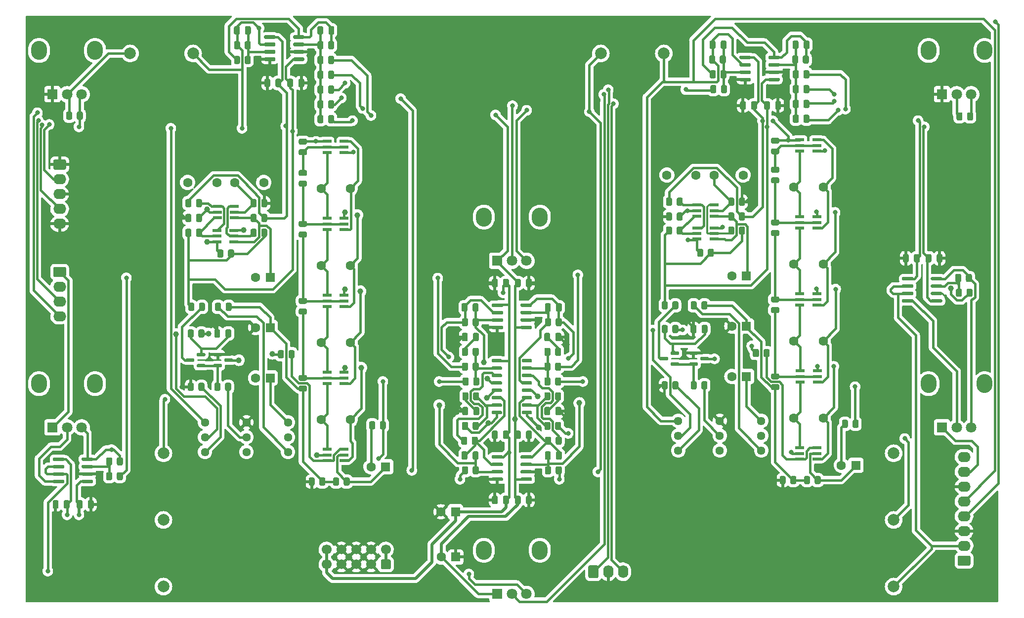
<source format=gbl>
G04 #@! TF.GenerationSoftware,KiCad,Pcbnew,6.0.5+dfsg-1~bpo11+1*
G04 #@! TF.CreationDate,2022-08-16T14:47:16+00:00*
G04 #@! TF.ProjectId,filter_board,66696c74-6572-45f6-926f-6172642e6b69,0*
G04 #@! TF.SameCoordinates,Original*
G04 #@! TF.FileFunction,Copper,L2,Bot*
G04 #@! TF.FilePolarity,Positive*
%FSLAX46Y46*%
G04 Gerber Fmt 4.6, Leading zero omitted, Abs format (unit mm)*
G04 Created by KiCad (PCBNEW 6.0.5+dfsg-1~bpo11+1) date 2022-08-16 14:47:16*
%MOMM*%
%LPD*%
G01*
G04 APERTURE LIST*
G04 #@! TA.AperFunction,ComponentPad*
%ADD10O,2.720000X3.240000*%
G04 #@! TD*
G04 #@! TA.AperFunction,ComponentPad*
%ADD11R,1.800000X1.800000*%
G04 #@! TD*
G04 #@! TA.AperFunction,ComponentPad*
%ADD12C,1.800000*%
G04 #@! TD*
G04 #@! TA.AperFunction,SMDPad,CuDef*
%ADD13R,1.500000X0.550000*%
G04 #@! TD*
G04 #@! TA.AperFunction,ComponentPad*
%ADD14C,1.600000*%
G04 #@! TD*
G04 #@! TA.AperFunction,ComponentPad*
%ADD15R,1.600000X1.600000*%
G04 #@! TD*
G04 #@! TA.AperFunction,ComponentPad*
%ADD16C,1.440000*%
G04 #@! TD*
G04 #@! TA.AperFunction,ComponentPad*
%ADD17O,2.190000X1.740000*%
G04 #@! TD*
G04 #@! TA.AperFunction,ComponentPad*
%ADD18C,2.000000*%
G04 #@! TD*
G04 #@! TA.AperFunction,ComponentPad*
%ADD19C,1.700000*%
G04 #@! TD*
G04 #@! TA.AperFunction,ComponentPad*
%ADD20O,1.740000X2.190000*%
G04 #@! TD*
G04 #@! TA.AperFunction,ViaPad*
%ADD21C,0.800000*%
G04 #@! TD*
G04 #@! TA.AperFunction,ViaPad*
%ADD22C,1.000000*%
G04 #@! TD*
G04 #@! TA.AperFunction,Conductor*
%ADD23C,0.400000*%
G04 #@! TD*
G04 #@! TA.AperFunction,Conductor*
%ADD24C,0.300000*%
G04 #@! TD*
G04 #@! TA.AperFunction,Conductor*
%ADD25C,0.500000*%
G04 #@! TD*
G04 APERTURE END LIST*
D10*
X73380000Y-108070000D03*
X63780000Y-108070000D03*
D11*
X66080000Y-115570000D03*
D12*
X68580000Y-115570000D03*
X71080000Y-115570000D03*
D10*
X73380000Y-50920000D03*
X63780000Y-50920000D03*
D11*
X66080000Y-58420000D03*
D12*
X68580000Y-58420000D03*
X71080000Y-58420000D03*
D10*
X139980000Y-79495000D03*
X149580000Y-79495000D03*
D11*
X142280000Y-86995000D03*
D12*
X144780000Y-86995000D03*
X147280000Y-86995000D03*
D10*
X149580000Y-136645000D03*
X139980000Y-136645000D03*
D11*
X142280000Y-144145000D03*
D12*
X144780000Y-144145000D03*
X147280000Y-144145000D03*
D10*
X225780000Y-50920000D03*
X216180000Y-50920000D03*
D11*
X218480000Y-58420000D03*
D12*
X220980000Y-58420000D03*
X223480000Y-58420000D03*
D10*
X225780000Y-108070000D03*
X216180000Y-108070000D03*
D11*
X218480000Y-115570000D03*
D12*
X220980000Y-115570000D03*
X223480000Y-115570000D03*
G04 #@! TA.AperFunction,SMDPad,CuDef*
G36*
G01*
X96698100Y-98991400D02*
X96698100Y-99941400D01*
G75*
G02*
X96448100Y-100191400I-250000J0D01*
G01*
X95948100Y-100191400D01*
G75*
G02*
X95698100Y-99941400I0J250000D01*
G01*
X95698100Y-98991400D01*
G75*
G02*
X95948100Y-98741400I250000J0D01*
G01*
X96448100Y-98741400D01*
G75*
G02*
X96698100Y-98991400I0J-250000D01*
G01*
G37*
G04 #@! TD.AperFunction*
G04 #@! TA.AperFunction,SMDPad,CuDef*
G36*
G01*
X94798100Y-98991400D02*
X94798100Y-99941400D01*
G75*
G02*
X94548100Y-100191400I-250000J0D01*
G01*
X94048100Y-100191400D01*
G75*
G02*
X93798100Y-99941400I0J250000D01*
G01*
X93798100Y-98991400D01*
G75*
G02*
X94048100Y-98741400I250000J0D01*
G01*
X94548100Y-98741400D01*
G75*
G02*
X94798100Y-98991400I0J-250000D01*
G01*
G37*
G04 #@! TD.AperFunction*
D13*
X116002100Y-79720400D03*
X116002100Y-80670400D03*
X116002100Y-81620400D03*
X113102100Y-81620400D03*
X113102100Y-80670400D03*
X113102100Y-79720400D03*
X179402400Y-81369500D03*
X179402400Y-82319500D03*
X179402400Y-83269500D03*
X176502400Y-83269500D03*
X176502400Y-82319500D03*
X176502400Y-81369500D03*
G04 #@! TA.AperFunction,SMDPad,CuDef*
G36*
G01*
X123192600Y-114764400D02*
X123192600Y-115664400D01*
G75*
G02*
X122942600Y-115914400I-250000J0D01*
G01*
X122417600Y-115914400D01*
G75*
G02*
X122167600Y-115664400I0J250000D01*
G01*
X122167600Y-114764400D01*
G75*
G02*
X122417600Y-114514400I250000J0D01*
G01*
X122942600Y-114514400D01*
G75*
G02*
X123192600Y-114764400I0J-250000D01*
G01*
G37*
G04 #@! TD.AperFunction*
G04 #@! TA.AperFunction,SMDPad,CuDef*
G36*
G01*
X121367600Y-114764400D02*
X121367600Y-115664400D01*
G75*
G02*
X121117600Y-115914400I-250000J0D01*
G01*
X120592600Y-115914400D01*
G75*
G02*
X120342600Y-115664400I0J250000D01*
G01*
X120342600Y-114764400D01*
G75*
G02*
X120592600Y-114514400I250000J0D01*
G01*
X121117600Y-114514400D01*
G75*
G02*
X121367600Y-114764400I0J-250000D01*
G01*
G37*
G04 #@! TD.AperFunction*
G04 #@! TA.AperFunction,SMDPad,CuDef*
G36*
G01*
X189440400Y-93110000D02*
X190340400Y-93110000D01*
G75*
G02*
X190590400Y-93360000I0J-250000D01*
G01*
X190590400Y-93885000D01*
G75*
G02*
X190340400Y-94135000I-250000J0D01*
G01*
X189440400Y-94135000D01*
G75*
G02*
X189190400Y-93885000I0J250000D01*
G01*
X189190400Y-93360000D01*
G75*
G02*
X189440400Y-93110000I250000J0D01*
G01*
G37*
G04 #@! TD.AperFunction*
G04 #@! TA.AperFunction,SMDPad,CuDef*
G36*
G01*
X189440400Y-94935000D02*
X190340400Y-94935000D01*
G75*
G02*
X190590400Y-95185000I0J-250000D01*
G01*
X190590400Y-95710000D01*
G75*
G02*
X190340400Y-95960000I-250000J0D01*
G01*
X189440400Y-95960000D01*
G75*
G02*
X189190400Y-95710000I0J250000D01*
G01*
X189190400Y-95185000D01*
G75*
G02*
X189440400Y-94935000I250000J0D01*
G01*
G37*
G04 #@! TD.AperFunction*
D14*
X198105400Y-74318500D03*
X193105400Y-74318500D03*
G04 #@! TA.AperFunction,SMDPad,CuDef*
G36*
G01*
X214672800Y-86088200D02*
X214672800Y-87038200D01*
G75*
G02*
X214422800Y-87288200I-250000J0D01*
G01*
X213922800Y-87288200D01*
G75*
G02*
X213672800Y-87038200I0J250000D01*
G01*
X213672800Y-86088200D01*
G75*
G02*
X213922800Y-85838200I250000J0D01*
G01*
X214422800Y-85838200D01*
G75*
G02*
X214672800Y-86088200I0J-250000D01*
G01*
G37*
G04 #@! TD.AperFunction*
G04 #@! TA.AperFunction,SMDPad,CuDef*
G36*
G01*
X212772800Y-86088200D02*
X212772800Y-87038200D01*
G75*
G02*
X212522800Y-87288200I-250000J0D01*
G01*
X212022800Y-87288200D01*
G75*
G02*
X211772800Y-87038200I0J250000D01*
G01*
X211772800Y-86088200D01*
G75*
G02*
X212022800Y-85838200I250000J0D01*
G01*
X212522800Y-85838200D01*
G75*
G02*
X212772800Y-86088200I0J-250000D01*
G01*
G37*
G04 #@! TD.AperFunction*
D13*
X97206100Y-77688400D03*
X97206100Y-78638400D03*
X97206100Y-79588400D03*
X94306100Y-79588400D03*
X94306100Y-78638400D03*
X94306100Y-77688400D03*
D14*
X171341400Y-72286500D03*
X176341400Y-72286500D03*
G04 #@! TA.AperFunction,SMDPad,CuDef*
G36*
G01*
X150338500Y-100551000D02*
X150338500Y-99601000D01*
G75*
G02*
X150588500Y-99351000I250000J0D01*
G01*
X151088500Y-99351000D01*
G75*
G02*
X151338500Y-99601000I0J-250000D01*
G01*
X151338500Y-100551000D01*
G75*
G02*
X151088500Y-100801000I-250000J0D01*
G01*
X150588500Y-100801000D01*
G75*
G02*
X150338500Y-100551000I0J250000D01*
G01*
G37*
G04 #@! TD.AperFunction*
G04 #@! TA.AperFunction,SMDPad,CuDef*
G36*
G01*
X152238500Y-100551000D02*
X152238500Y-99601000D01*
G75*
G02*
X152488500Y-99351000I250000J0D01*
G01*
X152988500Y-99351000D01*
G75*
G02*
X153238500Y-99601000I0J-250000D01*
G01*
X153238500Y-100551000D01*
G75*
G02*
X152988500Y-100801000I-250000J0D01*
G01*
X152488500Y-100801000D01*
G75*
G02*
X152238500Y-100551000I0J250000D01*
G01*
G37*
G04 #@! TD.AperFunction*
G04 #@! TA.AperFunction,SMDPad,CuDef*
G36*
G01*
X175424400Y-95088500D02*
X175424400Y-94188500D01*
G75*
G02*
X175674400Y-93938500I250000J0D01*
G01*
X176199400Y-93938500D01*
G75*
G02*
X176449400Y-94188500I0J-250000D01*
G01*
X176449400Y-95088500D01*
G75*
G02*
X176199400Y-95338500I-250000J0D01*
G01*
X175674400Y-95338500D01*
G75*
G02*
X175424400Y-95088500I0J250000D01*
G01*
G37*
G04 #@! TD.AperFunction*
G04 #@! TA.AperFunction,SMDPad,CuDef*
G36*
G01*
X177249400Y-95088500D02*
X177249400Y-94188500D01*
G75*
G02*
X177499400Y-93938500I250000J0D01*
G01*
X178024400Y-93938500D01*
G75*
G02*
X178274400Y-94188500I0J-250000D01*
G01*
X178274400Y-95088500D01*
G75*
G02*
X178024400Y-95338500I-250000J0D01*
G01*
X177499400Y-95338500D01*
G75*
G02*
X177249400Y-95088500I0J250000D01*
G01*
G37*
G04 #@! TD.AperFunction*
G04 #@! TA.AperFunction,SMDPad,CuDef*
G36*
G01*
X111453000Y-47947600D02*
X111453000Y-46997600D01*
G75*
G02*
X111703000Y-46747600I250000J0D01*
G01*
X112203000Y-46747600D01*
G75*
G02*
X112453000Y-46997600I0J-250000D01*
G01*
X112453000Y-47947600D01*
G75*
G02*
X112203000Y-48197600I-250000J0D01*
G01*
X111703000Y-48197600D01*
G75*
G02*
X111453000Y-47947600I0J250000D01*
G01*
G37*
G04 #@! TD.AperFunction*
G04 #@! TA.AperFunction,SMDPad,CuDef*
G36*
G01*
X113353000Y-47947600D02*
X113353000Y-46997600D01*
G75*
G02*
X113603000Y-46747600I250000J0D01*
G01*
X114103000Y-46747600D01*
G75*
G02*
X114353000Y-46997600I0J-250000D01*
G01*
X114353000Y-47947600D01*
G75*
G02*
X114103000Y-48197600I-250000J0D01*
G01*
X113603000Y-48197600D01*
G75*
G02*
X113353000Y-47947600I0J250000D01*
G01*
G37*
G04 #@! TD.AperFunction*
G04 #@! TA.AperFunction,SMDPad,CuDef*
G36*
G01*
X96673100Y-108160400D02*
X96673100Y-109060400D01*
G75*
G02*
X96423100Y-109310400I-250000J0D01*
G01*
X95898100Y-109310400D01*
G75*
G02*
X95648100Y-109060400I0J250000D01*
G01*
X95648100Y-108160400D01*
G75*
G02*
X95898100Y-107910400I250000J0D01*
G01*
X96423100Y-107910400D01*
G75*
G02*
X96673100Y-108160400I0J-250000D01*
G01*
G37*
G04 #@! TD.AperFunction*
G04 #@! TA.AperFunction,SMDPad,CuDef*
G36*
G01*
X94848100Y-108160400D02*
X94848100Y-109060400D01*
G75*
G02*
X94598100Y-109310400I-250000J0D01*
G01*
X94073100Y-109310400D01*
G75*
G02*
X93823100Y-109060400I0J250000D01*
G01*
X93823100Y-108160400D01*
G75*
G02*
X94073100Y-107910400I250000J0D01*
G01*
X94598100Y-107910400D01*
G75*
G02*
X94848100Y-108160400I0J-250000D01*
G01*
G37*
G04 #@! TD.AperFunction*
D13*
X197015400Y-92672500D03*
X197015400Y-93622500D03*
X197015400Y-94572500D03*
X194115400Y-94572500D03*
X194115400Y-93622500D03*
X194115400Y-92672500D03*
G04 #@! TA.AperFunction,SMDPad,CuDef*
G36*
G01*
X109207000Y-56014600D02*
X109207000Y-56964600D01*
G75*
G02*
X108957000Y-57214600I-250000J0D01*
G01*
X108457000Y-57214600D01*
G75*
G02*
X108207000Y-56964600I0J250000D01*
G01*
X108207000Y-56014600D01*
G75*
G02*
X108457000Y-55764600I250000J0D01*
G01*
X108957000Y-55764600D01*
G75*
G02*
X109207000Y-56014600I0J-250000D01*
G01*
G37*
G04 #@! TD.AperFunction*
G04 #@! TA.AperFunction,SMDPad,CuDef*
G36*
G01*
X107307000Y-56014600D02*
X107307000Y-56964600D01*
G75*
G02*
X107057000Y-57214600I-250000J0D01*
G01*
X106557000Y-57214600D01*
G75*
G02*
X106307000Y-56964600I0J250000D01*
G01*
X106307000Y-56014600D01*
G75*
G02*
X106557000Y-55764600I250000J0D01*
G01*
X107057000Y-55764600D01*
G75*
G02*
X107307000Y-56014600I0J-250000D01*
G01*
G37*
G04 #@! TD.AperFunction*
D15*
X103376100Y-98450400D03*
D14*
X100876100Y-98450400D03*
G04 #@! TA.AperFunction,SMDPad,CuDef*
G36*
G01*
X150363500Y-105606000D02*
X150363500Y-104706000D01*
G75*
G02*
X150613500Y-104456000I250000J0D01*
G01*
X151138500Y-104456000D01*
G75*
G02*
X151388500Y-104706000I0J-250000D01*
G01*
X151388500Y-105606000D01*
G75*
G02*
X151138500Y-105856000I-250000J0D01*
G01*
X150613500Y-105856000D01*
G75*
G02*
X150363500Y-105606000I0J250000D01*
G01*
G37*
G04 #@! TD.AperFunction*
G04 #@! TA.AperFunction,SMDPad,CuDef*
G36*
G01*
X152188500Y-105606000D02*
X152188500Y-104706000D01*
G75*
G02*
X152438500Y-104456000I250000J0D01*
G01*
X152963500Y-104456000D01*
G75*
G02*
X153213500Y-104706000I0J-250000D01*
G01*
X153213500Y-105606000D01*
G75*
G02*
X152963500Y-105856000I-250000J0D01*
G01*
X152438500Y-105856000D01*
G75*
G02*
X152188500Y-105606000I0J250000D01*
G01*
G37*
G04 #@! TD.AperFunction*
G04 #@! TA.AperFunction,SMDPad,CuDef*
G36*
G01*
X189440400Y-65885000D02*
X190340400Y-65885000D01*
G75*
G02*
X190590400Y-66135000I0J-250000D01*
G01*
X190590400Y-66660000D01*
G75*
G02*
X190340400Y-66910000I-250000J0D01*
G01*
X189440400Y-66910000D01*
G75*
G02*
X189190400Y-66660000I0J250000D01*
G01*
X189190400Y-66135000D01*
G75*
G02*
X189440400Y-65885000I250000J0D01*
G01*
G37*
G04 #@! TD.AperFunction*
G04 #@! TA.AperFunction,SMDPad,CuDef*
G36*
G01*
X189440400Y-67710000D02*
X190340400Y-67710000D01*
G75*
G02*
X190590400Y-67960000I0J-250000D01*
G01*
X190590400Y-68485000D01*
G75*
G02*
X190340400Y-68735000I-250000J0D01*
G01*
X189440400Y-68735000D01*
G75*
G02*
X189190400Y-68485000I0J250000D01*
G01*
X189190400Y-67960000D01*
G75*
G02*
X189440400Y-67710000I250000J0D01*
G01*
G37*
G04 #@! TD.AperFunction*
G04 #@! TA.AperFunction,SMDPad,CuDef*
G36*
G01*
X139093000Y-104706000D02*
X139093000Y-105606000D01*
G75*
G02*
X138843000Y-105856000I-250000J0D01*
G01*
X138318000Y-105856000D01*
G75*
G02*
X138068000Y-105606000I0J250000D01*
G01*
X138068000Y-104706000D01*
G75*
G02*
X138318000Y-104456000I250000J0D01*
G01*
X138843000Y-104456000D01*
G75*
G02*
X139093000Y-104706000I0J-250000D01*
G01*
G37*
G04 #@! TD.AperFunction*
G04 #@! TA.AperFunction,SMDPad,CuDef*
G36*
G01*
X137268000Y-104706000D02*
X137268000Y-105606000D01*
G75*
G02*
X137018000Y-105856000I-250000J0D01*
G01*
X136493000Y-105856000D01*
G75*
G02*
X136243000Y-105606000I0J250000D01*
G01*
X136243000Y-104706000D01*
G75*
G02*
X136493000Y-104456000I250000J0D01*
G01*
X137018000Y-104456000D01*
G75*
G02*
X137268000Y-104706000I0J-250000D01*
G01*
G37*
G04 #@! TD.AperFunction*
G04 #@! TA.AperFunction,SMDPad,CuDef*
G36*
G01*
X144264000Y-90330000D02*
X144264000Y-91280000D01*
G75*
G02*
X144014000Y-91530000I-250000J0D01*
G01*
X143514000Y-91530000D01*
G75*
G02*
X143264000Y-91280000I0J250000D01*
G01*
X143264000Y-90330000D01*
G75*
G02*
X143514000Y-90080000I250000J0D01*
G01*
X144014000Y-90080000D01*
G75*
G02*
X144264000Y-90330000I0J-250000D01*
G01*
G37*
G04 #@! TD.AperFunction*
G04 #@! TA.AperFunction,SMDPad,CuDef*
G36*
G01*
X142364000Y-90330000D02*
X142364000Y-91280000D01*
G75*
G02*
X142114000Y-91530000I-250000J0D01*
G01*
X141614000Y-91530000D01*
G75*
G02*
X141364000Y-91280000I0J250000D01*
G01*
X141364000Y-90330000D01*
G75*
G02*
X141614000Y-90080000I250000J0D01*
G01*
X142114000Y-90080000D01*
G75*
G02*
X142364000Y-90330000I0J-250000D01*
G01*
G37*
G04 #@! TD.AperFunction*
X184404000Y-72288400D03*
X179404000Y-72288400D03*
G04 #@! TA.AperFunction,SMDPad,CuDef*
G36*
G01*
X150467000Y-123386000D02*
X150467000Y-122486000D01*
G75*
G02*
X150717000Y-122236000I250000J0D01*
G01*
X151242000Y-122236000D01*
G75*
G02*
X151492000Y-122486000I0J-250000D01*
G01*
X151492000Y-123386000D01*
G75*
G02*
X151242000Y-123636000I-250000J0D01*
G01*
X150717000Y-123636000D01*
G75*
G02*
X150467000Y-123386000I0J250000D01*
G01*
G37*
G04 #@! TD.AperFunction*
G04 #@! TA.AperFunction,SMDPad,CuDef*
G36*
G01*
X152292000Y-123386000D02*
X152292000Y-122486000D01*
G75*
G02*
X152542000Y-122236000I250000J0D01*
G01*
X153067000Y-122236000D01*
G75*
G02*
X153317000Y-122486000I0J-250000D01*
G01*
X153317000Y-123386000D01*
G75*
G02*
X153067000Y-123636000I-250000J0D01*
G01*
X152542000Y-123636000D01*
G75*
G02*
X152292000Y-123386000I0J250000D01*
G01*
G37*
G04 #@! TD.AperFunction*
G04 #@! TA.AperFunction,SMDPad,CuDef*
G36*
G01*
X92272600Y-102938400D02*
X92272600Y-103238400D01*
G75*
G02*
X92122600Y-103388400I-150000J0D01*
G01*
X90947600Y-103388400D01*
G75*
G02*
X90797600Y-103238400I0J150000D01*
G01*
X90797600Y-102938400D01*
G75*
G02*
X90947600Y-102788400I150000J0D01*
G01*
X92122600Y-102788400D01*
G75*
G02*
X92272600Y-102938400I0J-150000D01*
G01*
G37*
G04 #@! TD.AperFunction*
G04 #@! TA.AperFunction,SMDPad,CuDef*
G36*
G01*
X92272600Y-104838400D02*
X92272600Y-105138400D01*
G75*
G02*
X92122600Y-105288400I-150000J0D01*
G01*
X90947600Y-105288400D01*
G75*
G02*
X90797600Y-105138400I0J150000D01*
G01*
X90797600Y-104838400D01*
G75*
G02*
X90947600Y-104688400I150000J0D01*
G01*
X92122600Y-104688400D01*
G75*
G02*
X92272600Y-104838400I0J-150000D01*
G01*
G37*
G04 #@! TD.AperFunction*
G04 #@! TA.AperFunction,SMDPad,CuDef*
G36*
G01*
X90397600Y-103888400D02*
X90397600Y-104188400D01*
G75*
G02*
X90247600Y-104338400I-150000J0D01*
G01*
X89072600Y-104338400D01*
G75*
G02*
X88922600Y-104188400I0J150000D01*
G01*
X88922600Y-103888400D01*
G75*
G02*
X89072600Y-103738400I150000J0D01*
G01*
X90247600Y-103738400D01*
G75*
G02*
X90397600Y-103888400I0J-150000D01*
G01*
G37*
G04 #@! TD.AperFunction*
D16*
X106424100Y-119786400D03*
X106424100Y-117246400D03*
X106424100Y-114706400D03*
G04 #@! TA.AperFunction,SMDPad,CuDef*
G36*
G01*
X153342000Y-119921000D02*
X153342000Y-120871000D01*
G75*
G02*
X153092000Y-121121000I-250000J0D01*
G01*
X152592000Y-121121000D01*
G75*
G02*
X152342000Y-120871000I0J250000D01*
G01*
X152342000Y-119921000D01*
G75*
G02*
X152592000Y-119671000I250000J0D01*
G01*
X153092000Y-119671000D01*
G75*
G02*
X153342000Y-119921000I0J-250000D01*
G01*
G37*
G04 #@! TD.AperFunction*
G04 #@! TA.AperFunction,SMDPad,CuDef*
G36*
G01*
X151442000Y-119921000D02*
X151442000Y-120871000D01*
G75*
G02*
X151192000Y-121121000I-250000J0D01*
G01*
X150692000Y-121121000D01*
G75*
G02*
X150442000Y-120871000I0J250000D01*
G01*
X150442000Y-119921000D01*
G75*
G02*
X150692000Y-119671000I250000J0D01*
G01*
X151192000Y-119671000D01*
G75*
G02*
X151442000Y-119921000I0J-250000D01*
G01*
G37*
G04 #@! TD.AperFunction*
G04 #@! TA.AperFunction,ComponentPad*
G36*
G01*
X66465000Y-88030000D02*
X68155000Y-88030000D01*
G75*
G02*
X68405000Y-88280000I0J-250000D01*
G01*
X68405000Y-89520000D01*
G75*
G02*
X68155000Y-89770000I-250000J0D01*
G01*
X66465000Y-89770000D01*
G75*
G02*
X66215000Y-89520000I0J250000D01*
G01*
X66215000Y-88280000D01*
G75*
G02*
X66465000Y-88030000I250000J0D01*
G01*
G37*
G04 #@! TD.AperFunction*
D17*
X67310000Y-91440000D03*
X67310000Y-93980000D03*
X67310000Y-96520000D03*
D18*
X90170000Y-51435000D03*
G04 #@! TA.AperFunction,SMDPad,CuDef*
G36*
G01*
X136092500Y-118306000D02*
X136092500Y-117406000D01*
G75*
G02*
X136342500Y-117156000I250000J0D01*
G01*
X136867500Y-117156000D01*
G75*
G02*
X137117500Y-117406000I0J-250000D01*
G01*
X137117500Y-118306000D01*
G75*
G02*
X136867500Y-118556000I-250000J0D01*
G01*
X136342500Y-118556000D01*
G75*
G02*
X136092500Y-118306000I0J250000D01*
G01*
G37*
G04 #@! TD.AperFunction*
G04 #@! TA.AperFunction,SMDPad,CuDef*
G36*
G01*
X137917500Y-118306000D02*
X137917500Y-117406000D01*
G75*
G02*
X138167500Y-117156000I250000J0D01*
G01*
X138692500Y-117156000D01*
G75*
G02*
X138942500Y-117406000I0J-250000D01*
G01*
X138942500Y-118306000D01*
G75*
G02*
X138692500Y-118556000I-250000J0D01*
G01*
X138167500Y-118556000D01*
G75*
G02*
X137917500Y-118306000I0J250000D01*
G01*
G37*
G04 #@! TD.AperFunction*
G04 #@! TA.AperFunction,SMDPad,CuDef*
G36*
G01*
X100022600Y-77564400D02*
X100022600Y-76664400D01*
G75*
G02*
X100272600Y-76414400I250000J0D01*
G01*
X100797600Y-76414400D01*
G75*
G02*
X101047600Y-76664400I0J-250000D01*
G01*
X101047600Y-77564400D01*
G75*
G02*
X100797600Y-77814400I-250000J0D01*
G01*
X100272600Y-77814400D01*
G75*
G02*
X100022600Y-77564400I0J250000D01*
G01*
G37*
G04 #@! TD.AperFunction*
G04 #@! TA.AperFunction,SMDPad,CuDef*
G36*
G01*
X101847600Y-77564400D02*
X101847600Y-76664400D01*
G75*
G02*
X102097600Y-76414400I250000J0D01*
G01*
X102622600Y-76414400D01*
G75*
G02*
X102872600Y-76664400I0J-250000D01*
G01*
X102872600Y-77564400D01*
G75*
G02*
X102622600Y-77814400I-250000J0D01*
G01*
X102097600Y-77814400D01*
G75*
G02*
X101847600Y-77564400I0J250000D01*
G01*
G37*
G04 #@! TD.AperFunction*
G04 #@! TA.AperFunction,SMDPad,CuDef*
G36*
G01*
X148196000Y-127541000D02*
X148196000Y-128491000D01*
G75*
G02*
X147946000Y-128741000I-250000J0D01*
G01*
X147446000Y-128741000D01*
G75*
G02*
X147196000Y-128491000I0J250000D01*
G01*
X147196000Y-127541000D01*
G75*
G02*
X147446000Y-127291000I250000J0D01*
G01*
X147946000Y-127291000D01*
G75*
G02*
X148196000Y-127541000I0J-250000D01*
G01*
G37*
G04 #@! TD.AperFunction*
G04 #@! TA.AperFunction,SMDPad,CuDef*
G36*
G01*
X146296000Y-127541000D02*
X146296000Y-128491000D01*
G75*
G02*
X146046000Y-128741000I-250000J0D01*
G01*
X145546000Y-128741000D01*
G75*
G02*
X145296000Y-128491000I0J250000D01*
G01*
X145296000Y-127541000D01*
G75*
G02*
X145546000Y-127291000I250000J0D01*
G01*
X146046000Y-127291000D01*
G75*
G02*
X146296000Y-127541000I0J-250000D01*
G01*
G37*
G04 #@! TD.AperFunction*
G04 #@! TA.AperFunction,SMDPad,CuDef*
G36*
G01*
X92101100Y-108160400D02*
X92101100Y-109060400D01*
G75*
G02*
X91851100Y-109310400I-250000J0D01*
G01*
X91326100Y-109310400D01*
G75*
G02*
X91076100Y-109060400I0J250000D01*
G01*
X91076100Y-108160400D01*
G75*
G02*
X91326100Y-107910400I250000J0D01*
G01*
X91851100Y-107910400D01*
G75*
G02*
X92101100Y-108160400I0J-250000D01*
G01*
G37*
G04 #@! TD.AperFunction*
G04 #@! TA.AperFunction,SMDPad,CuDef*
G36*
G01*
X90276100Y-108160400D02*
X90276100Y-109060400D01*
G75*
G02*
X90026100Y-109310400I-250000J0D01*
G01*
X89501100Y-109310400D01*
G75*
G02*
X89251100Y-109060400I0J250000D01*
G01*
X89251100Y-108160400D01*
G75*
G02*
X89501100Y-107910400I250000J0D01*
G01*
X90026100Y-107910400D01*
G75*
G02*
X90276100Y-108160400I0J-250000D01*
G01*
G37*
G04 #@! TD.AperFunction*
G04 #@! TA.AperFunction,SMDPad,CuDef*
G36*
G01*
X73139000Y-128303000D02*
X73139000Y-129253000D01*
G75*
G02*
X72889000Y-129503000I-250000J0D01*
G01*
X72389000Y-129503000D01*
G75*
G02*
X72139000Y-129253000I0J250000D01*
G01*
X72139000Y-128303000D01*
G75*
G02*
X72389000Y-128053000I250000J0D01*
G01*
X72889000Y-128053000D01*
G75*
G02*
X73139000Y-128303000I0J-250000D01*
G01*
G37*
G04 #@! TD.AperFunction*
G04 #@! TA.AperFunction,SMDPad,CuDef*
G36*
G01*
X71239000Y-128303000D02*
X71239000Y-129253000D01*
G75*
G02*
X70989000Y-129503000I-250000J0D01*
G01*
X70489000Y-129503000D01*
G75*
G02*
X70239000Y-129253000I0J250000D01*
G01*
X70239000Y-128303000D01*
G75*
G02*
X70489000Y-128053000I250000J0D01*
G01*
X70989000Y-128053000D01*
G75*
G02*
X71239000Y-128303000I0J-250000D01*
G01*
G37*
G04 #@! TD.AperFunction*
D13*
X116002100Y-119344400D03*
X116002100Y-120294400D03*
X116002100Y-121244400D03*
X113102100Y-121244400D03*
X113102100Y-120294400D03*
X113102100Y-119344400D03*
G04 #@! TA.AperFunction,SMDPad,CuDef*
G36*
G01*
X174043400Y-81361500D02*
X174043400Y-82261500D01*
G75*
G02*
X173793400Y-82511500I-250000J0D01*
G01*
X173268400Y-82511500D01*
G75*
G02*
X173018400Y-82261500I0J250000D01*
G01*
X173018400Y-81361500D01*
G75*
G02*
X173268400Y-81111500I250000J0D01*
G01*
X173793400Y-81111500D01*
G75*
G02*
X174043400Y-81361500I0J-250000D01*
G01*
G37*
G04 #@! TD.AperFunction*
G04 #@! TA.AperFunction,SMDPad,CuDef*
G36*
G01*
X172218400Y-81361500D02*
X172218400Y-82261500D01*
G75*
G02*
X171968400Y-82511500I-250000J0D01*
G01*
X171443400Y-82511500D01*
G75*
G02*
X171193400Y-82261500I0J250000D01*
G01*
X171193400Y-81361500D01*
G75*
G02*
X171443400Y-81111500I250000J0D01*
G01*
X171968400Y-81111500D01*
G75*
G02*
X172218400Y-81361500I0J-250000D01*
G01*
G37*
G04 #@! TD.AperFunction*
G04 #@! TA.AperFunction,SMDPad,CuDef*
G36*
G01*
X153317000Y-117406000D02*
X153317000Y-118306000D01*
G75*
G02*
X153067000Y-118556000I-250000J0D01*
G01*
X152542000Y-118556000D01*
G75*
G02*
X152292000Y-118306000I0J250000D01*
G01*
X152292000Y-117406000D01*
G75*
G02*
X152542000Y-117156000I250000J0D01*
G01*
X153067000Y-117156000D01*
G75*
G02*
X153317000Y-117406000I0J-250000D01*
G01*
G37*
G04 #@! TD.AperFunction*
G04 #@! TA.AperFunction,SMDPad,CuDef*
G36*
G01*
X151492000Y-117406000D02*
X151492000Y-118306000D01*
G75*
G02*
X151242000Y-118556000I-250000J0D01*
G01*
X150717000Y-118556000D01*
G75*
G02*
X150467000Y-118306000I0J250000D01*
G01*
X150467000Y-117406000D01*
G75*
G02*
X150717000Y-117156000I250000J0D01*
G01*
X151242000Y-117156000D01*
G75*
G02*
X151492000Y-117406000I0J-250000D01*
G01*
G37*
G04 #@! TD.AperFunction*
G04 #@! TA.AperFunction,SMDPad,CuDef*
G36*
G01*
X148230000Y-103990000D02*
X148230000Y-104290000D01*
G75*
G02*
X148080000Y-104440000I-150000J0D01*
G01*
X146630000Y-104440000D01*
G75*
G02*
X146480000Y-104290000I0J150000D01*
G01*
X146480000Y-103990000D01*
G75*
G02*
X146630000Y-103840000I150000J0D01*
G01*
X148080000Y-103840000D01*
G75*
G02*
X148230000Y-103990000I0J-150000D01*
G01*
G37*
G04 #@! TD.AperFunction*
G04 #@! TA.AperFunction,SMDPad,CuDef*
G36*
G01*
X148230000Y-105260000D02*
X148230000Y-105560000D01*
G75*
G02*
X148080000Y-105710000I-150000J0D01*
G01*
X146630000Y-105710000D01*
G75*
G02*
X146480000Y-105560000I0J150000D01*
G01*
X146480000Y-105260000D01*
G75*
G02*
X146630000Y-105110000I150000J0D01*
G01*
X148080000Y-105110000D01*
G75*
G02*
X148230000Y-105260000I0J-150000D01*
G01*
G37*
G04 #@! TD.AperFunction*
G04 #@! TA.AperFunction,SMDPad,CuDef*
G36*
G01*
X148230000Y-106530000D02*
X148230000Y-106830000D01*
G75*
G02*
X148080000Y-106980000I-150000J0D01*
G01*
X146630000Y-106980000D01*
G75*
G02*
X146480000Y-106830000I0J150000D01*
G01*
X146480000Y-106530000D01*
G75*
G02*
X146630000Y-106380000I150000J0D01*
G01*
X148080000Y-106380000D01*
G75*
G02*
X148230000Y-106530000I0J-150000D01*
G01*
G37*
G04 #@! TD.AperFunction*
G04 #@! TA.AperFunction,SMDPad,CuDef*
G36*
G01*
X148230000Y-107800000D02*
X148230000Y-108100000D01*
G75*
G02*
X148080000Y-108250000I-150000J0D01*
G01*
X146630000Y-108250000D01*
G75*
G02*
X146480000Y-108100000I0J150000D01*
G01*
X146480000Y-107800000D01*
G75*
G02*
X146630000Y-107650000I150000J0D01*
G01*
X148080000Y-107650000D01*
G75*
G02*
X148230000Y-107800000I0J-150000D01*
G01*
G37*
G04 #@! TD.AperFunction*
G04 #@! TA.AperFunction,SMDPad,CuDef*
G36*
G01*
X148230000Y-109070000D02*
X148230000Y-109370000D01*
G75*
G02*
X148080000Y-109520000I-150000J0D01*
G01*
X146630000Y-109520000D01*
G75*
G02*
X146480000Y-109370000I0J150000D01*
G01*
X146480000Y-109070000D01*
G75*
G02*
X146630000Y-108920000I150000J0D01*
G01*
X148080000Y-108920000D01*
G75*
G02*
X148230000Y-109070000I0J-150000D01*
G01*
G37*
G04 #@! TD.AperFunction*
G04 #@! TA.AperFunction,SMDPad,CuDef*
G36*
G01*
X148230000Y-110340000D02*
X148230000Y-110640000D01*
G75*
G02*
X148080000Y-110790000I-150000J0D01*
G01*
X146630000Y-110790000D01*
G75*
G02*
X146480000Y-110640000I0J150000D01*
G01*
X146480000Y-110340000D01*
G75*
G02*
X146630000Y-110190000I150000J0D01*
G01*
X148080000Y-110190000D01*
G75*
G02*
X148230000Y-110340000I0J-150000D01*
G01*
G37*
G04 #@! TD.AperFunction*
G04 #@! TA.AperFunction,SMDPad,CuDef*
G36*
G01*
X148230000Y-111610000D02*
X148230000Y-111910000D01*
G75*
G02*
X148080000Y-112060000I-150000J0D01*
G01*
X146630000Y-112060000D01*
G75*
G02*
X146480000Y-111910000I0J150000D01*
G01*
X146480000Y-111610000D01*
G75*
G02*
X146630000Y-111460000I150000J0D01*
G01*
X148080000Y-111460000D01*
G75*
G02*
X148230000Y-111610000I0J-150000D01*
G01*
G37*
G04 #@! TD.AperFunction*
G04 #@! TA.AperFunction,SMDPad,CuDef*
G36*
G01*
X148230000Y-112880000D02*
X148230000Y-113180000D01*
G75*
G02*
X148080000Y-113330000I-150000J0D01*
G01*
X146630000Y-113330000D01*
G75*
G02*
X146480000Y-113180000I0J150000D01*
G01*
X146480000Y-112880000D01*
G75*
G02*
X146630000Y-112730000I150000J0D01*
G01*
X148080000Y-112730000D01*
G75*
G02*
X148230000Y-112880000I0J-150000D01*
G01*
G37*
G04 #@! TD.AperFunction*
G04 #@! TA.AperFunction,SMDPad,CuDef*
G36*
G01*
X143080000Y-112880000D02*
X143080000Y-113180000D01*
G75*
G02*
X142930000Y-113330000I-150000J0D01*
G01*
X141480000Y-113330000D01*
G75*
G02*
X141330000Y-113180000I0J150000D01*
G01*
X141330000Y-112880000D01*
G75*
G02*
X141480000Y-112730000I150000J0D01*
G01*
X142930000Y-112730000D01*
G75*
G02*
X143080000Y-112880000I0J-150000D01*
G01*
G37*
G04 #@! TD.AperFunction*
G04 #@! TA.AperFunction,SMDPad,CuDef*
G36*
G01*
X143080000Y-111610000D02*
X143080000Y-111910000D01*
G75*
G02*
X142930000Y-112060000I-150000J0D01*
G01*
X141480000Y-112060000D01*
G75*
G02*
X141330000Y-111910000I0J150000D01*
G01*
X141330000Y-111610000D01*
G75*
G02*
X141480000Y-111460000I150000J0D01*
G01*
X142930000Y-111460000D01*
G75*
G02*
X143080000Y-111610000I0J-150000D01*
G01*
G37*
G04 #@! TD.AperFunction*
G04 #@! TA.AperFunction,SMDPad,CuDef*
G36*
G01*
X143080000Y-110340000D02*
X143080000Y-110640000D01*
G75*
G02*
X142930000Y-110790000I-150000J0D01*
G01*
X141480000Y-110790000D01*
G75*
G02*
X141330000Y-110640000I0J150000D01*
G01*
X141330000Y-110340000D01*
G75*
G02*
X141480000Y-110190000I150000J0D01*
G01*
X142930000Y-110190000D01*
G75*
G02*
X143080000Y-110340000I0J-150000D01*
G01*
G37*
G04 #@! TD.AperFunction*
G04 #@! TA.AperFunction,SMDPad,CuDef*
G36*
G01*
X143080000Y-109070000D02*
X143080000Y-109370000D01*
G75*
G02*
X142930000Y-109520000I-150000J0D01*
G01*
X141480000Y-109520000D01*
G75*
G02*
X141330000Y-109370000I0J150000D01*
G01*
X141330000Y-109070000D01*
G75*
G02*
X141480000Y-108920000I150000J0D01*
G01*
X142930000Y-108920000D01*
G75*
G02*
X143080000Y-109070000I0J-150000D01*
G01*
G37*
G04 #@! TD.AperFunction*
G04 #@! TA.AperFunction,SMDPad,CuDef*
G36*
G01*
X143080000Y-107800000D02*
X143080000Y-108100000D01*
G75*
G02*
X142930000Y-108250000I-150000J0D01*
G01*
X141480000Y-108250000D01*
G75*
G02*
X141330000Y-108100000I0J150000D01*
G01*
X141330000Y-107800000D01*
G75*
G02*
X141480000Y-107650000I150000J0D01*
G01*
X142930000Y-107650000D01*
G75*
G02*
X143080000Y-107800000I0J-150000D01*
G01*
G37*
G04 #@! TD.AperFunction*
G04 #@! TA.AperFunction,SMDPad,CuDef*
G36*
G01*
X143080000Y-106530000D02*
X143080000Y-106830000D01*
G75*
G02*
X142930000Y-106980000I-150000J0D01*
G01*
X141480000Y-106980000D01*
G75*
G02*
X141330000Y-106830000I0J150000D01*
G01*
X141330000Y-106530000D01*
G75*
G02*
X141480000Y-106380000I150000J0D01*
G01*
X142930000Y-106380000D01*
G75*
G02*
X143080000Y-106530000I0J-150000D01*
G01*
G37*
G04 #@! TD.AperFunction*
G04 #@! TA.AperFunction,SMDPad,CuDef*
G36*
G01*
X143080000Y-105260000D02*
X143080000Y-105560000D01*
G75*
G02*
X142930000Y-105710000I-150000J0D01*
G01*
X141480000Y-105710000D01*
G75*
G02*
X141330000Y-105560000I0J150000D01*
G01*
X141330000Y-105260000D01*
G75*
G02*
X141480000Y-105110000I150000J0D01*
G01*
X142930000Y-105110000D01*
G75*
G02*
X143080000Y-105260000I0J-150000D01*
G01*
G37*
G04 #@! TD.AperFunction*
G04 #@! TA.AperFunction,SMDPad,CuDef*
G36*
G01*
X143080000Y-103990000D02*
X143080000Y-104290000D01*
G75*
G02*
X142930000Y-104440000I-150000J0D01*
G01*
X141480000Y-104440000D01*
G75*
G02*
X141330000Y-104290000I0J150000D01*
G01*
X141330000Y-103990000D01*
G75*
G02*
X141480000Y-103840000I150000J0D01*
G01*
X142930000Y-103840000D01*
G75*
G02*
X143080000Y-103990000I0J-150000D01*
G01*
G37*
G04 #@! TD.AperFunction*
D16*
X180405400Y-119540500D03*
X180405400Y-117000500D03*
X180405400Y-114460500D03*
G04 #@! TA.AperFunction,SMDPad,CuDef*
G36*
G01*
X181861400Y-77308500D02*
X181861400Y-76408500D01*
G75*
G02*
X182111400Y-76158500I250000J0D01*
G01*
X182636400Y-76158500D01*
G75*
G02*
X182886400Y-76408500I0J-250000D01*
G01*
X182886400Y-77308500D01*
G75*
G02*
X182636400Y-77558500I-250000J0D01*
G01*
X182111400Y-77558500D01*
G75*
G02*
X181861400Y-77308500I0J250000D01*
G01*
G37*
G04 #@! TD.AperFunction*
G04 #@! TA.AperFunction,SMDPad,CuDef*
G36*
G01*
X183686400Y-77308500D02*
X183686400Y-76408500D01*
G75*
G02*
X183936400Y-76158500I250000J0D01*
G01*
X184461400Y-76158500D01*
G75*
G02*
X184711400Y-76408500I0J-250000D01*
G01*
X184711400Y-77308500D01*
G75*
G02*
X184461400Y-77558500I-250000J0D01*
G01*
X183936400Y-77558500D01*
G75*
G02*
X183686400Y-77308500I0J250000D01*
G01*
G37*
G04 #@! TD.AperFunction*
D18*
X170815000Y-51435000D03*
G04 #@! TA.AperFunction,SMDPad,CuDef*
G36*
G01*
X148230000Y-120500000D02*
X148230000Y-120800000D01*
G75*
G02*
X148080000Y-120950000I-150000J0D01*
G01*
X146430000Y-120950000D01*
G75*
G02*
X146280000Y-120800000I0J150000D01*
G01*
X146280000Y-120500000D01*
G75*
G02*
X146430000Y-120350000I150000J0D01*
G01*
X148080000Y-120350000D01*
G75*
G02*
X148230000Y-120500000I0J-150000D01*
G01*
G37*
G04 #@! TD.AperFunction*
G04 #@! TA.AperFunction,SMDPad,CuDef*
G36*
G01*
X148230000Y-121770000D02*
X148230000Y-122070000D01*
G75*
G02*
X148080000Y-122220000I-150000J0D01*
G01*
X146430000Y-122220000D01*
G75*
G02*
X146280000Y-122070000I0J150000D01*
G01*
X146280000Y-121770000D01*
G75*
G02*
X146430000Y-121620000I150000J0D01*
G01*
X148080000Y-121620000D01*
G75*
G02*
X148230000Y-121770000I0J-150000D01*
G01*
G37*
G04 #@! TD.AperFunction*
G04 #@! TA.AperFunction,SMDPad,CuDef*
G36*
G01*
X148230000Y-123040000D02*
X148230000Y-123340000D01*
G75*
G02*
X148080000Y-123490000I-150000J0D01*
G01*
X146430000Y-123490000D01*
G75*
G02*
X146280000Y-123340000I0J150000D01*
G01*
X146280000Y-123040000D01*
G75*
G02*
X146430000Y-122890000I150000J0D01*
G01*
X148080000Y-122890000D01*
G75*
G02*
X148230000Y-123040000I0J-150000D01*
G01*
G37*
G04 #@! TD.AperFunction*
G04 #@! TA.AperFunction,SMDPad,CuDef*
G36*
G01*
X148230000Y-124310000D02*
X148230000Y-124610000D01*
G75*
G02*
X148080000Y-124760000I-150000J0D01*
G01*
X146430000Y-124760000D01*
G75*
G02*
X146280000Y-124610000I0J150000D01*
G01*
X146280000Y-124310000D01*
G75*
G02*
X146430000Y-124160000I150000J0D01*
G01*
X148080000Y-124160000D01*
G75*
G02*
X148230000Y-124310000I0J-150000D01*
G01*
G37*
G04 #@! TD.AperFunction*
G04 #@! TA.AperFunction,SMDPad,CuDef*
G36*
G01*
X143280000Y-124310000D02*
X143280000Y-124610000D01*
G75*
G02*
X143130000Y-124760000I-150000J0D01*
G01*
X141480000Y-124760000D01*
G75*
G02*
X141330000Y-124610000I0J150000D01*
G01*
X141330000Y-124310000D01*
G75*
G02*
X141480000Y-124160000I150000J0D01*
G01*
X143130000Y-124160000D01*
G75*
G02*
X143280000Y-124310000I0J-150000D01*
G01*
G37*
G04 #@! TD.AperFunction*
G04 #@! TA.AperFunction,SMDPad,CuDef*
G36*
G01*
X143280000Y-123040000D02*
X143280000Y-123340000D01*
G75*
G02*
X143130000Y-123490000I-150000J0D01*
G01*
X141480000Y-123490000D01*
G75*
G02*
X141330000Y-123340000I0J150000D01*
G01*
X141330000Y-123040000D01*
G75*
G02*
X141480000Y-122890000I150000J0D01*
G01*
X143130000Y-122890000D01*
G75*
G02*
X143280000Y-123040000I0J-150000D01*
G01*
G37*
G04 #@! TD.AperFunction*
G04 #@! TA.AperFunction,SMDPad,CuDef*
G36*
G01*
X143280000Y-121770000D02*
X143280000Y-122070000D01*
G75*
G02*
X143130000Y-122220000I-150000J0D01*
G01*
X141480000Y-122220000D01*
G75*
G02*
X141330000Y-122070000I0J150000D01*
G01*
X141330000Y-121770000D01*
G75*
G02*
X141480000Y-121620000I150000J0D01*
G01*
X143130000Y-121620000D01*
G75*
G02*
X143280000Y-121770000I0J-150000D01*
G01*
G37*
G04 #@! TD.AperFunction*
G04 #@! TA.AperFunction,SMDPad,CuDef*
G36*
G01*
X143280000Y-120500000D02*
X143280000Y-120800000D01*
G75*
G02*
X143130000Y-120950000I-150000J0D01*
G01*
X141480000Y-120950000D01*
G75*
G02*
X141330000Y-120800000I0J150000D01*
G01*
X141330000Y-120500000D01*
G75*
G02*
X141480000Y-120350000I150000J0D01*
G01*
X143130000Y-120350000D01*
G75*
G02*
X143280000Y-120500000I0J-150000D01*
G01*
G37*
G04 #@! TD.AperFunction*
G04 #@! TA.AperFunction,SMDPad,CuDef*
G36*
G01*
X184711400Y-78948500D02*
X184711400Y-79848500D01*
G75*
G02*
X184461400Y-80098500I-250000J0D01*
G01*
X183936400Y-80098500D01*
G75*
G02*
X183686400Y-79848500I0J250000D01*
G01*
X183686400Y-78948500D01*
G75*
G02*
X183936400Y-78698500I250000J0D01*
G01*
X184461400Y-78698500D01*
G75*
G02*
X184711400Y-78948500I0J-250000D01*
G01*
G37*
G04 #@! TD.AperFunction*
G04 #@! TA.AperFunction,SMDPad,CuDef*
G36*
G01*
X182886400Y-78948500D02*
X182886400Y-79848500D01*
G75*
G02*
X182636400Y-80098500I-250000J0D01*
G01*
X182111400Y-80098500D01*
G75*
G02*
X181861400Y-79848500I0J250000D01*
G01*
X181861400Y-78948500D01*
G75*
G02*
X182111400Y-78698500I250000J0D01*
G01*
X182636400Y-78698500D01*
G75*
G02*
X182886400Y-78948500I0J-250000D01*
G01*
G37*
G04 #@! TD.AperFunction*
D13*
X116002100Y-106136400D03*
X116002100Y-107086400D03*
X116002100Y-108036400D03*
X113102100Y-108036400D03*
X113102100Y-107086400D03*
X113102100Y-106136400D03*
G04 #@! TA.AperFunction,SMDPad,CuDef*
G36*
G01*
X178299400Y-98227500D02*
X178299400Y-99177500D01*
G75*
G02*
X178049400Y-99427500I-250000J0D01*
G01*
X177549400Y-99427500D01*
G75*
G02*
X177299400Y-99177500I0J250000D01*
G01*
X177299400Y-98227500D01*
G75*
G02*
X177549400Y-97977500I250000J0D01*
G01*
X178049400Y-97977500D01*
G75*
G02*
X178299400Y-98227500I0J-250000D01*
G01*
G37*
G04 #@! TD.AperFunction*
G04 #@! TA.AperFunction,SMDPad,CuDef*
G36*
G01*
X176399400Y-98227500D02*
X176399400Y-99177500D01*
G75*
G02*
X176149400Y-99427500I-250000J0D01*
G01*
X175649400Y-99427500D01*
G75*
G02*
X175399400Y-99177500I0J250000D01*
G01*
X175399400Y-98227500D01*
G75*
G02*
X175649400Y-97977500I250000J0D01*
G01*
X176149400Y-97977500D01*
G75*
G02*
X176399400Y-98227500I0J-250000D01*
G01*
G37*
G04 #@! TD.AperFunction*
D16*
X173293400Y-119530500D03*
X173293400Y-116990500D03*
X173293400Y-114450500D03*
D13*
X197095400Y-105880500D03*
X197095400Y-106830500D03*
X197095400Y-107780500D03*
X194195400Y-107780500D03*
X194195400Y-106830500D03*
X194195400Y-105880500D03*
G04 #@! TA.AperFunction,SMDPad,CuDef*
G36*
G01*
X100043000Y-49562600D02*
X100043000Y-50462600D01*
G75*
G02*
X99793000Y-50712600I-250000J0D01*
G01*
X99268000Y-50712600D01*
G75*
G02*
X99018000Y-50462600I0J250000D01*
G01*
X99018000Y-49562600D01*
G75*
G02*
X99268000Y-49312600I250000J0D01*
G01*
X99793000Y-49312600D01*
G75*
G02*
X100043000Y-49562600I0J-250000D01*
G01*
G37*
G04 #@! TD.AperFunction*
G04 #@! TA.AperFunction,SMDPad,CuDef*
G36*
G01*
X98218000Y-49562600D02*
X98218000Y-50462600D01*
G75*
G02*
X97968000Y-50712600I-250000J0D01*
G01*
X97443000Y-50712600D01*
G75*
G02*
X97193000Y-50462600I0J250000D01*
G01*
X97193000Y-49562600D01*
G75*
G02*
X97443000Y-49312600I250000J0D01*
G01*
X97968000Y-49312600D01*
G75*
G02*
X98218000Y-49562600I0J-250000D01*
G01*
G37*
G04 #@! TD.AperFunction*
G04 #@! TA.AperFunction,SMDPad,CuDef*
G36*
G01*
X109241000Y-48465600D02*
X109241000Y-48765600D01*
G75*
G02*
X109091000Y-48915600I-150000J0D01*
G01*
X107441000Y-48915600D01*
G75*
G02*
X107291000Y-48765600I0J150000D01*
G01*
X107291000Y-48465600D01*
G75*
G02*
X107441000Y-48315600I150000J0D01*
G01*
X109091000Y-48315600D01*
G75*
G02*
X109241000Y-48465600I0J-150000D01*
G01*
G37*
G04 #@! TD.AperFunction*
G04 #@! TA.AperFunction,SMDPad,CuDef*
G36*
G01*
X109241000Y-49735600D02*
X109241000Y-50035600D01*
G75*
G02*
X109091000Y-50185600I-150000J0D01*
G01*
X107441000Y-50185600D01*
G75*
G02*
X107291000Y-50035600I0J150000D01*
G01*
X107291000Y-49735600D01*
G75*
G02*
X107441000Y-49585600I150000J0D01*
G01*
X109091000Y-49585600D01*
G75*
G02*
X109241000Y-49735600I0J-150000D01*
G01*
G37*
G04 #@! TD.AperFunction*
G04 #@! TA.AperFunction,SMDPad,CuDef*
G36*
G01*
X109241000Y-51005600D02*
X109241000Y-51305600D01*
G75*
G02*
X109091000Y-51455600I-150000J0D01*
G01*
X107441000Y-51455600D01*
G75*
G02*
X107291000Y-51305600I0J150000D01*
G01*
X107291000Y-51005600D01*
G75*
G02*
X107441000Y-50855600I150000J0D01*
G01*
X109091000Y-50855600D01*
G75*
G02*
X109241000Y-51005600I0J-150000D01*
G01*
G37*
G04 #@! TD.AperFunction*
G04 #@! TA.AperFunction,SMDPad,CuDef*
G36*
G01*
X109241000Y-52275600D02*
X109241000Y-52575600D01*
G75*
G02*
X109091000Y-52725600I-150000J0D01*
G01*
X107441000Y-52725600D01*
G75*
G02*
X107291000Y-52575600I0J150000D01*
G01*
X107291000Y-52275600D01*
G75*
G02*
X107441000Y-52125600I150000J0D01*
G01*
X109091000Y-52125600D01*
G75*
G02*
X109241000Y-52275600I0J-150000D01*
G01*
G37*
G04 #@! TD.AperFunction*
G04 #@! TA.AperFunction,SMDPad,CuDef*
G36*
G01*
X104291000Y-52275600D02*
X104291000Y-52575600D01*
G75*
G02*
X104141000Y-52725600I-150000J0D01*
G01*
X102491000Y-52725600D01*
G75*
G02*
X102341000Y-52575600I0J150000D01*
G01*
X102341000Y-52275600D01*
G75*
G02*
X102491000Y-52125600I150000J0D01*
G01*
X104141000Y-52125600D01*
G75*
G02*
X104291000Y-52275600I0J-150000D01*
G01*
G37*
G04 #@! TD.AperFunction*
G04 #@! TA.AperFunction,SMDPad,CuDef*
G36*
G01*
X104291000Y-51005600D02*
X104291000Y-51305600D01*
G75*
G02*
X104141000Y-51455600I-150000J0D01*
G01*
X102491000Y-51455600D01*
G75*
G02*
X102341000Y-51305600I0J150000D01*
G01*
X102341000Y-51005600D01*
G75*
G02*
X102491000Y-50855600I150000J0D01*
G01*
X104141000Y-50855600D01*
G75*
G02*
X104291000Y-51005600I0J-150000D01*
G01*
G37*
G04 #@! TD.AperFunction*
G04 #@! TA.AperFunction,SMDPad,CuDef*
G36*
G01*
X104291000Y-49735600D02*
X104291000Y-50035600D01*
G75*
G02*
X104141000Y-50185600I-150000J0D01*
G01*
X102491000Y-50185600D01*
G75*
G02*
X102341000Y-50035600I0J150000D01*
G01*
X102341000Y-49735600D01*
G75*
G02*
X102491000Y-49585600I150000J0D01*
G01*
X104141000Y-49585600D01*
G75*
G02*
X104291000Y-49735600I0J-150000D01*
G01*
G37*
G04 #@! TD.AperFunction*
G04 #@! TA.AperFunction,SMDPad,CuDef*
G36*
G01*
X104291000Y-48465600D02*
X104291000Y-48765600D01*
G75*
G02*
X104141000Y-48915600I-150000J0D01*
G01*
X102491000Y-48915600D01*
G75*
G02*
X102341000Y-48765600I0J150000D01*
G01*
X102341000Y-48465600D01*
G75*
G02*
X102491000Y-48315600I150000J0D01*
G01*
X104141000Y-48315600D01*
G75*
G02*
X104291000Y-48465600I0J-150000D01*
G01*
G37*
G04 #@! TD.AperFunction*
G04 #@! TA.AperFunction,SMDPad,CuDef*
G36*
G01*
X116993100Y-124416400D02*
X116993100Y-125316400D01*
G75*
G02*
X116743100Y-125566400I-250000J0D01*
G01*
X116218100Y-125566400D01*
G75*
G02*
X115968100Y-125316400I0J250000D01*
G01*
X115968100Y-124416400D01*
G75*
G02*
X116218100Y-124166400I250000J0D01*
G01*
X116743100Y-124166400D01*
G75*
G02*
X116993100Y-124416400I0J-250000D01*
G01*
G37*
G04 #@! TD.AperFunction*
G04 #@! TA.AperFunction,SMDPad,CuDef*
G36*
G01*
X115168100Y-124416400D02*
X115168100Y-125316400D01*
G75*
G02*
X114918100Y-125566400I-250000J0D01*
G01*
X114393100Y-125566400D01*
G75*
G02*
X114143100Y-125316400I0J250000D01*
G01*
X114143100Y-124416400D01*
G75*
G02*
X114393100Y-124166400I250000J0D01*
G01*
X114918100Y-124166400D01*
G75*
G02*
X115168100Y-124416400I0J-250000D01*
G01*
G37*
G04 #@! TD.AperFunction*
G04 #@! TA.AperFunction,SMDPad,CuDef*
G36*
G01*
X189440400Y-70861500D02*
X190340400Y-70861500D01*
G75*
G02*
X190590400Y-71111500I0J-250000D01*
G01*
X190590400Y-71636500D01*
G75*
G02*
X190340400Y-71886500I-250000J0D01*
G01*
X189440400Y-71886500D01*
G75*
G02*
X189190400Y-71636500I0J250000D01*
G01*
X189190400Y-71111500D01*
G75*
G02*
X189440400Y-70861500I250000J0D01*
G01*
G37*
G04 #@! TD.AperFunction*
G04 #@! TA.AperFunction,SMDPad,CuDef*
G36*
G01*
X189440400Y-72686500D02*
X190340400Y-72686500D01*
G75*
G02*
X190590400Y-72936500I0J-250000D01*
G01*
X190590400Y-73461500D01*
G75*
G02*
X190340400Y-73711500I-250000J0D01*
G01*
X189440400Y-73711500D01*
G75*
G02*
X189190400Y-73461500I0J250000D01*
G01*
X189190400Y-72936500D01*
G75*
G02*
X189440400Y-72686500I250000J0D01*
G01*
G37*
G04 #@! TD.AperFunction*
G04 #@! TA.AperFunction,SMDPad,CuDef*
G36*
G01*
X189440400Y-79902000D02*
X190340400Y-79902000D01*
G75*
G02*
X190590400Y-80152000I0J-250000D01*
G01*
X190590400Y-80677000D01*
G75*
G02*
X190340400Y-80927000I-250000J0D01*
G01*
X189440400Y-80927000D01*
G75*
G02*
X189190400Y-80677000I0J250000D01*
G01*
X189190400Y-80152000D01*
G75*
G02*
X189440400Y-79902000I250000J0D01*
G01*
G37*
G04 #@! TD.AperFunction*
G04 #@! TA.AperFunction,SMDPad,CuDef*
G36*
G01*
X189440400Y-81727000D02*
X190340400Y-81727000D01*
G75*
G02*
X190590400Y-81977000I0J-250000D01*
G01*
X190590400Y-82502000D01*
G75*
G02*
X190340400Y-82752000I-250000J0D01*
G01*
X189440400Y-82752000D01*
G75*
G02*
X189190400Y-82502000I0J250000D01*
G01*
X189190400Y-81977000D01*
G75*
G02*
X189440400Y-81727000I250000J0D01*
G01*
G37*
G04 #@! TD.AperFunction*
D14*
X193105400Y-87526500D03*
X198105400Y-87526500D03*
G04 #@! TA.AperFunction,SMDPad,CuDef*
G36*
G01*
X150338500Y-113251000D02*
X150338500Y-112301000D01*
G75*
G02*
X150588500Y-112051000I250000J0D01*
G01*
X151088500Y-112051000D01*
G75*
G02*
X151338500Y-112301000I0J-250000D01*
G01*
X151338500Y-113251000D01*
G75*
G02*
X151088500Y-113501000I-250000J0D01*
G01*
X150588500Y-113501000D01*
G75*
G02*
X150338500Y-113251000I0J250000D01*
G01*
G37*
G04 #@! TD.AperFunction*
G04 #@! TA.AperFunction,SMDPad,CuDef*
G36*
G01*
X152238500Y-113251000D02*
X152238500Y-112301000D01*
G75*
G02*
X152488500Y-112051000I250000J0D01*
G01*
X152988500Y-112051000D01*
G75*
G02*
X153238500Y-112301000I0J-250000D01*
G01*
X153238500Y-113251000D01*
G75*
G02*
X152988500Y-113501000I-250000J0D01*
G01*
X152488500Y-113501000D01*
G75*
G02*
X152238500Y-113251000I0J250000D01*
G01*
G37*
G04 #@! TD.AperFunction*
D18*
X210185000Y-142875000D03*
G04 #@! TA.AperFunction,SMDPad,CuDef*
G36*
G01*
X188925900Y-102369200D02*
X188925900Y-103269200D01*
G75*
G02*
X188675900Y-103519200I-250000J0D01*
G01*
X188150900Y-103519200D01*
G75*
G02*
X187900900Y-103269200I0J250000D01*
G01*
X187900900Y-102369200D01*
G75*
G02*
X188150900Y-102119200I250000J0D01*
G01*
X188675900Y-102119200D01*
G75*
G02*
X188925900Y-102369200I0J-250000D01*
G01*
G37*
G04 #@! TD.AperFunction*
G04 #@! TA.AperFunction,SMDPad,CuDef*
G36*
G01*
X187100900Y-102369200D02*
X187100900Y-103269200D01*
G75*
G02*
X186850900Y-103519200I-250000J0D01*
G01*
X186325900Y-103519200D01*
G75*
G02*
X186075900Y-103269200I0J250000D01*
G01*
X186075900Y-102369200D01*
G75*
G02*
X186325900Y-102119200I250000J0D01*
G01*
X186850900Y-102119200D01*
G75*
G02*
X187100900Y-102369200I0J-250000D01*
G01*
G37*
G04 #@! TD.AperFunction*
G04 #@! TA.AperFunction,SMDPad,CuDef*
G36*
G01*
X150363500Y-108146000D02*
X150363500Y-107246000D01*
G75*
G02*
X150613500Y-106996000I250000J0D01*
G01*
X151138500Y-106996000D01*
G75*
G02*
X151388500Y-107246000I0J-250000D01*
G01*
X151388500Y-108146000D01*
G75*
G02*
X151138500Y-108396000I-250000J0D01*
G01*
X150613500Y-108396000D01*
G75*
G02*
X150363500Y-108146000I0J250000D01*
G01*
G37*
G04 #@! TD.AperFunction*
G04 #@! TA.AperFunction,SMDPad,CuDef*
G36*
G01*
X152188500Y-108146000D02*
X152188500Y-107246000D01*
G75*
G02*
X152438500Y-106996000I250000J0D01*
G01*
X152963500Y-106996000D01*
G75*
G02*
X153213500Y-107246000I0J-250000D01*
G01*
X153213500Y-108146000D01*
G75*
G02*
X152963500Y-108396000I-250000J0D01*
G01*
X152438500Y-108396000D01*
G75*
G02*
X152188500Y-108146000I0J250000D01*
G01*
G37*
G04 #@! TD.AperFunction*
G04 #@! TA.AperFunction,SMDPad,CuDef*
G36*
G01*
X114328000Y-54642600D02*
X114328000Y-55542600D01*
G75*
G02*
X114078000Y-55792600I-250000J0D01*
G01*
X113553000Y-55792600D01*
G75*
G02*
X113303000Y-55542600I0J250000D01*
G01*
X113303000Y-54642600D01*
G75*
G02*
X113553000Y-54392600I250000J0D01*
G01*
X114078000Y-54392600D01*
G75*
G02*
X114328000Y-54642600I0J-250000D01*
G01*
G37*
G04 #@! TD.AperFunction*
G04 #@! TA.AperFunction,SMDPad,CuDef*
G36*
G01*
X112503000Y-54642600D02*
X112503000Y-55542600D01*
G75*
G02*
X112253000Y-55792600I-250000J0D01*
G01*
X111728000Y-55792600D01*
G75*
G02*
X111478000Y-55542600I0J250000D01*
G01*
X111478000Y-54642600D01*
G75*
G02*
X111728000Y-54392600I250000J0D01*
G01*
X112253000Y-54392600D01*
G75*
G02*
X112503000Y-54642600I0J-250000D01*
G01*
G37*
G04 #@! TD.AperFunction*
G04 #@! TA.AperFunction,SMDPad,CuDef*
G36*
G01*
X69014000Y-128303000D02*
X69014000Y-129253000D01*
G75*
G02*
X68764000Y-129503000I-250000J0D01*
G01*
X68264000Y-129503000D01*
G75*
G02*
X68014000Y-129253000I0J250000D01*
G01*
X68014000Y-128303000D01*
G75*
G02*
X68264000Y-128053000I250000J0D01*
G01*
X68764000Y-128053000D01*
G75*
G02*
X69014000Y-128303000I0J-250000D01*
G01*
G37*
G04 #@! TD.AperFunction*
G04 #@! TA.AperFunction,SMDPad,CuDef*
G36*
G01*
X67114000Y-128303000D02*
X67114000Y-129253000D01*
G75*
G02*
X66864000Y-129503000I-250000J0D01*
G01*
X66364000Y-129503000D01*
G75*
G02*
X66114000Y-129253000I0J250000D01*
G01*
X66114000Y-128303000D01*
G75*
G02*
X66364000Y-128053000I250000J0D01*
G01*
X66864000Y-128053000D01*
G75*
G02*
X67114000Y-128303000I0J-250000D01*
G01*
G37*
G04 #@! TD.AperFunction*
G04 #@! TA.AperFunction,SMDPad,CuDef*
G36*
G01*
X148196000Y-90330000D02*
X148196000Y-91280000D01*
G75*
G02*
X147946000Y-91530000I-250000J0D01*
G01*
X147446000Y-91530000D01*
G75*
G02*
X147196000Y-91280000I0J250000D01*
G01*
X147196000Y-90330000D01*
G75*
G02*
X147446000Y-90080000I250000J0D01*
G01*
X147946000Y-90080000D01*
G75*
G02*
X148196000Y-90330000I0J-250000D01*
G01*
G37*
G04 #@! TD.AperFunction*
G04 #@! TA.AperFunction,SMDPad,CuDef*
G36*
G01*
X146296000Y-90330000D02*
X146296000Y-91280000D01*
G75*
G02*
X146046000Y-91530000I-250000J0D01*
G01*
X145546000Y-91530000D01*
G75*
G02*
X145296000Y-91280000I0J250000D01*
G01*
X145296000Y-90330000D01*
G75*
G02*
X145546000Y-90080000I250000J0D01*
G01*
X146046000Y-90080000D01*
G75*
G02*
X146296000Y-90330000I0J-250000D01*
G01*
G37*
G04 #@! TD.AperFunction*
G04 #@! TA.AperFunction,SMDPad,CuDef*
G36*
G01*
X150363500Y-103066000D02*
X150363500Y-102166000D01*
G75*
G02*
X150613500Y-101916000I250000J0D01*
G01*
X151138500Y-101916000D01*
G75*
G02*
X151388500Y-102166000I0J-250000D01*
G01*
X151388500Y-103066000D01*
G75*
G02*
X151138500Y-103316000I-250000J0D01*
G01*
X150613500Y-103316000D01*
G75*
G02*
X150363500Y-103066000I0J250000D01*
G01*
G37*
G04 #@! TD.AperFunction*
G04 #@! TA.AperFunction,SMDPad,CuDef*
G36*
G01*
X152188500Y-103066000D02*
X152188500Y-102166000D01*
G75*
G02*
X152438500Y-101916000I250000J0D01*
G01*
X152963500Y-101916000D01*
G75*
G02*
X153213500Y-102166000I0J-250000D01*
G01*
X153213500Y-103066000D01*
G75*
G02*
X152963500Y-103316000I-250000J0D01*
G01*
X152438500Y-103316000D01*
G75*
G02*
X152188500Y-103066000I0J250000D01*
G01*
G37*
G04 #@! TD.AperFunction*
D13*
X116002100Y-66512400D03*
X116002100Y-67462400D03*
X116002100Y-68412400D03*
X113102100Y-68412400D03*
X113102100Y-67462400D03*
X113102100Y-66512400D03*
D18*
X160020000Y-51435000D03*
G04 #@! TA.AperFunction,SMDPad,CuDef*
G36*
G01*
X223803900Y-61780000D02*
X223803900Y-62680000D01*
G75*
G02*
X223553900Y-62930000I-250000J0D01*
G01*
X223028900Y-62930000D01*
G75*
G02*
X222778900Y-62680000I0J250000D01*
G01*
X222778900Y-61780000D01*
G75*
G02*
X223028900Y-61530000I250000J0D01*
G01*
X223553900Y-61530000D01*
G75*
G02*
X223803900Y-61780000I0J-250000D01*
G01*
G37*
G04 #@! TD.AperFunction*
G04 #@! TA.AperFunction,SMDPad,CuDef*
G36*
G01*
X221978900Y-61780000D02*
X221978900Y-62680000D01*
G75*
G02*
X221728900Y-62930000I-250000J0D01*
G01*
X221203900Y-62930000D01*
G75*
G02*
X220953900Y-62680000I0J250000D01*
G01*
X220953900Y-61780000D01*
G75*
G02*
X221203900Y-61530000I250000J0D01*
G01*
X221728900Y-61530000D01*
G75*
G02*
X221978900Y-61780000I0J-250000D01*
G01*
G37*
G04 #@! TD.AperFunction*
G04 #@! TA.AperFunction,SMDPad,CuDef*
G36*
G01*
X93926600Y-95344400D02*
X93926600Y-94444400D01*
G75*
G02*
X94176600Y-94194400I250000J0D01*
G01*
X94701600Y-94194400D01*
G75*
G02*
X94951600Y-94444400I0J-250000D01*
G01*
X94951600Y-95344400D01*
G75*
G02*
X94701600Y-95594400I-250000J0D01*
G01*
X94176600Y-95594400D01*
G75*
G02*
X93926600Y-95344400I0J250000D01*
G01*
G37*
G04 #@! TD.AperFunction*
G04 #@! TA.AperFunction,SMDPad,CuDef*
G36*
G01*
X95751600Y-95344400D02*
X95751600Y-94444400D01*
G75*
G02*
X96001600Y-94194400I250000J0D01*
G01*
X96526600Y-94194400D01*
G75*
G02*
X96776600Y-94444400I0J-250000D01*
G01*
X96776600Y-95344400D01*
G75*
G02*
X96526600Y-95594400I-250000J0D01*
G01*
X96001600Y-95594400D01*
G75*
G02*
X95751600Y-95344400I0J250000D01*
G01*
G37*
G04 #@! TD.AperFunction*
G04 #@! TA.AperFunction,SMDPad,CuDef*
G36*
G01*
X75283000Y-121862000D02*
X75283000Y-120962000D01*
G75*
G02*
X75533000Y-120712000I250000J0D01*
G01*
X76058000Y-120712000D01*
G75*
G02*
X76308000Y-120962000I0J-250000D01*
G01*
X76308000Y-121862000D01*
G75*
G02*
X76058000Y-122112000I-250000J0D01*
G01*
X75533000Y-122112000D01*
G75*
G02*
X75283000Y-121862000I0J250000D01*
G01*
G37*
G04 #@! TD.AperFunction*
G04 #@! TA.AperFunction,SMDPad,CuDef*
G36*
G01*
X77108000Y-121862000D02*
X77108000Y-120962000D01*
G75*
G02*
X77358000Y-120712000I250000J0D01*
G01*
X77883000Y-120712000D01*
G75*
G02*
X78133000Y-120962000I0J-250000D01*
G01*
X78133000Y-121862000D01*
G75*
G02*
X77883000Y-122112000I-250000J0D01*
G01*
X77358000Y-122112000D01*
G75*
G02*
X77108000Y-121862000I0J250000D01*
G01*
G37*
G04 #@! TD.AperFunction*
G04 #@! TA.AperFunction,SMDPad,CuDef*
G36*
G01*
X108514100Y-71418400D02*
X109414100Y-71418400D01*
G75*
G02*
X109664100Y-71668400I0J-250000D01*
G01*
X109664100Y-72193400D01*
G75*
G02*
X109414100Y-72443400I-250000J0D01*
G01*
X108514100Y-72443400D01*
G75*
G02*
X108264100Y-72193400I0J250000D01*
G01*
X108264100Y-71668400D01*
G75*
G02*
X108514100Y-71418400I250000J0D01*
G01*
G37*
G04 #@! TD.AperFunction*
G04 #@! TA.AperFunction,SMDPad,CuDef*
G36*
G01*
X108514100Y-73243400D02*
X109414100Y-73243400D01*
G75*
G02*
X109664100Y-73493400I0J-250000D01*
G01*
X109664100Y-74018400D01*
G75*
G02*
X109414100Y-74268400I-250000J0D01*
G01*
X108514100Y-74268400D01*
G75*
G02*
X108264100Y-74018400I0J250000D01*
G01*
X108264100Y-73493400D01*
G75*
G02*
X108514100Y-73243400I250000J0D01*
G01*
G37*
G04 #@! TD.AperFunction*
G04 #@! TA.AperFunction,SMDPad,CuDef*
G36*
G01*
X150363500Y-115766000D02*
X150363500Y-114866000D01*
G75*
G02*
X150613500Y-114616000I250000J0D01*
G01*
X151138500Y-114616000D01*
G75*
G02*
X151388500Y-114866000I0J-250000D01*
G01*
X151388500Y-115766000D01*
G75*
G02*
X151138500Y-116016000I-250000J0D01*
G01*
X150613500Y-116016000D01*
G75*
G02*
X150363500Y-115766000I0J250000D01*
G01*
G37*
G04 #@! TD.AperFunction*
G04 #@! TA.AperFunction,SMDPad,CuDef*
G36*
G01*
X152188500Y-115766000D02*
X152188500Y-114866000D01*
G75*
G02*
X152438500Y-114616000I250000J0D01*
G01*
X152963500Y-114616000D01*
G75*
G02*
X153213500Y-114866000I0J-250000D01*
G01*
X153213500Y-115766000D01*
G75*
G02*
X152963500Y-116016000I-250000J0D01*
G01*
X152438500Y-116016000D01*
G75*
G02*
X152188500Y-115766000I0J250000D01*
G01*
G37*
G04 #@! TD.AperFunction*
G04 #@! TA.AperFunction,SMDPad,CuDef*
G36*
G01*
X197681900Y-124160500D02*
X197681900Y-125060500D01*
G75*
G02*
X197431900Y-125310500I-250000J0D01*
G01*
X196906900Y-125310500D01*
G75*
G02*
X196656900Y-125060500I0J250000D01*
G01*
X196656900Y-124160500D01*
G75*
G02*
X196906900Y-123910500I250000J0D01*
G01*
X197431900Y-123910500D01*
G75*
G02*
X197681900Y-124160500I0J-250000D01*
G01*
G37*
G04 #@! TD.AperFunction*
G04 #@! TA.AperFunction,SMDPad,CuDef*
G36*
G01*
X195856900Y-124160500D02*
X195856900Y-125060500D01*
G75*
G02*
X195606900Y-125310500I-250000J0D01*
G01*
X195081900Y-125310500D01*
G75*
G02*
X194831900Y-125060500I0J250000D01*
G01*
X194831900Y-124160500D01*
G75*
G02*
X195081900Y-123910500I250000J0D01*
G01*
X195606900Y-123910500D01*
G75*
G02*
X195856900Y-124160500I0J-250000D01*
G01*
G37*
G04 #@! TD.AperFunction*
G04 #@! TA.AperFunction,SMDPad,CuDef*
G36*
G01*
X181561400Y-49459500D02*
X181561400Y-50409500D01*
G75*
G02*
X181311400Y-50659500I-250000J0D01*
G01*
X180811400Y-50659500D01*
G75*
G02*
X180561400Y-50409500I0J250000D01*
G01*
X180561400Y-49459500D01*
G75*
G02*
X180811400Y-49209500I250000J0D01*
G01*
X181311400Y-49209500D01*
G75*
G02*
X181561400Y-49459500I0J-250000D01*
G01*
G37*
G04 #@! TD.AperFunction*
G04 #@! TA.AperFunction,SMDPad,CuDef*
G36*
G01*
X179661400Y-49459500D02*
X179661400Y-50409500D01*
G75*
G02*
X179411400Y-50659500I-250000J0D01*
G01*
X178911400Y-50659500D01*
G75*
G02*
X178661400Y-50409500I0J250000D01*
G01*
X178661400Y-49459500D01*
G75*
G02*
X178911400Y-49209500I250000J0D01*
G01*
X179411400Y-49209500D01*
G75*
G02*
X179661400Y-49459500I0J-250000D01*
G01*
G37*
G04 #@! TD.AperFunction*
G04 #@! TA.AperFunction,SMDPad,CuDef*
G36*
G01*
X173297900Y-107904500D02*
X173297900Y-108804500D01*
G75*
G02*
X173047900Y-109054500I-250000J0D01*
G01*
X172522900Y-109054500D01*
G75*
G02*
X172272900Y-108804500I0J250000D01*
G01*
X172272900Y-107904500D01*
G75*
G02*
X172522900Y-107654500I250000J0D01*
G01*
X173047900Y-107654500D01*
G75*
G02*
X173297900Y-107904500I0J-250000D01*
G01*
G37*
G04 #@! TD.AperFunction*
G04 #@! TA.AperFunction,SMDPad,CuDef*
G36*
G01*
X171472900Y-107904500D02*
X171472900Y-108804500D01*
G75*
G02*
X171222900Y-109054500I-250000J0D01*
G01*
X170697900Y-109054500D01*
G75*
G02*
X170447900Y-108804500I0J250000D01*
G01*
X170447900Y-107904500D01*
G75*
G02*
X170697900Y-107654500I250000J0D01*
G01*
X171222900Y-107654500D01*
G75*
G02*
X171472900Y-107904500I0J-250000D01*
G01*
G37*
G04 #@! TD.AperFunction*
G04 #@! TA.AperFunction,SMDPad,CuDef*
G36*
G01*
X175174400Y-104882500D02*
X175174400Y-104582500D01*
G75*
G02*
X175324400Y-104432500I150000J0D01*
G01*
X176499400Y-104432500D01*
G75*
G02*
X176649400Y-104582500I0J-150000D01*
G01*
X176649400Y-104882500D01*
G75*
G02*
X176499400Y-105032500I-150000J0D01*
G01*
X175324400Y-105032500D01*
G75*
G02*
X175174400Y-104882500I0J150000D01*
G01*
G37*
G04 #@! TD.AperFunction*
G04 #@! TA.AperFunction,SMDPad,CuDef*
G36*
G01*
X175174400Y-102982500D02*
X175174400Y-102682500D01*
G75*
G02*
X175324400Y-102532500I150000J0D01*
G01*
X176499400Y-102532500D01*
G75*
G02*
X176649400Y-102682500I0J-150000D01*
G01*
X176649400Y-102982500D01*
G75*
G02*
X176499400Y-103132500I-150000J0D01*
G01*
X175324400Y-103132500D01*
G75*
G02*
X175174400Y-102982500I0J150000D01*
G01*
G37*
G04 #@! TD.AperFunction*
G04 #@! TA.AperFunction,SMDPad,CuDef*
G36*
G01*
X177049400Y-103932500D02*
X177049400Y-103632500D01*
G75*
G02*
X177199400Y-103482500I150000J0D01*
G01*
X178374400Y-103482500D01*
G75*
G02*
X178524400Y-103632500I0J-150000D01*
G01*
X178524400Y-103932500D01*
G75*
G02*
X178374400Y-104082500I-150000J0D01*
G01*
X177199400Y-104082500D01*
G75*
G02*
X177049400Y-103932500I0J150000D01*
G01*
G37*
G04 #@! TD.AperFunction*
G04 #@! TA.AperFunction,SMDPad,CuDef*
G36*
G01*
X136152000Y-120871000D02*
X136152000Y-119921000D01*
G75*
G02*
X136402000Y-119671000I250000J0D01*
G01*
X136902000Y-119671000D01*
G75*
G02*
X137152000Y-119921000I0J-250000D01*
G01*
X137152000Y-120871000D01*
G75*
G02*
X136902000Y-121121000I-250000J0D01*
G01*
X136402000Y-121121000D01*
G75*
G02*
X136152000Y-120871000I0J250000D01*
G01*
G37*
G04 #@! TD.AperFunction*
G04 #@! TA.AperFunction,SMDPad,CuDef*
G36*
G01*
X138052000Y-120871000D02*
X138052000Y-119921000D01*
G75*
G02*
X138302000Y-119671000I250000J0D01*
G01*
X138802000Y-119671000D01*
G75*
G02*
X139052000Y-119921000I0J-250000D01*
G01*
X139052000Y-120871000D01*
G75*
G02*
X138802000Y-121121000I-250000J0D01*
G01*
X138302000Y-121121000D01*
G75*
G02*
X138052000Y-120871000I0J250000D01*
G01*
G37*
G04 #@! TD.AperFunction*
G04 #@! TA.AperFunction,SMDPad,CuDef*
G36*
G01*
X112825600Y-124416400D02*
X112825600Y-125316400D01*
G75*
G02*
X112575600Y-125566400I-250000J0D01*
G01*
X112050600Y-125566400D01*
G75*
G02*
X111800600Y-125316400I0J250000D01*
G01*
X111800600Y-124416400D01*
G75*
G02*
X112050600Y-124166400I250000J0D01*
G01*
X112575600Y-124166400D01*
G75*
G02*
X112825600Y-124416400I0J-250000D01*
G01*
G37*
G04 #@! TD.AperFunction*
G04 #@! TA.AperFunction,SMDPad,CuDef*
G36*
G01*
X111000600Y-124416400D02*
X111000600Y-125316400D01*
G75*
G02*
X110750600Y-125566400I-250000J0D01*
G01*
X110225600Y-125566400D01*
G75*
G02*
X109975600Y-125316400I0J250000D01*
G01*
X109975600Y-124416400D01*
G75*
G02*
X110225600Y-124166400I250000J0D01*
G01*
X110750600Y-124166400D01*
G75*
G02*
X111000600Y-124416400I0J-250000D01*
G01*
G37*
G04 #@! TD.AperFunction*
G04 #@! TA.AperFunction,SMDPad,CuDef*
G36*
G01*
X153317000Y-97086000D02*
X153317000Y-97986000D01*
G75*
G02*
X153067000Y-98236000I-250000J0D01*
G01*
X152542000Y-98236000D01*
G75*
G02*
X152292000Y-97986000I0J250000D01*
G01*
X152292000Y-97086000D01*
G75*
G02*
X152542000Y-96836000I250000J0D01*
G01*
X153067000Y-96836000D01*
G75*
G02*
X153317000Y-97086000I0J-250000D01*
G01*
G37*
G04 #@! TD.AperFunction*
G04 #@! TA.AperFunction,SMDPad,CuDef*
G36*
G01*
X151492000Y-97086000D02*
X151492000Y-97986000D01*
G75*
G02*
X151242000Y-98236000I-250000J0D01*
G01*
X150717000Y-98236000D01*
G75*
G02*
X150467000Y-97986000I0J250000D01*
G01*
X150467000Y-97086000D01*
G75*
G02*
X150717000Y-96836000I250000J0D01*
G01*
X151242000Y-96836000D01*
G75*
G02*
X151492000Y-97086000I0J-250000D01*
G01*
G37*
G04 #@! TD.AperFunction*
G04 #@! TA.AperFunction,SMDPad,CuDef*
G36*
G01*
X186769400Y-59873500D02*
X186769400Y-60823500D01*
G75*
G02*
X186519400Y-61073500I-250000J0D01*
G01*
X186019400Y-61073500D01*
G75*
G02*
X185769400Y-60823500I0J250000D01*
G01*
X185769400Y-59873500D01*
G75*
G02*
X186019400Y-59623500I250000J0D01*
G01*
X186519400Y-59623500D01*
G75*
G02*
X186769400Y-59873500I0J-250000D01*
G01*
G37*
G04 #@! TD.AperFunction*
G04 #@! TA.AperFunction,SMDPad,CuDef*
G36*
G01*
X184869400Y-59873500D02*
X184869400Y-60823500D01*
G75*
G02*
X184619400Y-61073500I-250000J0D01*
G01*
X184119400Y-61073500D01*
G75*
G02*
X183869400Y-60823500I0J250000D01*
G01*
X183869400Y-59873500D01*
G75*
G02*
X184119400Y-59623500I250000J0D01*
G01*
X184619400Y-59623500D01*
G75*
G02*
X184869400Y-59873500I0J-250000D01*
G01*
G37*
G04 #@! TD.AperFunction*
D14*
X89232100Y-73558400D03*
X94232100Y-73558400D03*
G04 #@! TA.AperFunction,ComponentPad*
G36*
G01*
X223095000Y-139300000D02*
X221405000Y-139300000D01*
G75*
G02*
X221155000Y-139050000I0J250000D01*
G01*
X221155000Y-137810000D01*
G75*
G02*
X221405000Y-137560000I250000J0D01*
G01*
X223095000Y-137560000D01*
G75*
G02*
X223345000Y-137810000I0J-250000D01*
G01*
X223345000Y-139050000D01*
G75*
G02*
X223095000Y-139300000I-250000J0D01*
G01*
G37*
G04 #@! TD.AperFunction*
D17*
X222250000Y-135890000D03*
X222250000Y-133350000D03*
X222250000Y-130810000D03*
X222250000Y-128270000D03*
X222250000Y-125730000D03*
X222250000Y-123190000D03*
X222250000Y-120650000D03*
G04 #@! TA.AperFunction,SMDPad,CuDef*
G36*
G01*
X189440400Y-106318000D02*
X190340400Y-106318000D01*
G75*
G02*
X190590400Y-106568000I0J-250000D01*
G01*
X190590400Y-107093000D01*
G75*
G02*
X190340400Y-107343000I-250000J0D01*
G01*
X189440400Y-107343000D01*
G75*
G02*
X189190400Y-107093000I0J250000D01*
G01*
X189190400Y-106568000D01*
G75*
G02*
X189440400Y-106318000I250000J0D01*
G01*
G37*
G04 #@! TD.AperFunction*
G04 #@! TA.AperFunction,SMDPad,CuDef*
G36*
G01*
X189440400Y-108143000D02*
X190340400Y-108143000D01*
G75*
G02*
X190590400Y-108393000I0J-250000D01*
G01*
X190590400Y-108918000D01*
G75*
G02*
X190340400Y-109168000I-250000J0D01*
G01*
X189440400Y-109168000D01*
G75*
G02*
X189190400Y-108918000I0J250000D01*
G01*
X189190400Y-108393000D01*
G75*
G02*
X189440400Y-108143000I250000J0D01*
G01*
G37*
G04 #@! TD.AperFunction*
D14*
X112092100Y-87782400D03*
X117092100Y-87782400D03*
G04 #@! TA.AperFunction,SMDPad,CuDef*
G36*
G01*
X218509900Y-89918400D02*
X218509900Y-90218400D01*
G75*
G02*
X218359900Y-90368400I-150000J0D01*
G01*
X216709900Y-90368400D01*
G75*
G02*
X216559900Y-90218400I0J150000D01*
G01*
X216559900Y-89918400D01*
G75*
G02*
X216709900Y-89768400I150000J0D01*
G01*
X218359900Y-89768400D01*
G75*
G02*
X218509900Y-89918400I0J-150000D01*
G01*
G37*
G04 #@! TD.AperFunction*
G04 #@! TA.AperFunction,SMDPad,CuDef*
G36*
G01*
X218509900Y-91188400D02*
X218509900Y-91488400D01*
G75*
G02*
X218359900Y-91638400I-150000J0D01*
G01*
X216709900Y-91638400D01*
G75*
G02*
X216559900Y-91488400I0J150000D01*
G01*
X216559900Y-91188400D01*
G75*
G02*
X216709900Y-91038400I150000J0D01*
G01*
X218359900Y-91038400D01*
G75*
G02*
X218509900Y-91188400I0J-150000D01*
G01*
G37*
G04 #@! TD.AperFunction*
G04 #@! TA.AperFunction,SMDPad,CuDef*
G36*
G01*
X218509900Y-92458400D02*
X218509900Y-92758400D01*
G75*
G02*
X218359900Y-92908400I-150000J0D01*
G01*
X216709900Y-92908400D01*
G75*
G02*
X216559900Y-92758400I0J150000D01*
G01*
X216559900Y-92458400D01*
G75*
G02*
X216709900Y-92308400I150000J0D01*
G01*
X218359900Y-92308400D01*
G75*
G02*
X218509900Y-92458400I0J-150000D01*
G01*
G37*
G04 #@! TD.AperFunction*
G04 #@! TA.AperFunction,SMDPad,CuDef*
G36*
G01*
X218509900Y-93728400D02*
X218509900Y-94028400D01*
G75*
G02*
X218359900Y-94178400I-150000J0D01*
G01*
X216709900Y-94178400D01*
G75*
G02*
X216559900Y-94028400I0J150000D01*
G01*
X216559900Y-93728400D01*
G75*
G02*
X216709900Y-93578400I150000J0D01*
G01*
X218359900Y-93578400D01*
G75*
G02*
X218509900Y-93728400I0J-150000D01*
G01*
G37*
G04 #@! TD.AperFunction*
G04 #@! TA.AperFunction,SMDPad,CuDef*
G36*
G01*
X213559900Y-93728400D02*
X213559900Y-94028400D01*
G75*
G02*
X213409900Y-94178400I-150000J0D01*
G01*
X211759900Y-94178400D01*
G75*
G02*
X211609900Y-94028400I0J150000D01*
G01*
X211609900Y-93728400D01*
G75*
G02*
X211759900Y-93578400I150000J0D01*
G01*
X213409900Y-93578400D01*
G75*
G02*
X213559900Y-93728400I0J-150000D01*
G01*
G37*
G04 #@! TD.AperFunction*
G04 #@! TA.AperFunction,SMDPad,CuDef*
G36*
G01*
X213559900Y-92458400D02*
X213559900Y-92758400D01*
G75*
G02*
X213409900Y-92908400I-150000J0D01*
G01*
X211759900Y-92908400D01*
G75*
G02*
X211609900Y-92758400I0J150000D01*
G01*
X211609900Y-92458400D01*
G75*
G02*
X211759900Y-92308400I150000J0D01*
G01*
X213409900Y-92308400D01*
G75*
G02*
X213559900Y-92458400I0J-150000D01*
G01*
G37*
G04 #@! TD.AperFunction*
G04 #@! TA.AperFunction,SMDPad,CuDef*
G36*
G01*
X213559900Y-91188400D02*
X213559900Y-91488400D01*
G75*
G02*
X213409900Y-91638400I-150000J0D01*
G01*
X211759900Y-91638400D01*
G75*
G02*
X211609900Y-91488400I0J150000D01*
G01*
X211609900Y-91188400D01*
G75*
G02*
X211759900Y-91038400I150000J0D01*
G01*
X213409900Y-91038400D01*
G75*
G02*
X213559900Y-91188400I0J-150000D01*
G01*
G37*
G04 #@! TD.AperFunction*
G04 #@! TA.AperFunction,SMDPad,CuDef*
G36*
G01*
X213559900Y-89918400D02*
X213559900Y-90218400D01*
G75*
G02*
X213409900Y-90368400I-150000J0D01*
G01*
X211759900Y-90368400D01*
G75*
G02*
X211609900Y-90218400I0J150000D01*
G01*
X211609900Y-89918400D01*
G75*
G02*
X211759900Y-89768400I150000J0D01*
G01*
X213409900Y-89768400D01*
G75*
G02*
X213559900Y-89918400I0J-150000D01*
G01*
G37*
G04 #@! TD.AperFunction*
G04 #@! TA.AperFunction,SMDPad,CuDef*
G36*
G01*
X144264000Y-127541000D02*
X144264000Y-128491000D01*
G75*
G02*
X144014000Y-128741000I-250000J0D01*
G01*
X143514000Y-128741000D01*
G75*
G02*
X143264000Y-128491000I0J250000D01*
G01*
X143264000Y-127541000D01*
G75*
G02*
X143514000Y-127291000I250000J0D01*
G01*
X144014000Y-127291000D01*
G75*
G02*
X144264000Y-127541000I0J-250000D01*
G01*
G37*
G04 #@! TD.AperFunction*
G04 #@! TA.AperFunction,SMDPad,CuDef*
G36*
G01*
X142364000Y-127541000D02*
X142364000Y-128491000D01*
G75*
G02*
X142114000Y-128741000I-250000J0D01*
G01*
X141614000Y-128741000D01*
G75*
G02*
X141364000Y-128491000I0J250000D01*
G01*
X141364000Y-127541000D01*
G75*
G02*
X141614000Y-127291000I250000J0D01*
G01*
X142114000Y-127291000D01*
G75*
G02*
X142364000Y-127541000I0J-250000D01*
G01*
G37*
G04 #@! TD.AperFunction*
G04 #@! TA.AperFunction,SMDPad,CuDef*
G36*
G01*
X114328000Y-59722600D02*
X114328000Y-60622600D01*
G75*
G02*
X114078000Y-60872600I-250000J0D01*
G01*
X113553000Y-60872600D01*
G75*
G02*
X113303000Y-60622600I0J250000D01*
G01*
X113303000Y-59722600D01*
G75*
G02*
X113553000Y-59472600I250000J0D01*
G01*
X114078000Y-59472600D01*
G75*
G02*
X114328000Y-59722600I0J-250000D01*
G01*
G37*
G04 #@! TD.AperFunction*
G04 #@! TA.AperFunction,SMDPad,CuDef*
G36*
G01*
X112503000Y-59722600D02*
X112503000Y-60622600D01*
G75*
G02*
X112253000Y-60872600I-250000J0D01*
G01*
X111728000Y-60872600D01*
G75*
G02*
X111478000Y-60622600I0J250000D01*
G01*
X111478000Y-59722600D01*
G75*
G02*
X111728000Y-59472600I250000J0D01*
G01*
X112253000Y-59472600D01*
G75*
G02*
X112503000Y-59722600I0J-250000D01*
G01*
G37*
G04 #@! TD.AperFunction*
G04 #@! TA.AperFunction,SMDPad,CuDef*
G36*
G01*
X71275000Y-61653000D02*
X71275000Y-62553000D01*
G75*
G02*
X71025000Y-62803000I-250000J0D01*
G01*
X70500000Y-62803000D01*
G75*
G02*
X70250000Y-62553000I0J250000D01*
G01*
X70250000Y-61653000D01*
G75*
G02*
X70500000Y-61403000I250000J0D01*
G01*
X71025000Y-61403000D01*
G75*
G02*
X71275000Y-61653000I0J-250000D01*
G01*
G37*
G04 #@! TD.AperFunction*
G04 #@! TA.AperFunction,SMDPad,CuDef*
G36*
G01*
X69450000Y-61653000D02*
X69450000Y-62553000D01*
G75*
G02*
X69200000Y-62803000I-250000J0D01*
G01*
X68675000Y-62803000D01*
G75*
G02*
X68425000Y-62553000I0J250000D01*
G01*
X68425000Y-61653000D01*
G75*
G02*
X68675000Y-61403000I250000J0D01*
G01*
X69200000Y-61403000D01*
G75*
G02*
X69450000Y-61653000I0J-250000D01*
G01*
G37*
G04 #@! TD.AperFunction*
G04 #@! TA.AperFunction,SMDPad,CuDef*
G36*
G01*
X139159000Y-109786000D02*
X139159000Y-110686000D01*
G75*
G02*
X138909000Y-110936000I-250000J0D01*
G01*
X138384000Y-110936000D01*
G75*
G02*
X138134000Y-110686000I0J250000D01*
G01*
X138134000Y-109786000D01*
G75*
G02*
X138384000Y-109536000I250000J0D01*
G01*
X138909000Y-109536000D01*
G75*
G02*
X139159000Y-109786000I0J-250000D01*
G01*
G37*
G04 #@! TD.AperFunction*
G04 #@! TA.AperFunction,SMDPad,CuDef*
G36*
G01*
X137334000Y-109786000D02*
X137334000Y-110686000D01*
G75*
G02*
X137084000Y-110936000I-250000J0D01*
G01*
X136559000Y-110936000D01*
G75*
G02*
X136309000Y-110686000I0J250000D01*
G01*
X136309000Y-109786000D01*
G75*
G02*
X136559000Y-109536000I250000J0D01*
G01*
X137084000Y-109536000D01*
G75*
G02*
X137334000Y-109786000I0J-250000D01*
G01*
G37*
G04 #@! TD.AperFunction*
G04 #@! TA.AperFunction,SMDPad,CuDef*
G36*
G01*
X114328000Y-57182600D02*
X114328000Y-58082600D01*
G75*
G02*
X114078000Y-58332600I-250000J0D01*
G01*
X113553000Y-58332600D01*
G75*
G02*
X113303000Y-58082600I0J250000D01*
G01*
X113303000Y-57182600D01*
G75*
G02*
X113553000Y-56932600I250000J0D01*
G01*
X114078000Y-56932600D01*
G75*
G02*
X114328000Y-57182600I0J-250000D01*
G01*
G37*
G04 #@! TD.AperFunction*
G04 #@! TA.AperFunction,SMDPad,CuDef*
G36*
G01*
X112503000Y-57182600D02*
X112503000Y-58082600D01*
G75*
G02*
X112253000Y-58332600I-250000J0D01*
G01*
X111728000Y-58332600D01*
G75*
G02*
X111478000Y-58082600I0J250000D01*
G01*
X111478000Y-57182600D01*
G75*
G02*
X111728000Y-56932600I250000J0D01*
G01*
X112253000Y-56932600D01*
G75*
G02*
X112503000Y-57182600I0J-250000D01*
G01*
G37*
G04 #@! TD.AperFunction*
G04 #@! TA.AperFunction,SMDPad,CuDef*
G36*
G01*
X108514100Y-93365900D02*
X109414100Y-93365900D01*
G75*
G02*
X109664100Y-93615900I0J-250000D01*
G01*
X109664100Y-94140900D01*
G75*
G02*
X109414100Y-94390900I-250000J0D01*
G01*
X108514100Y-94390900D01*
G75*
G02*
X108264100Y-94140900I0J250000D01*
G01*
X108264100Y-93615900D01*
G75*
G02*
X108514100Y-93365900I250000J0D01*
G01*
G37*
G04 #@! TD.AperFunction*
G04 #@! TA.AperFunction,SMDPad,CuDef*
G36*
G01*
X108514100Y-95190900D02*
X109414100Y-95190900D01*
G75*
G02*
X109664100Y-95440900I0J-250000D01*
G01*
X109664100Y-95965900D01*
G75*
G02*
X109414100Y-96215900I-250000J0D01*
G01*
X108514100Y-96215900D01*
G75*
G02*
X108264100Y-95965900I0J250000D01*
G01*
X108264100Y-95440900D01*
G75*
G02*
X108514100Y-95190900I250000J0D01*
G01*
G37*
G04 #@! TD.AperFunction*
D18*
X85090000Y-131445000D03*
G04 #@! TA.AperFunction,SMDPad,CuDef*
G36*
G01*
X144264000Y-116365000D02*
X144264000Y-117315000D01*
G75*
G02*
X144014000Y-117565000I-250000J0D01*
G01*
X143514000Y-117565000D01*
G75*
G02*
X143264000Y-117315000I0J250000D01*
G01*
X143264000Y-116365000D01*
G75*
G02*
X143514000Y-116115000I250000J0D01*
G01*
X144014000Y-116115000D01*
G75*
G02*
X144264000Y-116365000I0J-250000D01*
G01*
G37*
G04 #@! TD.AperFunction*
G04 #@! TA.AperFunction,SMDPad,CuDef*
G36*
G01*
X142364000Y-116365000D02*
X142364000Y-117315000D01*
G75*
G02*
X142114000Y-117565000I-250000J0D01*
G01*
X141614000Y-117565000D01*
G75*
G02*
X141364000Y-117315000I0J250000D01*
G01*
X141364000Y-116365000D01*
G75*
G02*
X141614000Y-116115000I250000J0D01*
G01*
X142114000Y-116115000D01*
G75*
G02*
X142364000Y-116365000I0J-250000D01*
G01*
G37*
G04 #@! TD.AperFunction*
G04 #@! TA.AperFunction,SMDPad,CuDef*
G36*
G01*
X97193000Y-53002600D02*
X97193000Y-52102600D01*
G75*
G02*
X97443000Y-51852600I250000J0D01*
G01*
X97968000Y-51852600D01*
G75*
G02*
X98218000Y-52102600I0J-250000D01*
G01*
X98218000Y-53002600D01*
G75*
G02*
X97968000Y-53252600I-250000J0D01*
G01*
X97443000Y-53252600D01*
G75*
G02*
X97193000Y-53002600I0J250000D01*
G01*
G37*
G04 #@! TD.AperFunction*
G04 #@! TA.AperFunction,SMDPad,CuDef*
G36*
G01*
X99018000Y-53002600D02*
X99018000Y-52102600D01*
G75*
G02*
X99268000Y-51852600I250000J0D01*
G01*
X99793000Y-51852600D01*
G75*
G02*
X100043000Y-52102600I0J-250000D01*
G01*
X100043000Y-53002600D01*
G75*
G02*
X99793000Y-53252600I-250000J0D01*
G01*
X99268000Y-53252600D01*
G75*
G02*
X99018000Y-53002600I0J250000D01*
G01*
G37*
G04 #@! TD.AperFunction*
G04 #@! TA.AperFunction,SMDPad,CuDef*
G36*
G01*
X114328000Y-52102600D02*
X114328000Y-53002600D01*
G75*
G02*
X114078000Y-53252600I-250000J0D01*
G01*
X113553000Y-53252600D01*
G75*
G02*
X113303000Y-53002600I0J250000D01*
G01*
X113303000Y-52102600D01*
G75*
G02*
X113553000Y-51852600I250000J0D01*
G01*
X114078000Y-51852600D01*
G75*
G02*
X114328000Y-52102600I0J-250000D01*
G01*
G37*
G04 #@! TD.AperFunction*
G04 #@! TA.AperFunction,SMDPad,CuDef*
G36*
G01*
X112503000Y-52102600D02*
X112503000Y-53002600D01*
G75*
G02*
X112253000Y-53252600I-250000J0D01*
G01*
X111728000Y-53252600D01*
G75*
G02*
X111478000Y-53002600I0J250000D01*
G01*
X111478000Y-52102600D01*
G75*
G02*
X111728000Y-51852600I250000J0D01*
G01*
X112253000Y-51852600D01*
G75*
G02*
X112503000Y-52102600I0J-250000D01*
G01*
G37*
G04 #@! TD.AperFunction*
G04 #@! TA.AperFunction,SMDPad,CuDef*
G36*
G01*
X114328000Y-62262600D02*
X114328000Y-63162600D01*
G75*
G02*
X114078000Y-63412600I-250000J0D01*
G01*
X113553000Y-63412600D01*
G75*
G02*
X113303000Y-63162600I0J250000D01*
G01*
X113303000Y-62262600D01*
G75*
G02*
X113553000Y-62012600I250000J0D01*
G01*
X114078000Y-62012600D01*
G75*
G02*
X114328000Y-62262600I0J-250000D01*
G01*
G37*
G04 #@! TD.AperFunction*
G04 #@! TA.AperFunction,SMDPad,CuDef*
G36*
G01*
X112503000Y-62262600D02*
X112503000Y-63162600D01*
G75*
G02*
X112253000Y-63412600I-250000J0D01*
G01*
X111728000Y-63412600D01*
G75*
G02*
X111478000Y-63162600I0J250000D01*
G01*
X111478000Y-62262600D01*
G75*
G02*
X111728000Y-62012600I250000J0D01*
G01*
X112253000Y-62012600D01*
G75*
G02*
X112503000Y-62262600I0J-250000D01*
G01*
G37*
G04 #@! TD.AperFunction*
X79375000Y-51435000D03*
X210185000Y-120015000D03*
G04 #@! TA.AperFunction,SMDPad,CuDef*
G36*
G01*
X195760400Y-54564500D02*
X195760400Y-55464500D01*
G75*
G02*
X195510400Y-55714500I-250000J0D01*
G01*
X194985400Y-55714500D01*
G75*
G02*
X194735400Y-55464500I0J250000D01*
G01*
X194735400Y-54564500D01*
G75*
G02*
X194985400Y-54314500I250000J0D01*
G01*
X195510400Y-54314500D01*
G75*
G02*
X195760400Y-54564500I0J-250000D01*
G01*
G37*
G04 #@! TD.AperFunction*
G04 #@! TA.AperFunction,SMDPad,CuDef*
G36*
G01*
X193935400Y-54564500D02*
X193935400Y-55464500D01*
G75*
G02*
X193685400Y-55714500I-250000J0D01*
G01*
X193160400Y-55714500D01*
G75*
G02*
X192910400Y-55464500I0J250000D01*
G01*
X192910400Y-54564500D01*
G75*
G02*
X193160400Y-54314500I250000J0D01*
G01*
X193685400Y-54314500D01*
G75*
G02*
X193935400Y-54564500I0J-250000D01*
G01*
G37*
G04 #@! TD.AperFunction*
G04 #@! TA.AperFunction,SMDPad,CuDef*
G36*
G01*
X136152000Y-95471000D02*
X136152000Y-94521000D01*
G75*
G02*
X136402000Y-94271000I250000J0D01*
G01*
X136902000Y-94271000D01*
G75*
G02*
X137152000Y-94521000I0J-250000D01*
G01*
X137152000Y-95471000D01*
G75*
G02*
X136902000Y-95721000I-250000J0D01*
G01*
X136402000Y-95721000D01*
G75*
G02*
X136152000Y-95471000I0J250000D01*
G01*
G37*
G04 #@! TD.AperFunction*
G04 #@! TA.AperFunction,SMDPad,CuDef*
G36*
G01*
X138052000Y-95471000D02*
X138052000Y-94521000D01*
G75*
G02*
X138302000Y-94271000I250000J0D01*
G01*
X138802000Y-94271000D01*
G75*
G02*
X139052000Y-94521000I0J-250000D01*
G01*
X139052000Y-95471000D01*
G75*
G02*
X138802000Y-95721000I-250000J0D01*
G01*
X138302000Y-95721000D01*
G75*
G02*
X138052000Y-95471000I0J250000D01*
G01*
G37*
G04 #@! TD.AperFunction*
G04 #@! TA.AperFunction,ComponentPad*
G36*
G01*
X123790000Y-139915000D02*
X122590000Y-139915000D01*
G75*
G02*
X122340000Y-139665000I0J250000D01*
G01*
X122340000Y-138465000D01*
G75*
G02*
X122590000Y-138215000I250000J0D01*
G01*
X123790000Y-138215000D01*
G75*
G02*
X124040000Y-138465000I0J-250000D01*
G01*
X124040000Y-139665000D01*
G75*
G02*
X123790000Y-139915000I-250000J0D01*
G01*
G37*
G04 #@! TD.AperFunction*
D19*
X123190000Y-136525000D03*
X120650000Y-139065000D03*
X120650000Y-136525000D03*
X118110000Y-139065000D03*
X118110000Y-136525000D03*
X115570000Y-139065000D03*
X115570000Y-136525000D03*
X113030000Y-139065000D03*
X113030000Y-136525000D03*
D13*
X197015400Y-119088500D03*
X197015400Y-120038500D03*
X197015400Y-120988500D03*
X194115400Y-120988500D03*
X194115400Y-120038500D03*
X194115400Y-119088500D03*
G04 #@! TA.AperFunction,SMDPad,CuDef*
G36*
G01*
X108514100Y-66037400D02*
X109414100Y-66037400D01*
G75*
G02*
X109664100Y-66287400I0J-250000D01*
G01*
X109664100Y-66812400D01*
G75*
G02*
X109414100Y-67062400I-250000J0D01*
G01*
X108514100Y-67062400D01*
G75*
G02*
X108264100Y-66812400I0J250000D01*
G01*
X108264100Y-66287400D01*
G75*
G02*
X108514100Y-66037400I250000J0D01*
G01*
G37*
G04 #@! TD.AperFunction*
G04 #@! TA.AperFunction,SMDPad,CuDef*
G36*
G01*
X108514100Y-67862400D02*
X109414100Y-67862400D01*
G75*
G02*
X109664100Y-68112400I0J-250000D01*
G01*
X109664100Y-68637400D01*
G75*
G02*
X109414100Y-68887400I-250000J0D01*
G01*
X108514100Y-68887400D01*
G75*
G02*
X108264100Y-68637400I0J250000D01*
G01*
X108264100Y-68112400D01*
G75*
G02*
X108514100Y-67862400I250000J0D01*
G01*
G37*
G04 #@! TD.AperFunction*
G04 #@! TA.AperFunction,SMDPad,CuDef*
G36*
G01*
X174043400Y-78948500D02*
X174043400Y-79848500D01*
G75*
G02*
X173793400Y-80098500I-250000J0D01*
G01*
X173268400Y-80098500D01*
G75*
G02*
X173018400Y-79848500I0J250000D01*
G01*
X173018400Y-78948500D01*
G75*
G02*
X173268400Y-78698500I250000J0D01*
G01*
X173793400Y-78698500D01*
G75*
G02*
X174043400Y-78948500I0J-250000D01*
G01*
G37*
G04 #@! TD.AperFunction*
G04 #@! TA.AperFunction,SMDPad,CuDef*
G36*
G01*
X172218400Y-78948500D02*
X172218400Y-79848500D01*
G75*
G02*
X171968400Y-80098500I-250000J0D01*
G01*
X171443400Y-80098500D01*
G75*
G02*
X171193400Y-79848500I0J250000D01*
G01*
X171193400Y-78948500D01*
G75*
G02*
X171443400Y-78698500I250000J0D01*
G01*
X171968400Y-78698500D01*
G75*
G02*
X172218400Y-78948500I0J-250000D01*
G01*
G37*
G04 #@! TD.AperFunction*
G04 #@! TA.AperFunction,SMDPad,CuDef*
G36*
G01*
X139093000Y-122486000D02*
X139093000Y-123386000D01*
G75*
G02*
X138843000Y-123636000I-250000J0D01*
G01*
X138318000Y-123636000D01*
G75*
G02*
X138068000Y-123386000I0J250000D01*
G01*
X138068000Y-122486000D01*
G75*
G02*
X138318000Y-122236000I250000J0D01*
G01*
X138843000Y-122236000D01*
G75*
G02*
X139093000Y-122486000I0J-250000D01*
G01*
G37*
G04 #@! TD.AperFunction*
G04 #@! TA.AperFunction,SMDPad,CuDef*
G36*
G01*
X137268000Y-122486000D02*
X137268000Y-123386000D01*
G75*
G02*
X137018000Y-123636000I-250000J0D01*
G01*
X136493000Y-123636000D01*
G75*
G02*
X136243000Y-123386000I0J250000D01*
G01*
X136243000Y-122486000D01*
G75*
G02*
X136493000Y-122236000I250000J0D01*
G01*
X137018000Y-122236000D01*
G75*
G02*
X137268000Y-122486000I0J-250000D01*
G01*
G37*
G04 #@! TD.AperFunction*
G04 #@! TA.AperFunction,SMDPad,CuDef*
G36*
G01*
X102872600Y-79204400D02*
X102872600Y-80104400D01*
G75*
G02*
X102622600Y-80354400I-250000J0D01*
G01*
X102097600Y-80354400D01*
G75*
G02*
X101847600Y-80104400I0J250000D01*
G01*
X101847600Y-79204400D01*
G75*
G02*
X102097600Y-78954400I250000J0D01*
G01*
X102622600Y-78954400D01*
G75*
G02*
X102872600Y-79204400I0J-250000D01*
G01*
G37*
G04 #@! TD.AperFunction*
G04 #@! TA.AperFunction,SMDPad,CuDef*
G36*
G01*
X101047600Y-79204400D02*
X101047600Y-80104400D01*
G75*
G02*
X100797600Y-80354400I-250000J0D01*
G01*
X100272600Y-80354400D01*
G75*
G02*
X100022600Y-80104400I0J250000D01*
G01*
X100022600Y-79204400D01*
G75*
G02*
X100272600Y-78954400I250000J0D01*
G01*
X100797600Y-78954400D01*
G75*
G02*
X101047600Y-79204400I0J-250000D01*
G01*
G37*
G04 #@! TD.AperFunction*
D15*
X184977400Y-98194500D03*
D14*
X182477400Y-98194500D03*
G04 #@! TA.AperFunction,SMDPad,CuDef*
G36*
G01*
X107548100Y-102572400D02*
X107548100Y-103472400D01*
G75*
G02*
X107298100Y-103722400I-250000J0D01*
G01*
X106773100Y-103722400D01*
G75*
G02*
X106523100Y-103472400I0J250000D01*
G01*
X106523100Y-102572400D01*
G75*
G02*
X106773100Y-102322400I250000J0D01*
G01*
X107298100Y-102322400D01*
G75*
G02*
X107548100Y-102572400I0J-250000D01*
G01*
G37*
G04 #@! TD.AperFunction*
G04 #@! TA.AperFunction,SMDPad,CuDef*
G36*
G01*
X105723100Y-102572400D02*
X105723100Y-103472400D01*
G75*
G02*
X105473100Y-103722400I-250000J0D01*
G01*
X104948100Y-103722400D01*
G75*
G02*
X104698100Y-103472400I0J250000D01*
G01*
X104698100Y-102572400D01*
G75*
G02*
X104948100Y-102322400I250000J0D01*
G01*
X105473100Y-102322400D01*
G75*
G02*
X105723100Y-102572400I0J-250000D01*
G01*
G37*
G04 #@! TD.AperFunction*
G04 #@! TA.AperFunction,SMDPad,CuDef*
G36*
G01*
X190673400Y-51943500D02*
X190673400Y-52243500D01*
G75*
G02*
X190523400Y-52393500I-150000J0D01*
G01*
X188873400Y-52393500D01*
G75*
G02*
X188723400Y-52243500I0J150000D01*
G01*
X188723400Y-51943500D01*
G75*
G02*
X188873400Y-51793500I150000J0D01*
G01*
X190523400Y-51793500D01*
G75*
G02*
X190673400Y-51943500I0J-150000D01*
G01*
G37*
G04 #@! TD.AperFunction*
G04 #@! TA.AperFunction,SMDPad,CuDef*
G36*
G01*
X190673400Y-53213500D02*
X190673400Y-53513500D01*
G75*
G02*
X190523400Y-53663500I-150000J0D01*
G01*
X188873400Y-53663500D01*
G75*
G02*
X188723400Y-53513500I0J150000D01*
G01*
X188723400Y-53213500D01*
G75*
G02*
X188873400Y-53063500I150000J0D01*
G01*
X190523400Y-53063500D01*
G75*
G02*
X190673400Y-53213500I0J-150000D01*
G01*
G37*
G04 #@! TD.AperFunction*
G04 #@! TA.AperFunction,SMDPad,CuDef*
G36*
G01*
X190673400Y-54483500D02*
X190673400Y-54783500D01*
G75*
G02*
X190523400Y-54933500I-150000J0D01*
G01*
X188873400Y-54933500D01*
G75*
G02*
X188723400Y-54783500I0J150000D01*
G01*
X188723400Y-54483500D01*
G75*
G02*
X188873400Y-54333500I150000J0D01*
G01*
X190523400Y-54333500D01*
G75*
G02*
X190673400Y-54483500I0J-150000D01*
G01*
G37*
G04 #@! TD.AperFunction*
G04 #@! TA.AperFunction,SMDPad,CuDef*
G36*
G01*
X190673400Y-55753500D02*
X190673400Y-56053500D01*
G75*
G02*
X190523400Y-56203500I-150000J0D01*
G01*
X188873400Y-56203500D01*
G75*
G02*
X188723400Y-56053500I0J150000D01*
G01*
X188723400Y-55753500D01*
G75*
G02*
X188873400Y-55603500I150000J0D01*
G01*
X190523400Y-55603500D01*
G75*
G02*
X190673400Y-55753500I0J-150000D01*
G01*
G37*
G04 #@! TD.AperFunction*
G04 #@! TA.AperFunction,SMDPad,CuDef*
G36*
G01*
X185723400Y-55753500D02*
X185723400Y-56053500D01*
G75*
G02*
X185573400Y-56203500I-150000J0D01*
G01*
X183923400Y-56203500D01*
G75*
G02*
X183773400Y-56053500I0J150000D01*
G01*
X183773400Y-55753500D01*
G75*
G02*
X183923400Y-55603500I150000J0D01*
G01*
X185573400Y-55603500D01*
G75*
G02*
X185723400Y-55753500I0J-150000D01*
G01*
G37*
G04 #@! TD.AperFunction*
G04 #@! TA.AperFunction,SMDPad,CuDef*
G36*
G01*
X185723400Y-54483500D02*
X185723400Y-54783500D01*
G75*
G02*
X185573400Y-54933500I-150000J0D01*
G01*
X183923400Y-54933500D01*
G75*
G02*
X183773400Y-54783500I0J150000D01*
G01*
X183773400Y-54483500D01*
G75*
G02*
X183923400Y-54333500I150000J0D01*
G01*
X185573400Y-54333500D01*
G75*
G02*
X185723400Y-54483500I0J-150000D01*
G01*
G37*
G04 #@! TD.AperFunction*
G04 #@! TA.AperFunction,SMDPad,CuDef*
G36*
G01*
X185723400Y-53213500D02*
X185723400Y-53513500D01*
G75*
G02*
X185573400Y-53663500I-150000J0D01*
G01*
X183923400Y-53663500D01*
G75*
G02*
X183773400Y-53513500I0J150000D01*
G01*
X183773400Y-53213500D01*
G75*
G02*
X183923400Y-53063500I150000J0D01*
G01*
X185573400Y-53063500D01*
G75*
G02*
X185723400Y-53213500I0J-150000D01*
G01*
G37*
G04 #@! TD.AperFunction*
G04 #@! TA.AperFunction,SMDPad,CuDef*
G36*
G01*
X185723400Y-51943500D02*
X185723400Y-52243500D01*
G75*
G02*
X185573400Y-52393500I-150000J0D01*
G01*
X183923400Y-52393500D01*
G75*
G02*
X183773400Y-52243500I0J150000D01*
G01*
X183773400Y-51943500D01*
G75*
G02*
X183923400Y-51793500I150000J0D01*
G01*
X185573400Y-51793500D01*
G75*
G02*
X185723400Y-51943500I0J-150000D01*
G01*
G37*
G04 #@! TD.AperFunction*
D13*
X197015400Y-66256500D03*
X197015400Y-67206500D03*
X197015400Y-68156500D03*
X194115400Y-68156500D03*
X194115400Y-67206500D03*
X194115400Y-66256500D03*
G04 #@! TA.AperFunction,SMDPad,CuDef*
G36*
G01*
X173297900Y-94188500D02*
X173297900Y-95088500D01*
G75*
G02*
X173047900Y-95338500I-250000J0D01*
G01*
X172522900Y-95338500D01*
G75*
G02*
X172272900Y-95088500I0J250000D01*
G01*
X172272900Y-94188500D01*
G75*
G02*
X172522900Y-93938500I250000J0D01*
G01*
X173047900Y-93938500D01*
G75*
G02*
X173297900Y-94188500I0J-250000D01*
G01*
G37*
G04 #@! TD.AperFunction*
G04 #@! TA.AperFunction,SMDPad,CuDef*
G36*
G01*
X171472900Y-94188500D02*
X171472900Y-95088500D01*
G75*
G02*
X171222900Y-95338500I-250000J0D01*
G01*
X170697900Y-95338500D01*
G75*
G02*
X170447900Y-95088500I0J250000D01*
G01*
X170447900Y-94188500D01*
G75*
G02*
X170697900Y-93938500I250000J0D01*
G01*
X171222900Y-93938500D01*
G75*
G02*
X171472900Y-94188500I0J-250000D01*
G01*
G37*
G04 #@! TD.AperFunction*
G04 #@! TA.AperFunction,SMDPad,CuDef*
G36*
G01*
X139093000Y-114866000D02*
X139093000Y-115766000D01*
G75*
G02*
X138843000Y-116016000I-250000J0D01*
G01*
X138318000Y-116016000D01*
G75*
G02*
X138068000Y-115766000I0J250000D01*
G01*
X138068000Y-114866000D01*
G75*
G02*
X138318000Y-114616000I250000J0D01*
G01*
X138843000Y-114616000D01*
G75*
G02*
X139093000Y-114866000I0J-250000D01*
G01*
G37*
G04 #@! TD.AperFunction*
G04 #@! TA.AperFunction,SMDPad,CuDef*
G36*
G01*
X137268000Y-114866000D02*
X137268000Y-115766000D01*
G75*
G02*
X137018000Y-116016000I-250000J0D01*
G01*
X136493000Y-116016000D01*
G75*
G02*
X136243000Y-115766000I0J250000D01*
G01*
X136243000Y-114866000D01*
G75*
G02*
X136493000Y-114616000I250000J0D01*
G01*
X137018000Y-114616000D01*
G75*
G02*
X137268000Y-114866000I0J-250000D01*
G01*
G37*
G04 #@! TD.AperFunction*
D14*
X193105400Y-113942500D03*
X198105400Y-113942500D03*
D15*
X184977400Y-106830500D03*
D14*
X182477400Y-106830500D03*
G04 #@! TA.AperFunction,SMDPad,CuDef*
G36*
G01*
X192806900Y-52924500D02*
X192806900Y-52024500D01*
G75*
G02*
X193056900Y-51774500I250000J0D01*
G01*
X193581900Y-51774500D01*
G75*
G02*
X193831900Y-52024500I0J-250000D01*
G01*
X193831900Y-52924500D01*
G75*
G02*
X193581900Y-53174500I-250000J0D01*
G01*
X193056900Y-53174500D01*
G75*
G02*
X192806900Y-52924500I0J250000D01*
G01*
G37*
G04 #@! TD.AperFunction*
G04 #@! TA.AperFunction,SMDPad,CuDef*
G36*
G01*
X194631900Y-52924500D02*
X194631900Y-52024500D01*
G75*
G02*
X194881900Y-51774500I250000J0D01*
G01*
X195406900Y-51774500D01*
G75*
G02*
X195656900Y-52024500I0J-250000D01*
G01*
X195656900Y-52924500D01*
G75*
G02*
X195406900Y-53174500I-250000J0D01*
G01*
X194881900Y-53174500D01*
G75*
G02*
X194631900Y-52924500I0J250000D01*
G01*
G37*
G04 #@! TD.AperFunction*
G04 #@! TA.AperFunction,SMDPad,CuDef*
G36*
G01*
X220746900Y-90391400D02*
X220746900Y-89491400D01*
G75*
G02*
X220996900Y-89241400I250000J0D01*
G01*
X221521900Y-89241400D01*
G75*
G02*
X221771900Y-89491400I0J-250000D01*
G01*
X221771900Y-90391400D01*
G75*
G02*
X221521900Y-90641400I-250000J0D01*
G01*
X220996900Y-90641400D01*
G75*
G02*
X220746900Y-90391400I0J250000D01*
G01*
G37*
G04 #@! TD.AperFunction*
G04 #@! TA.AperFunction,SMDPad,CuDef*
G36*
G01*
X222571900Y-90391400D02*
X222571900Y-89491400D01*
G75*
G02*
X222821900Y-89241400I250000J0D01*
G01*
X223346900Y-89241400D01*
G75*
G02*
X223596900Y-89491400I0J-250000D01*
G01*
X223596900Y-90391400D01*
G75*
G02*
X223346900Y-90641400I-250000J0D01*
G01*
X222821900Y-90641400D01*
G75*
G02*
X222571900Y-90391400I0J250000D01*
G01*
G37*
G04 #@! TD.AperFunction*
D15*
X103376100Y-107086400D03*
D14*
X100876100Y-107086400D03*
G04 #@! TA.AperFunction,SMDPad,CuDef*
G36*
G01*
X176527400Y-86071500D02*
X176527400Y-85171500D01*
G75*
G02*
X176777400Y-84921500I250000J0D01*
G01*
X177302400Y-84921500D01*
G75*
G02*
X177552400Y-85171500I0J-250000D01*
G01*
X177552400Y-86071500D01*
G75*
G02*
X177302400Y-86321500I-250000J0D01*
G01*
X176777400Y-86321500D01*
G75*
G02*
X176527400Y-86071500I0J250000D01*
G01*
G37*
G04 #@! TD.AperFunction*
G04 #@! TA.AperFunction,SMDPad,CuDef*
G36*
G01*
X178352400Y-86071500D02*
X178352400Y-85171500D01*
G75*
G02*
X178602400Y-84921500I250000J0D01*
G01*
X179127400Y-84921500D01*
G75*
G02*
X179377400Y-85171500I0J-250000D01*
G01*
X179377400Y-86071500D01*
G75*
G02*
X179127400Y-86321500I-250000J0D01*
G01*
X178602400Y-86321500D01*
G75*
G02*
X178352400Y-86071500I0J250000D01*
G01*
G37*
G04 #@! TD.AperFunction*
G04 #@! TA.AperFunction,SMDPad,CuDef*
G36*
G01*
X178789900Y-58004500D02*
X178789900Y-57104500D01*
G75*
G02*
X179039900Y-56854500I250000J0D01*
G01*
X179564900Y-56854500D01*
G75*
G02*
X179814900Y-57104500I0J-250000D01*
G01*
X179814900Y-58004500D01*
G75*
G02*
X179564900Y-58254500I-250000J0D01*
G01*
X179039900Y-58254500D01*
G75*
G02*
X178789900Y-58004500I0J250000D01*
G01*
G37*
G04 #@! TD.AperFunction*
G04 #@! TA.AperFunction,SMDPad,CuDef*
G36*
G01*
X180614900Y-58004500D02*
X180614900Y-57104500D01*
G75*
G02*
X180864900Y-56854500I250000J0D01*
G01*
X181389900Y-56854500D01*
G75*
G02*
X181639900Y-57104500I0J-250000D01*
G01*
X181639900Y-58004500D01*
G75*
G02*
X181389900Y-58254500I-250000J0D01*
G01*
X180864900Y-58254500D01*
G75*
G02*
X180614900Y-58004500I0J250000D01*
G01*
G37*
G04 #@! TD.AperFunction*
G04 #@! TA.AperFunction,SMDPad,CuDef*
G36*
G01*
X111478000Y-50462600D02*
X111478000Y-49562600D01*
G75*
G02*
X111728000Y-49312600I250000J0D01*
G01*
X112253000Y-49312600D01*
G75*
G02*
X112503000Y-49562600I0J-250000D01*
G01*
X112503000Y-50462600D01*
G75*
G02*
X112253000Y-50712600I-250000J0D01*
G01*
X111728000Y-50712600D01*
G75*
G02*
X111478000Y-50462600I0J250000D01*
G01*
G37*
G04 #@! TD.AperFunction*
G04 #@! TA.AperFunction,SMDPad,CuDef*
G36*
G01*
X113303000Y-50462600D02*
X113303000Y-49562600D01*
G75*
G02*
X113553000Y-49312600I250000J0D01*
G01*
X114078000Y-49312600D01*
G75*
G02*
X114328000Y-49562600I0J-250000D01*
G01*
X114328000Y-50462600D01*
G75*
G02*
X114078000Y-50712600I-250000J0D01*
G01*
X113553000Y-50712600D01*
G75*
G02*
X113303000Y-50462600I0J250000D01*
G01*
G37*
G04 #@! TD.AperFunction*
D15*
X184977400Y-89558500D03*
D14*
X182477400Y-89558500D03*
D13*
X116002100Y-92928400D03*
X116002100Y-93878400D03*
X116002100Y-94828400D03*
X113102100Y-94828400D03*
X113102100Y-93878400D03*
X113102100Y-92928400D03*
G04 #@! TA.AperFunction,SMDPad,CuDef*
G36*
G01*
X173444400Y-102682500D02*
X173444400Y-102982500D01*
G75*
G02*
X173294400Y-103132500I-150000J0D01*
G01*
X172119400Y-103132500D01*
G75*
G02*
X171969400Y-102982500I0J150000D01*
G01*
X171969400Y-102682500D01*
G75*
G02*
X172119400Y-102532500I150000J0D01*
G01*
X173294400Y-102532500D01*
G75*
G02*
X173444400Y-102682500I0J-150000D01*
G01*
G37*
G04 #@! TD.AperFunction*
G04 #@! TA.AperFunction,SMDPad,CuDef*
G36*
G01*
X173444400Y-104582500D02*
X173444400Y-104882500D01*
G75*
G02*
X173294400Y-105032500I-150000J0D01*
G01*
X172119400Y-105032500D01*
G75*
G02*
X171969400Y-104882500I0J150000D01*
G01*
X171969400Y-104582500D01*
G75*
G02*
X172119400Y-104432500I150000J0D01*
G01*
X173294400Y-104432500D01*
G75*
G02*
X173444400Y-104582500I0J-150000D01*
G01*
G37*
G04 #@! TD.AperFunction*
G04 #@! TA.AperFunction,SMDPad,CuDef*
G36*
G01*
X171569400Y-103632500D02*
X171569400Y-103932500D01*
G75*
G02*
X171419400Y-104082500I-150000J0D01*
G01*
X170244400Y-104082500D01*
G75*
G02*
X170094400Y-103932500I0J150000D01*
G01*
X170094400Y-103632500D01*
G75*
G02*
X170244400Y-103482500I150000J0D01*
G01*
X171419400Y-103482500D01*
G75*
G02*
X171569400Y-103632500I0J-150000D01*
G01*
G37*
G04 #@! TD.AperFunction*
G04 #@! TA.AperFunction,SMDPad,CuDef*
G36*
G01*
X195760400Y-59644500D02*
X195760400Y-60544500D01*
G75*
G02*
X195510400Y-60794500I-250000J0D01*
G01*
X194985400Y-60794500D01*
G75*
G02*
X194735400Y-60544500I0J250000D01*
G01*
X194735400Y-59644500D01*
G75*
G02*
X194985400Y-59394500I250000J0D01*
G01*
X195510400Y-59394500D01*
G75*
G02*
X195760400Y-59644500I0J-250000D01*
G01*
G37*
G04 #@! TD.AperFunction*
G04 #@! TA.AperFunction,SMDPad,CuDef*
G36*
G01*
X193935400Y-59644500D02*
X193935400Y-60544500D01*
G75*
G02*
X193685400Y-60794500I-250000J0D01*
G01*
X193160400Y-60794500D01*
G75*
G02*
X192910400Y-60544500I0J250000D01*
G01*
X192910400Y-59644500D01*
G75*
G02*
X193160400Y-59394500I250000J0D01*
G01*
X193685400Y-59394500D01*
G75*
G02*
X193935400Y-59644500I0J-250000D01*
G01*
G37*
G04 #@! TD.AperFunction*
G04 #@! TA.AperFunction,SMDPad,CuDef*
G36*
G01*
X139184000Y-112301000D02*
X139184000Y-113251000D01*
G75*
G02*
X138934000Y-113501000I-250000J0D01*
G01*
X138434000Y-113501000D01*
G75*
G02*
X138184000Y-113251000I0J250000D01*
G01*
X138184000Y-112301000D01*
G75*
G02*
X138434000Y-112051000I250000J0D01*
G01*
X138934000Y-112051000D01*
G75*
G02*
X139184000Y-112301000I0J-250000D01*
G01*
G37*
G04 #@! TD.AperFunction*
G04 #@! TA.AperFunction,SMDPad,CuDef*
G36*
G01*
X137284000Y-112301000D02*
X137284000Y-113251000D01*
G75*
G02*
X137034000Y-113501000I-250000J0D01*
G01*
X136534000Y-113501000D01*
G75*
G02*
X136284000Y-113251000I0J250000D01*
G01*
X136284000Y-112301000D01*
G75*
G02*
X136534000Y-112051000I250000J0D01*
G01*
X137034000Y-112051000D01*
G75*
G02*
X137284000Y-112301000I0J-250000D01*
G01*
G37*
G04 #@! TD.AperFunction*
G04 #@! TA.AperFunction,SMDPad,CuDef*
G36*
G01*
X153342000Y-94521000D02*
X153342000Y-95471000D01*
G75*
G02*
X153092000Y-95721000I-250000J0D01*
G01*
X152592000Y-95721000D01*
G75*
G02*
X152342000Y-95471000I0J250000D01*
G01*
X152342000Y-94521000D01*
G75*
G02*
X152592000Y-94271000I250000J0D01*
G01*
X153092000Y-94271000D01*
G75*
G02*
X153342000Y-94521000I0J-250000D01*
G01*
G37*
G04 #@! TD.AperFunction*
G04 #@! TA.AperFunction,SMDPad,CuDef*
G36*
G01*
X151442000Y-94521000D02*
X151442000Y-95471000D01*
G75*
G02*
X151192000Y-95721000I-250000J0D01*
G01*
X150692000Y-95721000D01*
G75*
G02*
X150442000Y-95471000I0J250000D01*
G01*
X150442000Y-94521000D01*
G75*
G02*
X150692000Y-94271000I250000J0D01*
G01*
X151192000Y-94271000D01*
G75*
G02*
X151442000Y-94521000I0J-250000D01*
G01*
G37*
G04 #@! TD.AperFunction*
X197015400Y-79464500D03*
X197015400Y-80414500D03*
X197015400Y-81364500D03*
X194115400Y-81364500D03*
X194115400Y-80414500D03*
X194115400Y-79464500D03*
G04 #@! TA.AperFunction,SMDPad,CuDef*
G36*
G01*
X148230000Y-94465000D02*
X148230000Y-94765000D01*
G75*
G02*
X148080000Y-94915000I-150000J0D01*
G01*
X146430000Y-94915000D01*
G75*
G02*
X146280000Y-94765000I0J150000D01*
G01*
X146280000Y-94465000D01*
G75*
G02*
X146430000Y-94315000I150000J0D01*
G01*
X148080000Y-94315000D01*
G75*
G02*
X148230000Y-94465000I0J-150000D01*
G01*
G37*
G04 #@! TD.AperFunction*
G04 #@! TA.AperFunction,SMDPad,CuDef*
G36*
G01*
X148230000Y-95735000D02*
X148230000Y-96035000D01*
G75*
G02*
X148080000Y-96185000I-150000J0D01*
G01*
X146430000Y-96185000D01*
G75*
G02*
X146280000Y-96035000I0J150000D01*
G01*
X146280000Y-95735000D01*
G75*
G02*
X146430000Y-95585000I150000J0D01*
G01*
X148080000Y-95585000D01*
G75*
G02*
X148230000Y-95735000I0J-150000D01*
G01*
G37*
G04 #@! TD.AperFunction*
G04 #@! TA.AperFunction,SMDPad,CuDef*
G36*
G01*
X148230000Y-97005000D02*
X148230000Y-97305000D01*
G75*
G02*
X148080000Y-97455000I-150000J0D01*
G01*
X146430000Y-97455000D01*
G75*
G02*
X146280000Y-97305000I0J150000D01*
G01*
X146280000Y-97005000D01*
G75*
G02*
X146430000Y-96855000I150000J0D01*
G01*
X148080000Y-96855000D01*
G75*
G02*
X148230000Y-97005000I0J-150000D01*
G01*
G37*
G04 #@! TD.AperFunction*
G04 #@! TA.AperFunction,SMDPad,CuDef*
G36*
G01*
X148230000Y-98275000D02*
X148230000Y-98575000D01*
G75*
G02*
X148080000Y-98725000I-150000J0D01*
G01*
X146430000Y-98725000D01*
G75*
G02*
X146280000Y-98575000I0J150000D01*
G01*
X146280000Y-98275000D01*
G75*
G02*
X146430000Y-98125000I150000J0D01*
G01*
X148080000Y-98125000D01*
G75*
G02*
X148230000Y-98275000I0J-150000D01*
G01*
G37*
G04 #@! TD.AperFunction*
G04 #@! TA.AperFunction,SMDPad,CuDef*
G36*
G01*
X143280000Y-98275000D02*
X143280000Y-98575000D01*
G75*
G02*
X143130000Y-98725000I-150000J0D01*
G01*
X141480000Y-98725000D01*
G75*
G02*
X141330000Y-98575000I0J150000D01*
G01*
X141330000Y-98275000D01*
G75*
G02*
X141480000Y-98125000I150000J0D01*
G01*
X143130000Y-98125000D01*
G75*
G02*
X143280000Y-98275000I0J-150000D01*
G01*
G37*
G04 #@! TD.AperFunction*
G04 #@! TA.AperFunction,SMDPad,CuDef*
G36*
G01*
X143280000Y-97005000D02*
X143280000Y-97305000D01*
G75*
G02*
X143130000Y-97455000I-150000J0D01*
G01*
X141480000Y-97455000D01*
G75*
G02*
X141330000Y-97305000I0J150000D01*
G01*
X141330000Y-97005000D01*
G75*
G02*
X141480000Y-96855000I150000J0D01*
G01*
X143130000Y-96855000D01*
G75*
G02*
X143280000Y-97005000I0J-150000D01*
G01*
G37*
G04 #@! TD.AperFunction*
G04 #@! TA.AperFunction,SMDPad,CuDef*
G36*
G01*
X143280000Y-95735000D02*
X143280000Y-96035000D01*
G75*
G02*
X143130000Y-96185000I-150000J0D01*
G01*
X141480000Y-96185000D01*
G75*
G02*
X141330000Y-96035000I0J150000D01*
G01*
X141330000Y-95735000D01*
G75*
G02*
X141480000Y-95585000I150000J0D01*
G01*
X143130000Y-95585000D01*
G75*
G02*
X143280000Y-95735000I0J-150000D01*
G01*
G37*
G04 #@! TD.AperFunction*
G04 #@! TA.AperFunction,SMDPad,CuDef*
G36*
G01*
X143280000Y-94465000D02*
X143280000Y-94765000D01*
G75*
G02*
X143130000Y-94915000I-150000J0D01*
G01*
X141480000Y-94915000D01*
G75*
G02*
X141330000Y-94765000I0J150000D01*
G01*
X141330000Y-94465000D01*
G75*
G02*
X141480000Y-94315000I150000J0D01*
G01*
X143130000Y-94315000D01*
G75*
G02*
X143280000Y-94465000I0J-150000D01*
G01*
G37*
G04 #@! TD.AperFunction*
G04 #@! TA.AperFunction,SMDPad,CuDef*
G36*
G01*
X192885400Y-50409500D02*
X192885400Y-49459500D01*
G75*
G02*
X193135400Y-49209500I250000J0D01*
G01*
X193635400Y-49209500D01*
G75*
G02*
X193885400Y-49459500I0J-250000D01*
G01*
X193885400Y-50409500D01*
G75*
G02*
X193635400Y-50659500I-250000J0D01*
G01*
X193135400Y-50659500D01*
G75*
G02*
X192885400Y-50409500I0J250000D01*
G01*
G37*
G04 #@! TD.AperFunction*
G04 #@! TA.AperFunction,SMDPad,CuDef*
G36*
G01*
X194785400Y-50409500D02*
X194785400Y-49459500D01*
G75*
G02*
X195035400Y-49209500I250000J0D01*
G01*
X195535400Y-49209500D01*
G75*
G02*
X195785400Y-49459500I0J-250000D01*
G01*
X195785400Y-50409500D01*
G75*
G02*
X195535400Y-50659500I-250000J0D01*
G01*
X195035400Y-50659500D01*
G75*
G02*
X194785400Y-50409500I0J250000D01*
G01*
G37*
G04 #@! TD.AperFunction*
G04 #@! TA.AperFunction,SMDPad,CuDef*
G36*
G01*
X88846600Y-77564400D02*
X88846600Y-76664400D01*
G75*
G02*
X89096600Y-76414400I250000J0D01*
G01*
X89621600Y-76414400D01*
G75*
G02*
X89871600Y-76664400I0J-250000D01*
G01*
X89871600Y-77564400D01*
G75*
G02*
X89621600Y-77814400I-250000J0D01*
G01*
X89096600Y-77814400D01*
G75*
G02*
X88846600Y-77564400I0J250000D01*
G01*
G37*
G04 #@! TD.AperFunction*
G04 #@! TA.AperFunction,SMDPad,CuDef*
G36*
G01*
X90671600Y-77564400D02*
X90671600Y-76664400D01*
G75*
G02*
X90921600Y-76414400I250000J0D01*
G01*
X91446600Y-76414400D01*
G75*
G02*
X91696600Y-76664400I0J-250000D01*
G01*
X91696600Y-77564400D01*
G75*
G02*
X91446600Y-77814400I-250000J0D01*
G01*
X90921600Y-77814400D01*
G75*
G02*
X90671600Y-77564400I0J250000D01*
G01*
G37*
G04 #@! TD.AperFunction*
D15*
X135167380Y-137795000D03*
D14*
X132667380Y-137795000D03*
G04 #@! TA.AperFunction,SMDPad,CuDef*
G36*
G01*
X136243000Y-97986000D02*
X136243000Y-97086000D01*
G75*
G02*
X136493000Y-96836000I250000J0D01*
G01*
X137018000Y-96836000D01*
G75*
G02*
X137268000Y-97086000I0J-250000D01*
G01*
X137268000Y-97986000D01*
G75*
G02*
X137018000Y-98236000I-250000J0D01*
G01*
X136493000Y-98236000D01*
G75*
G02*
X136243000Y-97986000I0J250000D01*
G01*
G37*
G04 #@! TD.AperFunction*
G04 #@! TA.AperFunction,SMDPad,CuDef*
G36*
G01*
X138068000Y-97986000D02*
X138068000Y-97086000D01*
G75*
G02*
X138318000Y-96836000I250000J0D01*
G01*
X138843000Y-96836000D01*
G75*
G02*
X139093000Y-97086000I0J-250000D01*
G01*
X139093000Y-97986000D01*
G75*
G02*
X138843000Y-98236000I-250000J0D01*
G01*
X138318000Y-98236000D01*
G75*
G02*
X138068000Y-97986000I0J250000D01*
G01*
G37*
G04 #@! TD.AperFunction*
X198105400Y-100734500D03*
X193105400Y-100734500D03*
G04 #@! TA.AperFunction,SMDPad,CuDef*
G36*
G01*
X178274400Y-107904500D02*
X178274400Y-108804500D01*
G75*
G02*
X178024400Y-109054500I-250000J0D01*
G01*
X177499400Y-109054500D01*
G75*
G02*
X177249400Y-108804500I0J250000D01*
G01*
X177249400Y-107904500D01*
G75*
G02*
X177499400Y-107654500I250000J0D01*
G01*
X178024400Y-107654500D01*
G75*
G02*
X178274400Y-107904500I0J-250000D01*
G01*
G37*
G04 #@! TD.AperFunction*
G04 #@! TA.AperFunction,SMDPad,CuDef*
G36*
G01*
X176449400Y-107904500D02*
X176449400Y-108804500D01*
G75*
G02*
X176199400Y-109054500I-250000J0D01*
G01*
X175674400Y-109054500D01*
G75*
G02*
X175424400Y-108804500I0J250000D01*
G01*
X175424400Y-107904500D01*
G75*
G02*
X175674400Y-107654500I250000J0D01*
G01*
X176199400Y-107654500D01*
G75*
G02*
X176449400Y-107904500I0J-250000D01*
G01*
G37*
G04 #@! TD.AperFunction*
D16*
X99312100Y-119786400D03*
X99312100Y-117246400D03*
X99312100Y-114706400D03*
G04 #@! TA.AperFunction,SMDPad,CuDef*
G36*
G01*
X195760400Y-57104500D02*
X195760400Y-58004500D01*
G75*
G02*
X195510400Y-58254500I-250000J0D01*
G01*
X194985400Y-58254500D01*
G75*
G02*
X194735400Y-58004500I0J250000D01*
G01*
X194735400Y-57104500D01*
G75*
G02*
X194985400Y-56854500I250000J0D01*
G01*
X195510400Y-56854500D01*
G75*
G02*
X195760400Y-57104500I0J-250000D01*
G01*
G37*
G04 #@! TD.AperFunction*
G04 #@! TA.AperFunction,SMDPad,CuDef*
G36*
G01*
X193935400Y-57104500D02*
X193935400Y-58004500D01*
G75*
G02*
X193685400Y-58254500I-250000J0D01*
G01*
X193160400Y-58254500D01*
G75*
G02*
X192910400Y-58004500I0J250000D01*
G01*
X192910400Y-57104500D01*
G75*
G02*
X193160400Y-56854500I250000J0D01*
G01*
X193685400Y-56854500D01*
G75*
G02*
X193935400Y-57104500I0J-250000D01*
G01*
G37*
G04 #@! TD.AperFunction*
G04 #@! TA.AperFunction,SMDPad,CuDef*
G36*
G01*
X94331100Y-86200400D02*
X94331100Y-85300400D01*
G75*
G02*
X94581100Y-85050400I250000J0D01*
G01*
X95106100Y-85050400D01*
G75*
G02*
X95356100Y-85300400I0J-250000D01*
G01*
X95356100Y-86200400D01*
G75*
G02*
X95106100Y-86450400I-250000J0D01*
G01*
X94581100Y-86450400D01*
G75*
G02*
X94331100Y-86200400I0J250000D01*
G01*
G37*
G04 #@! TD.AperFunction*
G04 #@! TA.AperFunction,SMDPad,CuDef*
G36*
G01*
X96156100Y-86200400D02*
X96156100Y-85300400D01*
G75*
G02*
X96406100Y-85050400I250000J0D01*
G01*
X96931100Y-85050400D01*
G75*
G02*
X97181100Y-85300400I0J-250000D01*
G01*
X97181100Y-86200400D01*
G75*
G02*
X96931100Y-86450400I-250000J0D01*
G01*
X96406100Y-86450400D01*
G75*
G02*
X96156100Y-86200400I0J250000D01*
G01*
G37*
G04 #@! TD.AperFunction*
G04 #@! TA.AperFunction,SMDPad,CuDef*
G36*
G01*
X150363500Y-110686000D02*
X150363500Y-109786000D01*
G75*
G02*
X150613500Y-109536000I250000J0D01*
G01*
X151138500Y-109536000D01*
G75*
G02*
X151388500Y-109786000I0J-250000D01*
G01*
X151388500Y-110686000D01*
G75*
G02*
X151138500Y-110936000I-250000J0D01*
G01*
X150613500Y-110936000D01*
G75*
G02*
X150363500Y-110686000I0J250000D01*
G01*
G37*
G04 #@! TD.AperFunction*
G04 #@! TA.AperFunction,SMDPad,CuDef*
G36*
G01*
X152188500Y-110686000D02*
X152188500Y-109786000D01*
G75*
G02*
X152438500Y-109536000I250000J0D01*
G01*
X152963500Y-109536000D01*
G75*
G02*
X153213500Y-109786000I0J-250000D01*
G01*
X153213500Y-110686000D01*
G75*
G02*
X152963500Y-110936000I-250000J0D01*
G01*
X152438500Y-110936000D01*
G75*
G02*
X152188500Y-110686000I0J250000D01*
G01*
G37*
G04 #@! TD.AperFunction*
D14*
X112092100Y-114198400D03*
X117092100Y-114198400D03*
G04 #@! TA.AperFunction,SMDPad,CuDef*
G36*
G01*
X92204600Y-94444400D02*
X92204600Y-95344400D01*
G75*
G02*
X91954600Y-95594400I-250000J0D01*
G01*
X91429600Y-95594400D01*
G75*
G02*
X91179600Y-95344400I0J250000D01*
G01*
X91179600Y-94444400D01*
G75*
G02*
X91429600Y-94194400I250000J0D01*
G01*
X91954600Y-94194400D01*
G75*
G02*
X92204600Y-94444400I0J-250000D01*
G01*
G37*
G04 #@! TD.AperFunction*
G04 #@! TA.AperFunction,SMDPad,CuDef*
G36*
G01*
X90379600Y-94444400D02*
X90379600Y-95344400D01*
G75*
G02*
X90129600Y-95594400I-250000J0D01*
G01*
X89604600Y-95594400D01*
G75*
G02*
X89354600Y-95344400I0J250000D01*
G01*
X89354600Y-94444400D01*
G75*
G02*
X89604600Y-94194400I250000J0D01*
G01*
X90129600Y-94194400D01*
G75*
G02*
X90379600Y-94444400I0J-250000D01*
G01*
G37*
G04 #@! TD.AperFunction*
G04 #@! TA.AperFunction,SMDPad,CuDef*
G36*
G01*
X108514100Y-106573900D02*
X109414100Y-106573900D01*
G75*
G02*
X109664100Y-106823900I0J-250000D01*
G01*
X109664100Y-107348900D01*
G75*
G02*
X109414100Y-107598900I-250000J0D01*
G01*
X108514100Y-107598900D01*
G75*
G02*
X108264100Y-107348900I0J250000D01*
G01*
X108264100Y-106823900D01*
G75*
G02*
X108514100Y-106573900I250000J0D01*
G01*
G37*
G04 #@! TD.AperFunction*
G04 #@! TA.AperFunction,SMDPad,CuDef*
G36*
G01*
X108514100Y-108398900D02*
X109414100Y-108398900D01*
G75*
G02*
X109664100Y-108648900I0J-250000D01*
G01*
X109664100Y-109173900D01*
G75*
G02*
X109414100Y-109423900I-250000J0D01*
G01*
X108514100Y-109423900D01*
G75*
G02*
X108264100Y-109173900I0J250000D01*
G01*
X108264100Y-108648900D01*
G75*
G02*
X108514100Y-108398900I250000J0D01*
G01*
G37*
G04 #@! TD.AperFunction*
G04 #@! TA.AperFunction,SMDPad,CuDef*
G36*
G01*
X73046000Y-120881000D02*
X73046000Y-121181000D01*
G75*
G02*
X72896000Y-121331000I-150000J0D01*
G01*
X71246000Y-121331000D01*
G75*
G02*
X71096000Y-121181000I0J150000D01*
G01*
X71096000Y-120881000D01*
G75*
G02*
X71246000Y-120731000I150000J0D01*
G01*
X72896000Y-120731000D01*
G75*
G02*
X73046000Y-120881000I0J-150000D01*
G01*
G37*
G04 #@! TD.AperFunction*
G04 #@! TA.AperFunction,SMDPad,CuDef*
G36*
G01*
X73046000Y-122151000D02*
X73046000Y-122451000D01*
G75*
G02*
X72896000Y-122601000I-150000J0D01*
G01*
X71246000Y-122601000D01*
G75*
G02*
X71096000Y-122451000I0J150000D01*
G01*
X71096000Y-122151000D01*
G75*
G02*
X71246000Y-122001000I150000J0D01*
G01*
X72896000Y-122001000D01*
G75*
G02*
X73046000Y-122151000I0J-150000D01*
G01*
G37*
G04 #@! TD.AperFunction*
G04 #@! TA.AperFunction,SMDPad,CuDef*
G36*
G01*
X73046000Y-123421000D02*
X73046000Y-123721000D01*
G75*
G02*
X72896000Y-123871000I-150000J0D01*
G01*
X71246000Y-123871000D01*
G75*
G02*
X71096000Y-123721000I0J150000D01*
G01*
X71096000Y-123421000D01*
G75*
G02*
X71246000Y-123271000I150000J0D01*
G01*
X72896000Y-123271000D01*
G75*
G02*
X73046000Y-123421000I0J-150000D01*
G01*
G37*
G04 #@! TD.AperFunction*
G04 #@! TA.AperFunction,SMDPad,CuDef*
G36*
G01*
X73046000Y-124691000D02*
X73046000Y-124991000D01*
G75*
G02*
X72896000Y-125141000I-150000J0D01*
G01*
X71246000Y-125141000D01*
G75*
G02*
X71096000Y-124991000I0J150000D01*
G01*
X71096000Y-124691000D01*
G75*
G02*
X71246000Y-124541000I150000J0D01*
G01*
X72896000Y-124541000D01*
G75*
G02*
X73046000Y-124691000I0J-150000D01*
G01*
G37*
G04 #@! TD.AperFunction*
G04 #@! TA.AperFunction,SMDPad,CuDef*
G36*
G01*
X68096000Y-124691000D02*
X68096000Y-124991000D01*
G75*
G02*
X67946000Y-125141000I-150000J0D01*
G01*
X66296000Y-125141000D01*
G75*
G02*
X66146000Y-124991000I0J150000D01*
G01*
X66146000Y-124691000D01*
G75*
G02*
X66296000Y-124541000I150000J0D01*
G01*
X67946000Y-124541000D01*
G75*
G02*
X68096000Y-124691000I0J-150000D01*
G01*
G37*
G04 #@! TD.AperFunction*
G04 #@! TA.AperFunction,SMDPad,CuDef*
G36*
G01*
X68096000Y-123421000D02*
X68096000Y-123721000D01*
G75*
G02*
X67946000Y-123871000I-150000J0D01*
G01*
X66296000Y-123871000D01*
G75*
G02*
X66146000Y-123721000I0J150000D01*
G01*
X66146000Y-123421000D01*
G75*
G02*
X66296000Y-123271000I150000J0D01*
G01*
X67946000Y-123271000D01*
G75*
G02*
X68096000Y-123421000I0J-150000D01*
G01*
G37*
G04 #@! TD.AperFunction*
G04 #@! TA.AperFunction,SMDPad,CuDef*
G36*
G01*
X68096000Y-122151000D02*
X68096000Y-122451000D01*
G75*
G02*
X67946000Y-122601000I-150000J0D01*
G01*
X66296000Y-122601000D01*
G75*
G02*
X66146000Y-122451000I0J150000D01*
G01*
X66146000Y-122151000D01*
G75*
G02*
X66296000Y-122001000I150000J0D01*
G01*
X67946000Y-122001000D01*
G75*
G02*
X68096000Y-122151000I0J-150000D01*
G01*
G37*
G04 #@! TD.AperFunction*
G04 #@! TA.AperFunction,SMDPad,CuDef*
G36*
G01*
X68096000Y-120881000D02*
X68096000Y-121181000D01*
G75*
G02*
X67946000Y-121331000I-150000J0D01*
G01*
X66296000Y-121331000D01*
G75*
G02*
X66146000Y-121181000I0J150000D01*
G01*
X66146000Y-120881000D01*
G75*
G02*
X66296000Y-120731000I150000J0D01*
G01*
X67946000Y-120731000D01*
G75*
G02*
X68096000Y-120881000I0J-150000D01*
G01*
G37*
G04 #@! TD.AperFunction*
G04 #@! TA.AperFunction,SMDPad,CuDef*
G36*
G01*
X173297900Y-98252500D02*
X173297900Y-99152500D01*
G75*
G02*
X173047900Y-99402500I-250000J0D01*
G01*
X172522900Y-99402500D01*
G75*
G02*
X172272900Y-99152500I0J250000D01*
G01*
X172272900Y-98252500D01*
G75*
G02*
X172522900Y-98002500I250000J0D01*
G01*
X173047900Y-98002500D01*
G75*
G02*
X173297900Y-98252500I0J-250000D01*
G01*
G37*
G04 #@! TD.AperFunction*
G04 #@! TA.AperFunction,SMDPad,CuDef*
G36*
G01*
X171472900Y-98252500D02*
X171472900Y-99152500D01*
G75*
G02*
X171222900Y-99402500I-250000J0D01*
G01*
X170697900Y-99402500D01*
G75*
G02*
X170447900Y-99152500I0J250000D01*
G01*
X170447900Y-98252500D01*
G75*
G02*
X170697900Y-98002500I250000J0D01*
G01*
X171222900Y-98002500D01*
G75*
G02*
X171472900Y-98252500I0J-250000D01*
G01*
G37*
G04 #@! TD.AperFunction*
D15*
X203733400Y-122070500D03*
D14*
X201233400Y-122070500D03*
G04 #@! TA.AperFunction,SMDPad,CuDef*
G36*
G01*
X190894400Y-59873500D02*
X190894400Y-60823500D01*
G75*
G02*
X190644400Y-61073500I-250000J0D01*
G01*
X190144400Y-61073500D01*
G75*
G02*
X189894400Y-60823500I0J250000D01*
G01*
X189894400Y-59873500D01*
G75*
G02*
X190144400Y-59623500I250000J0D01*
G01*
X190644400Y-59623500D01*
G75*
G02*
X190894400Y-59873500I0J-250000D01*
G01*
G37*
G04 #@! TD.AperFunction*
G04 #@! TA.AperFunction,SMDPad,CuDef*
G36*
G01*
X188994400Y-59873500D02*
X188994400Y-60823500D01*
G75*
G02*
X188744400Y-61073500I-250000J0D01*
G01*
X188244400Y-61073500D01*
G75*
G02*
X187994400Y-60823500I0J250000D01*
G01*
X187994400Y-59873500D01*
G75*
G02*
X188244400Y-59623500I250000J0D01*
G01*
X188744400Y-59623500D01*
G75*
G02*
X188994400Y-59873500I0J-250000D01*
G01*
G37*
G04 #@! TD.AperFunction*
G04 #@! TA.AperFunction,SMDPad,CuDef*
G36*
G01*
X181432900Y-52024500D02*
X181432900Y-52924500D01*
G75*
G02*
X181182900Y-53174500I-250000J0D01*
G01*
X180657900Y-53174500D01*
G75*
G02*
X180407900Y-52924500I0J250000D01*
G01*
X180407900Y-52024500D01*
G75*
G02*
X180657900Y-51774500I250000J0D01*
G01*
X181182900Y-51774500D01*
G75*
G02*
X181432900Y-52024500I0J-250000D01*
G01*
G37*
G04 #@! TD.AperFunction*
G04 #@! TA.AperFunction,SMDPad,CuDef*
G36*
G01*
X179607900Y-52024500D02*
X179607900Y-52924500D01*
G75*
G02*
X179357900Y-53174500I-250000J0D01*
G01*
X178832900Y-53174500D01*
G75*
G02*
X178582900Y-52924500I0J250000D01*
G01*
X178582900Y-52024500D01*
G75*
G02*
X178832900Y-51774500I250000J0D01*
G01*
X179357900Y-51774500D01*
G75*
G02*
X179607900Y-52024500I0J-250000D01*
G01*
G37*
G04 #@! TD.AperFunction*
G04 #@! TA.AperFunction,SMDPad,CuDef*
G36*
G01*
X178686400Y-55464500D02*
X178686400Y-54564500D01*
G75*
G02*
X178936400Y-54314500I250000J0D01*
G01*
X179461400Y-54314500D01*
G75*
G02*
X179711400Y-54564500I0J-250000D01*
G01*
X179711400Y-55464500D01*
G75*
G02*
X179461400Y-55714500I-250000J0D01*
G01*
X178936400Y-55714500D01*
G75*
G02*
X178686400Y-55464500I0J250000D01*
G01*
G37*
G04 #@! TD.AperFunction*
G04 #@! TA.AperFunction,SMDPad,CuDef*
G36*
G01*
X180511400Y-55464500D02*
X180511400Y-54564500D01*
G75*
G02*
X180761400Y-54314500I250000J0D01*
G01*
X181286400Y-54314500D01*
G75*
G02*
X181536400Y-54564500I0J-250000D01*
G01*
X181536400Y-55464500D01*
G75*
G02*
X181286400Y-55714500I-250000J0D01*
G01*
X180761400Y-55714500D01*
G75*
G02*
X180511400Y-55464500I0J250000D01*
G01*
G37*
G04 #@! TD.AperFunction*
G04 #@! TA.AperFunction,SMDPad,CuDef*
G36*
G01*
X139196500Y-107246000D02*
X139196500Y-108146000D01*
G75*
G02*
X138946500Y-108396000I-250000J0D01*
G01*
X138421500Y-108396000D01*
G75*
G02*
X138171500Y-108146000I0J250000D01*
G01*
X138171500Y-107246000D01*
G75*
G02*
X138421500Y-106996000I250000J0D01*
G01*
X138946500Y-106996000D01*
G75*
G02*
X139196500Y-107246000I0J-250000D01*
G01*
G37*
G04 #@! TD.AperFunction*
G04 #@! TA.AperFunction,SMDPad,CuDef*
G36*
G01*
X137371500Y-107246000D02*
X137371500Y-108146000D01*
G75*
G02*
X137121500Y-108396000I-250000J0D01*
G01*
X136596500Y-108396000D01*
G75*
G02*
X136346500Y-108146000I0J250000D01*
G01*
X136346500Y-107246000D01*
G75*
G02*
X136596500Y-106996000I250000J0D01*
G01*
X137121500Y-106996000D01*
G75*
G02*
X137371500Y-107246000I0J-250000D01*
G01*
G37*
G04 #@! TD.AperFunction*
G04 #@! TA.AperFunction,SMDPad,CuDef*
G36*
G01*
X218554000Y-86088200D02*
X218554000Y-87038200D01*
G75*
G02*
X218304000Y-87288200I-250000J0D01*
G01*
X217804000Y-87288200D01*
G75*
G02*
X217554000Y-87038200I0J250000D01*
G01*
X217554000Y-86088200D01*
G75*
G02*
X217804000Y-85838200I250000J0D01*
G01*
X218304000Y-85838200D01*
G75*
G02*
X218554000Y-86088200I0J-250000D01*
G01*
G37*
G04 #@! TD.AperFunction*
G04 #@! TA.AperFunction,SMDPad,CuDef*
G36*
G01*
X216654000Y-86088200D02*
X216654000Y-87038200D01*
G75*
G02*
X216404000Y-87288200I-250000J0D01*
G01*
X215904000Y-87288200D01*
G75*
G02*
X215654000Y-87038200I0J250000D01*
G01*
X215654000Y-86088200D01*
G75*
G02*
X215904000Y-85838200I250000J0D01*
G01*
X216404000Y-85838200D01*
G75*
G02*
X216654000Y-86088200I0J-250000D01*
G01*
G37*
G04 #@! TD.AperFunction*
G04 #@! TA.AperFunction,SMDPad,CuDef*
G36*
G01*
X91696600Y-79204400D02*
X91696600Y-80104400D01*
G75*
G02*
X91446600Y-80354400I-250000J0D01*
G01*
X90921600Y-80354400D01*
G75*
G02*
X90671600Y-80104400I0J250000D01*
G01*
X90671600Y-79204400D01*
G75*
G02*
X90921600Y-78954400I250000J0D01*
G01*
X91446600Y-78954400D01*
G75*
G02*
X91696600Y-79204400I0J-250000D01*
G01*
G37*
G04 #@! TD.AperFunction*
G04 #@! TA.AperFunction,SMDPad,CuDef*
G36*
G01*
X89871600Y-79204400D02*
X89871600Y-80104400D01*
G75*
G02*
X89621600Y-80354400I-250000J0D01*
G01*
X89096600Y-80354400D01*
G75*
G02*
X88846600Y-80104400I0J250000D01*
G01*
X88846600Y-79204400D01*
G75*
G02*
X89096600Y-78954400I250000J0D01*
G01*
X89621600Y-78954400D01*
G75*
G02*
X89871600Y-79204400I0J-250000D01*
G01*
G37*
G04 #@! TD.AperFunction*
X117092100Y-100990400D03*
X112092100Y-100990400D03*
D16*
X92200100Y-119786400D03*
X92200100Y-117246400D03*
X92200100Y-114706400D03*
D18*
X85090000Y-120015000D03*
D16*
X187517400Y-119530500D03*
X187517400Y-116990500D03*
X187517400Y-114450500D03*
G04 #@! TA.AperFunction,SMDPad,CuDef*
G36*
G01*
X100022600Y-82644400D02*
X100022600Y-81744400D01*
G75*
G02*
X100272600Y-81494400I250000J0D01*
G01*
X100797600Y-81494400D01*
G75*
G02*
X101047600Y-81744400I0J-250000D01*
G01*
X101047600Y-82644400D01*
G75*
G02*
X100797600Y-82894400I-250000J0D01*
G01*
X100272600Y-82894400D01*
G75*
G02*
X100022600Y-82644400I0J250000D01*
G01*
G37*
G04 #@! TD.AperFunction*
G04 #@! TA.AperFunction,SMDPad,CuDef*
G36*
G01*
X101847600Y-82644400D02*
X101847600Y-81744400D01*
G75*
G02*
X102097600Y-81494400I250000J0D01*
G01*
X102622600Y-81494400D01*
G75*
G02*
X102872600Y-81744400I0J-250000D01*
G01*
X102872600Y-82644400D01*
G75*
G02*
X102622600Y-82894400I-250000J0D01*
G01*
X102097600Y-82894400D01*
G75*
G02*
X101847600Y-82644400I0J250000D01*
G01*
G37*
G04 #@! TD.AperFunction*
G04 #@! TA.AperFunction,ComponentPad*
G36*
G01*
X157880000Y-141180000D02*
X157880000Y-139490000D01*
G75*
G02*
X158130000Y-139240000I250000J0D01*
G01*
X159370000Y-139240000D01*
G75*
G02*
X159620000Y-139490000I0J-250000D01*
G01*
X159620000Y-141180000D01*
G75*
G02*
X159370000Y-141430000I-250000J0D01*
G01*
X158130000Y-141430000D01*
G75*
G02*
X157880000Y-141180000I0J250000D01*
G01*
G37*
G04 #@! TD.AperFunction*
D20*
X161290000Y-140335000D03*
X163830000Y-140335000D03*
G04 #@! TA.AperFunction,SMDPad,CuDef*
G36*
G01*
X105275000Y-56014600D02*
X105275000Y-56964600D01*
G75*
G02*
X105025000Y-57214600I-250000J0D01*
G01*
X104525000Y-57214600D01*
G75*
G02*
X104275000Y-56964600I0J250000D01*
G01*
X104275000Y-56014600D01*
G75*
G02*
X104525000Y-55764600I250000J0D01*
G01*
X105025000Y-55764600D01*
G75*
G02*
X105275000Y-56014600I0J-250000D01*
G01*
G37*
G04 #@! TD.AperFunction*
G04 #@! TA.AperFunction,SMDPad,CuDef*
G36*
G01*
X103375000Y-56014600D02*
X103375000Y-56964600D01*
G75*
G02*
X103125000Y-57214600I-250000J0D01*
G01*
X102625000Y-57214600D01*
G75*
G02*
X102375000Y-56964600I0J250000D01*
G01*
X102375000Y-56014600D01*
G75*
G02*
X102625000Y-55764600I250000J0D01*
G01*
X103125000Y-55764600D01*
G75*
G02*
X103375000Y-56014600I0J-250000D01*
G01*
G37*
G04 #@! TD.AperFunction*
G04 #@! TA.AperFunction,SMDPad,CuDef*
G36*
G01*
X148196000Y-116365000D02*
X148196000Y-117315000D01*
G75*
G02*
X147946000Y-117565000I-250000J0D01*
G01*
X147446000Y-117565000D01*
G75*
G02*
X147196000Y-117315000I0J250000D01*
G01*
X147196000Y-116365000D01*
G75*
G02*
X147446000Y-116115000I250000J0D01*
G01*
X147946000Y-116115000D01*
G75*
G02*
X148196000Y-116365000I0J-250000D01*
G01*
G37*
G04 #@! TD.AperFunction*
G04 #@! TA.AperFunction,SMDPad,CuDef*
G36*
G01*
X146296000Y-116365000D02*
X146296000Y-117315000D01*
G75*
G02*
X146046000Y-117565000I-250000J0D01*
G01*
X145546000Y-117565000D01*
G75*
G02*
X145296000Y-117315000I0J250000D01*
G01*
X145296000Y-116365000D01*
G75*
G02*
X145546000Y-116115000I250000J0D01*
G01*
X146046000Y-116115000D01*
G75*
G02*
X146296000Y-116365000I0J-250000D01*
G01*
G37*
G04 #@! TD.AperFunction*
G04 #@! TA.AperFunction,SMDPad,CuDef*
G36*
G01*
X139118000Y-99601000D02*
X139118000Y-100551000D01*
G75*
G02*
X138868000Y-100801000I-250000J0D01*
G01*
X138368000Y-100801000D01*
G75*
G02*
X138118000Y-100551000I0J250000D01*
G01*
X138118000Y-99601000D01*
G75*
G02*
X138368000Y-99351000I250000J0D01*
G01*
X138868000Y-99351000D01*
G75*
G02*
X139118000Y-99601000I0J-250000D01*
G01*
G37*
G04 #@! TD.AperFunction*
G04 #@! TA.AperFunction,SMDPad,CuDef*
G36*
G01*
X137218000Y-99601000D02*
X137218000Y-100551000D01*
G75*
G02*
X136968000Y-100801000I-250000J0D01*
G01*
X136468000Y-100801000D01*
G75*
G02*
X136218000Y-100551000I0J250000D01*
G01*
X136218000Y-99601000D01*
G75*
G02*
X136468000Y-99351000I250000J0D01*
G01*
X136968000Y-99351000D01*
G75*
G02*
X137218000Y-99601000I0J-250000D01*
G01*
G37*
G04 #@! TD.AperFunction*
D15*
X123148100Y-122326400D03*
D14*
X120648100Y-122326400D03*
D18*
X210185000Y-131445000D03*
G04 #@! TA.AperFunction,SMDPad,CuDef*
G36*
G01*
X193514400Y-124160500D02*
X193514400Y-125060500D01*
G75*
G02*
X193264400Y-125310500I-250000J0D01*
G01*
X192739400Y-125310500D01*
G75*
G02*
X192489400Y-125060500I0J250000D01*
G01*
X192489400Y-124160500D01*
G75*
G02*
X192739400Y-123910500I250000J0D01*
G01*
X193264400Y-123910500D01*
G75*
G02*
X193514400Y-124160500I0J-250000D01*
G01*
G37*
G04 #@! TD.AperFunction*
G04 #@! TA.AperFunction,SMDPad,CuDef*
G36*
G01*
X191689400Y-124160500D02*
X191689400Y-125060500D01*
G75*
G02*
X191439400Y-125310500I-250000J0D01*
G01*
X190914400Y-125310500D01*
G75*
G02*
X190664400Y-125060500I0J250000D01*
G01*
X190664400Y-124160500D01*
G75*
G02*
X190914400Y-123910500I250000J0D01*
G01*
X191439400Y-123910500D01*
G75*
G02*
X191689400Y-124160500I0J-250000D01*
G01*
G37*
G04 #@! TD.AperFunction*
G04 #@! TA.AperFunction,SMDPad,CuDef*
G36*
G01*
X108514100Y-80157900D02*
X109414100Y-80157900D01*
G75*
G02*
X109664100Y-80407900I0J-250000D01*
G01*
X109664100Y-80932900D01*
G75*
G02*
X109414100Y-81182900I-250000J0D01*
G01*
X108514100Y-81182900D01*
G75*
G02*
X108264100Y-80932900I0J250000D01*
G01*
X108264100Y-80407900D01*
G75*
G02*
X108514100Y-80157900I250000J0D01*
G01*
G37*
G04 #@! TD.AperFunction*
G04 #@! TA.AperFunction,SMDPad,CuDef*
G36*
G01*
X108514100Y-81982900D02*
X109414100Y-81982900D01*
G75*
G02*
X109664100Y-82232900I0J-250000D01*
G01*
X109664100Y-82757900D01*
G75*
G02*
X109414100Y-83007900I-250000J0D01*
G01*
X108514100Y-83007900D01*
G75*
G02*
X108264100Y-82757900I0J250000D01*
G01*
X108264100Y-82232900D01*
G75*
G02*
X108514100Y-81982900I250000J0D01*
G01*
G37*
G04 #@! TD.AperFunction*
G04 #@! TA.AperFunction,SMDPad,CuDef*
G36*
G01*
X181861400Y-82261500D02*
X181861400Y-81361500D01*
G75*
G02*
X182111400Y-81111500I250000J0D01*
G01*
X182636400Y-81111500D01*
G75*
G02*
X182886400Y-81361500I0J-250000D01*
G01*
X182886400Y-82261500D01*
G75*
G02*
X182636400Y-82511500I-250000J0D01*
G01*
X182111400Y-82511500D01*
G75*
G02*
X181861400Y-82261500I0J250000D01*
G01*
G37*
G04 #@! TD.AperFunction*
G04 #@! TA.AperFunction,SMDPad,CuDef*
G36*
G01*
X183686400Y-82261500D02*
X183686400Y-81361500D01*
G75*
G02*
X183936400Y-81111500I250000J0D01*
G01*
X184461400Y-81111500D01*
G75*
G02*
X184711400Y-81361500I0J-250000D01*
G01*
X184711400Y-82261500D01*
G75*
G02*
X184461400Y-82511500I-250000J0D01*
G01*
X183936400Y-82511500D01*
G75*
G02*
X183686400Y-82261500I0J250000D01*
G01*
G37*
G04 #@! TD.AperFunction*
G04 #@! TA.AperFunction,SMDPad,CuDef*
G36*
G01*
X195760400Y-62184500D02*
X195760400Y-63084500D01*
G75*
G02*
X195510400Y-63334500I-250000J0D01*
G01*
X194985400Y-63334500D01*
G75*
G02*
X194735400Y-63084500I0J250000D01*
G01*
X194735400Y-62184500D01*
G75*
G02*
X194985400Y-61934500I250000J0D01*
G01*
X195510400Y-61934500D01*
G75*
G02*
X195760400Y-62184500I0J-250000D01*
G01*
G37*
G04 #@! TD.AperFunction*
G04 #@! TA.AperFunction,SMDPad,CuDef*
G36*
G01*
X193935400Y-62184500D02*
X193935400Y-63084500D01*
G75*
G02*
X193685400Y-63334500I-250000J0D01*
G01*
X193160400Y-63334500D01*
G75*
G02*
X192910400Y-63084500I0J250000D01*
G01*
X192910400Y-62184500D01*
G75*
G02*
X193160400Y-61934500I250000J0D01*
G01*
X193685400Y-61934500D01*
G75*
G02*
X193935400Y-62184500I0J-250000D01*
G01*
G37*
G04 #@! TD.AperFunction*
D13*
X179402400Y-77432500D03*
X179402400Y-78382500D03*
X179402400Y-79332500D03*
X176502400Y-79332500D03*
X176502400Y-78382500D03*
X176502400Y-77432500D03*
G04 #@! TA.AperFunction,SMDPad,CuDef*
G36*
G01*
X91696600Y-81744400D02*
X91696600Y-82644400D01*
G75*
G02*
X91446600Y-82894400I-250000J0D01*
G01*
X90921600Y-82894400D01*
G75*
G02*
X90671600Y-82644400I0J250000D01*
G01*
X90671600Y-81744400D01*
G75*
G02*
X90921600Y-81494400I250000J0D01*
G01*
X91446600Y-81494400D01*
G75*
G02*
X91696600Y-81744400I0J-250000D01*
G01*
G37*
G04 #@! TD.AperFunction*
G04 #@! TA.AperFunction,SMDPad,CuDef*
G36*
G01*
X89871600Y-81744400D02*
X89871600Y-82644400D01*
G75*
G02*
X89621600Y-82894400I-250000J0D01*
G01*
X89096600Y-82894400D01*
G75*
G02*
X88846600Y-82644400I0J250000D01*
G01*
X88846600Y-81744400D01*
G75*
G02*
X89096600Y-81494400I250000J0D01*
G01*
X89621600Y-81494400D01*
G75*
G02*
X89871600Y-81744400I0J-250000D01*
G01*
G37*
G04 #@! TD.AperFunction*
D15*
X135128000Y-130048000D03*
D14*
X132628000Y-130048000D03*
G04 #@! TA.AperFunction,SMDPad,CuDef*
G36*
G01*
X92101100Y-99016400D02*
X92101100Y-99916400D01*
G75*
G02*
X91851100Y-100166400I-250000J0D01*
G01*
X91326100Y-100166400D01*
G75*
G02*
X91076100Y-99916400I0J250000D01*
G01*
X91076100Y-99016400D01*
G75*
G02*
X91326100Y-98766400I250000J0D01*
G01*
X91851100Y-98766400D01*
G75*
G02*
X92101100Y-99016400I0J-250000D01*
G01*
G37*
G04 #@! TD.AperFunction*
G04 #@! TA.AperFunction,SMDPad,CuDef*
G36*
G01*
X90276100Y-99016400D02*
X90276100Y-99916400D01*
G75*
G02*
X90026100Y-100166400I-250000J0D01*
G01*
X89501100Y-100166400D01*
G75*
G02*
X89251100Y-99916400I0J250000D01*
G01*
X89251100Y-99016400D01*
G75*
G02*
X89501100Y-98766400I250000J0D01*
G01*
X90026100Y-98766400D01*
G75*
G02*
X90276100Y-99016400I0J-250000D01*
G01*
G37*
G04 #@! TD.AperFunction*
G04 #@! TA.AperFunction,SMDPad,CuDef*
G36*
G01*
X100068000Y-46997600D02*
X100068000Y-47947600D01*
G75*
G02*
X99818000Y-48197600I-250000J0D01*
G01*
X99318000Y-48197600D01*
G75*
G02*
X99068000Y-47947600I0J250000D01*
G01*
X99068000Y-46997600D01*
G75*
G02*
X99318000Y-46747600I250000J0D01*
G01*
X99818000Y-46747600D01*
G75*
G02*
X100068000Y-46997600I0J-250000D01*
G01*
G37*
G04 #@! TD.AperFunction*
G04 #@! TA.AperFunction,SMDPad,CuDef*
G36*
G01*
X98168000Y-46997600D02*
X98168000Y-47947600D01*
G75*
G02*
X97918000Y-48197600I-250000J0D01*
G01*
X97418000Y-48197600D01*
G75*
G02*
X97168000Y-47947600I0J250000D01*
G01*
X97168000Y-46997600D01*
G75*
G02*
X97418000Y-46747600I250000J0D01*
G01*
X97918000Y-46747600D01*
G75*
G02*
X98168000Y-46997600I0J-250000D01*
G01*
G37*
G04 #@! TD.AperFunction*
D18*
X85090000Y-142875000D03*
G04 #@! TA.AperFunction,SMDPad,CuDef*
G36*
G01*
X220850400Y-92931400D02*
X220850400Y-92031400D01*
G75*
G02*
X221100400Y-91781400I250000J0D01*
G01*
X221625400Y-91781400D01*
G75*
G02*
X221875400Y-92031400I0J-250000D01*
G01*
X221875400Y-92931400D01*
G75*
G02*
X221625400Y-93181400I-250000J0D01*
G01*
X221100400Y-93181400D01*
G75*
G02*
X220850400Y-92931400I0J250000D01*
G01*
G37*
G04 #@! TD.AperFunction*
G04 #@! TA.AperFunction,SMDPad,CuDef*
G36*
G01*
X222675400Y-92931400D02*
X222675400Y-92031400D01*
G75*
G02*
X222925400Y-91781400I250000J0D01*
G01*
X223450400Y-91781400D01*
G75*
G02*
X223700400Y-92031400I0J-250000D01*
G01*
X223700400Y-92931400D01*
G75*
G02*
X223450400Y-93181400I-250000J0D01*
G01*
X222925400Y-93181400D01*
G75*
G02*
X222675400Y-92931400I0J250000D01*
G01*
G37*
G04 #@! TD.AperFunction*
G04 #@! TA.AperFunction,ComponentPad*
G36*
G01*
X66465000Y-69615000D02*
X68155000Y-69615000D01*
G75*
G02*
X68405000Y-69865000I0J-250000D01*
G01*
X68405000Y-71105000D01*
G75*
G02*
X68155000Y-71355000I-250000J0D01*
G01*
X66465000Y-71355000D01*
G75*
G02*
X66215000Y-71105000I0J250000D01*
G01*
X66215000Y-69865000D01*
G75*
G02*
X66465000Y-69615000I250000J0D01*
G01*
G37*
G04 #@! TD.AperFunction*
D17*
X67310000Y-73025000D03*
X67310000Y-75565000D03*
X67310000Y-78105000D03*
X67310000Y-80645000D03*
G04 #@! TA.AperFunction,SMDPad,CuDef*
G36*
G01*
X139093000Y-102166000D02*
X139093000Y-103066000D01*
G75*
G02*
X138843000Y-103316000I-250000J0D01*
G01*
X138318000Y-103316000D01*
G75*
G02*
X138068000Y-103066000I0J250000D01*
G01*
X138068000Y-102166000D01*
G75*
G02*
X138318000Y-101916000I250000J0D01*
G01*
X138843000Y-101916000D01*
G75*
G02*
X139093000Y-102166000I0J-250000D01*
G01*
G37*
G04 #@! TD.AperFunction*
G04 #@! TA.AperFunction,SMDPad,CuDef*
G36*
G01*
X137268000Y-102166000D02*
X137268000Y-103066000D01*
G75*
G02*
X137018000Y-103316000I-250000J0D01*
G01*
X136493000Y-103316000D01*
G75*
G02*
X136243000Y-103066000I0J250000D01*
G01*
X136243000Y-102166000D01*
G75*
G02*
X136493000Y-101916000I250000J0D01*
G01*
X137018000Y-101916000D01*
G75*
G02*
X137268000Y-102166000I0J-250000D01*
G01*
G37*
G04 #@! TD.AperFunction*
G04 #@! TA.AperFunction,SMDPad,CuDef*
G36*
G01*
X75283000Y-124402000D02*
X75283000Y-123502000D01*
G75*
G02*
X75533000Y-123252000I250000J0D01*
G01*
X76058000Y-123252000D01*
G75*
G02*
X76308000Y-123502000I0J-250000D01*
G01*
X76308000Y-124402000D01*
G75*
G02*
X76058000Y-124652000I-250000J0D01*
G01*
X75533000Y-124652000D01*
G75*
G02*
X75283000Y-124402000I0J250000D01*
G01*
G37*
G04 #@! TD.AperFunction*
G04 #@! TA.AperFunction,SMDPad,CuDef*
G36*
G01*
X77108000Y-124402000D02*
X77108000Y-123502000D01*
G75*
G02*
X77358000Y-123252000I250000J0D01*
G01*
X77883000Y-123252000D01*
G75*
G02*
X78133000Y-123502000I0J-250000D01*
G01*
X78133000Y-124402000D01*
G75*
G02*
X77883000Y-124652000I-250000J0D01*
G01*
X77358000Y-124652000D01*
G75*
G02*
X77108000Y-124402000I0J250000D01*
G01*
G37*
G04 #@! TD.AperFunction*
D13*
X97153100Y-81818400D03*
X97153100Y-82768400D03*
X97153100Y-83718400D03*
X94253100Y-83718400D03*
X94253100Y-82768400D03*
X94253100Y-81818400D03*
D14*
X117092100Y-74574400D03*
X112092100Y-74574400D03*
G04 #@! TA.AperFunction,SMDPad,CuDef*
G36*
G01*
X93651600Y-105138400D02*
X93651600Y-104838400D01*
G75*
G02*
X93801600Y-104688400I150000J0D01*
G01*
X94976600Y-104688400D01*
G75*
G02*
X95126600Y-104838400I0J-150000D01*
G01*
X95126600Y-105138400D01*
G75*
G02*
X94976600Y-105288400I-150000J0D01*
G01*
X93801600Y-105288400D01*
G75*
G02*
X93651600Y-105138400I0J150000D01*
G01*
G37*
G04 #@! TD.AperFunction*
G04 #@! TA.AperFunction,SMDPad,CuDef*
G36*
G01*
X93651600Y-103238400D02*
X93651600Y-102938400D01*
G75*
G02*
X93801600Y-102788400I150000J0D01*
G01*
X94976600Y-102788400D01*
G75*
G02*
X95126600Y-102938400I0J-150000D01*
G01*
X95126600Y-103238400D01*
G75*
G02*
X94976600Y-103388400I-150000J0D01*
G01*
X93801600Y-103388400D01*
G75*
G02*
X93651600Y-103238400I0J150000D01*
G01*
G37*
G04 #@! TD.AperFunction*
G04 #@! TA.AperFunction,SMDPad,CuDef*
G36*
G01*
X95526600Y-104188400D02*
X95526600Y-103888400D01*
G75*
G02*
X95676600Y-103738400I150000J0D01*
G01*
X96851600Y-103738400D01*
G75*
G02*
X97001600Y-103888400I0J-150000D01*
G01*
X97001600Y-104188400D01*
G75*
G02*
X96851600Y-104338400I-150000J0D01*
G01*
X95676600Y-104338400D01*
G75*
G02*
X95526600Y-104188400I0J150000D01*
G01*
G37*
G04 #@! TD.AperFunction*
X102280100Y-73558400D03*
X97280100Y-73558400D03*
D15*
X103376100Y-89814400D03*
D14*
X100876100Y-89814400D03*
G04 #@! TA.AperFunction,SMDPad,CuDef*
G36*
G01*
X204182400Y-114508500D02*
X204182400Y-115408500D01*
G75*
G02*
X203932400Y-115658500I-250000J0D01*
G01*
X203407400Y-115658500D01*
G75*
G02*
X203157400Y-115408500I0J250000D01*
G01*
X203157400Y-114508500D01*
G75*
G02*
X203407400Y-114258500I250000J0D01*
G01*
X203932400Y-114258500D01*
G75*
G02*
X204182400Y-114508500I0J-250000D01*
G01*
G37*
G04 #@! TD.AperFunction*
G04 #@! TA.AperFunction,SMDPad,CuDef*
G36*
G01*
X202357400Y-114508500D02*
X202357400Y-115408500D01*
G75*
G02*
X202107400Y-115658500I-250000J0D01*
G01*
X201582400Y-115658500D01*
G75*
G02*
X201332400Y-115408500I0J250000D01*
G01*
X201332400Y-114508500D01*
G75*
G02*
X201582400Y-114258500I250000J0D01*
G01*
X202107400Y-114258500D01*
G75*
G02*
X202357400Y-114508500I0J-250000D01*
G01*
G37*
G04 #@! TD.AperFunction*
G04 #@! TA.AperFunction,SMDPad,CuDef*
G36*
G01*
X171193400Y-77308500D02*
X171193400Y-76408500D01*
G75*
G02*
X171443400Y-76158500I250000J0D01*
G01*
X171968400Y-76158500D01*
G75*
G02*
X172218400Y-76408500I0J-250000D01*
G01*
X172218400Y-77308500D01*
G75*
G02*
X171968400Y-77558500I-250000J0D01*
G01*
X171443400Y-77558500D01*
G75*
G02*
X171193400Y-77308500I0J250000D01*
G01*
G37*
G04 #@! TD.AperFunction*
G04 #@! TA.AperFunction,SMDPad,CuDef*
G36*
G01*
X173018400Y-77308500D02*
X173018400Y-76408500D01*
G75*
G02*
X173268400Y-76158500I250000J0D01*
G01*
X173793400Y-76158500D01*
G75*
G02*
X174043400Y-76408500I0J-250000D01*
G01*
X174043400Y-77308500D01*
G75*
G02*
X173793400Y-77558500I-250000J0D01*
G01*
X173268400Y-77558500D01*
G75*
G02*
X173018400Y-77308500I0J250000D01*
G01*
G37*
G04 #@! TD.AperFunction*
D21*
X101473000Y-47091600D03*
X98552000Y-64262000D03*
X227584000Y-45974000D03*
X86360000Y-64262000D03*
X156083000Y-89408000D03*
D22*
X219964000Y-91694000D03*
D21*
X174880900Y-78382500D03*
X82550000Y-99060000D03*
X174523400Y-97053400D03*
D22*
X140462000Y-128016000D03*
D21*
X82550000Y-87630000D03*
X172720000Y-133350000D03*
X185928000Y-75692000D03*
D22*
X87604600Y-78384400D03*
X149352000Y-90932000D03*
D21*
X125730000Y-67310000D03*
X82550000Y-109220000D03*
X212090000Y-54610000D03*
X125730000Y-124460000D03*
X157480000Y-67310000D03*
X163830000Y-54610000D03*
X163830000Y-118110000D03*
X129540000Y-101600000D03*
X163830000Y-91440000D03*
X163830000Y-109220000D03*
X217170000Y-82550000D03*
X104140000Y-133350000D03*
X125730000Y-87630000D03*
X163830000Y-124460000D03*
X217170000Y-67310000D03*
X66548000Y-130556000D03*
X83820000Y-67310000D03*
X72644000Y-130556000D03*
D22*
X97129600Y-102387400D03*
D21*
X201930000Y-67310000D03*
X129540000Y-118110000D03*
D22*
X140208000Y-90932000D03*
D21*
X142240000Y-67310000D03*
X203200000Y-87630000D03*
D22*
X93065600Y-97561400D03*
D21*
X169418000Y-109220000D03*
X129540000Y-105410000D03*
D22*
X140462000Y-98552000D03*
X102743000Y-58648600D03*
D21*
X182880000Y-58420000D03*
X178562000Y-101625400D03*
D22*
X149098000Y-97282000D03*
D21*
X157480000Y-124460000D03*
X212090000Y-67310000D03*
X125730000Y-118110000D03*
X184150000Y-67310000D03*
D22*
X220218000Y-95123000D03*
X135001000Y-101346000D03*
D21*
X108712000Y-124968000D03*
X129540000Y-109220000D03*
X88900000Y-133350000D03*
X212090000Y-82550000D03*
X157480000Y-105410000D03*
X125730000Y-54610000D03*
X163830000Y-87630000D03*
X125730000Y-91440000D03*
X88900000Y-67310000D03*
X147320000Y-67310000D03*
X206375000Y-116840000D03*
X157480000Y-91440000D03*
X209550000Y-110490000D03*
X125730000Y-101600000D03*
D22*
X149352000Y-115570000D03*
D21*
X157480000Y-109220000D03*
D22*
X104749600Y-78257400D03*
D21*
X191516000Y-58420000D03*
X203200000Y-91440000D03*
X129540000Y-67310000D03*
X88239600Y-108610400D03*
X125730000Y-109220000D03*
D22*
X149098000Y-128016000D03*
D21*
X76200000Y-99060000D03*
X163830000Y-67310000D03*
X163830000Y-105410000D03*
X129540000Y-87630000D03*
X82550000Y-113030000D03*
X83820000Y-54610000D03*
X129540000Y-91440000D03*
X170180000Y-67310000D03*
D22*
X108712000Y-58648600D03*
D21*
X129540000Y-124460000D03*
D22*
X141732000Y-118618000D03*
D21*
X82550000Y-91440000D03*
X157480000Y-87630000D03*
X190500000Y-133350000D03*
X125730000Y-105410000D03*
D22*
X135382000Y-111760000D03*
X154178000Y-114046000D03*
X154178000Y-101346000D03*
X147828000Y-118618000D03*
D21*
X142240000Y-54610000D03*
X206375000Y-127000000D03*
X157480000Y-118110000D03*
X197002400Y-78587600D03*
X200152000Y-78689200D03*
X200253600Y-91846400D03*
X197002400Y-91795600D03*
X197104000Y-105054400D03*
X199948800Y-105105200D03*
X154482800Y-103733600D03*
X132080000Y-89955429D03*
X78740000Y-89916000D03*
D22*
X92556557Y-78182243D03*
X116179600Y-78638400D03*
X118338600Y-79146400D03*
X118846600Y-92227400D03*
X116179600Y-91846400D03*
X118973600Y-105308400D03*
X116179600Y-105308400D03*
D21*
X133985000Y-103505000D03*
X117602000Y-68326000D03*
X189484000Y-62992000D03*
X214376000Y-62954500D03*
X68580000Y-130556000D03*
X106045000Y-63881000D03*
X192151000Y-66294000D03*
X187706000Y-62992000D03*
X70612000Y-64008000D03*
X198374000Y-68072000D03*
X147320000Y-61176500D03*
X111216400Y-66512400D03*
X143256000Y-92456000D03*
X137414000Y-140716000D03*
X144272000Y-119888000D03*
D22*
X145288000Y-114173000D03*
D21*
X215429500Y-64008000D03*
X154432000Y-116586000D03*
X188505501Y-64045501D03*
X107188000Y-64770000D03*
X141986000Y-61976000D03*
X70612000Y-130556000D03*
D22*
X140717043Y-114809043D03*
X149225000Y-110236000D03*
X156337000Y-111379000D03*
X140599500Y-107188000D03*
X139954000Y-104394000D03*
X140462000Y-110490000D03*
X132334000Y-111760000D03*
D21*
X122682000Y-107696000D03*
X121920000Y-120904000D03*
X132334000Y-107696000D03*
X85344000Y-110744000D03*
X156934500Y-107696000D03*
X203581000Y-108585000D03*
X65278000Y-140208000D03*
X185877200Y-101574600D03*
X179501800Y-103809800D03*
D22*
X103753778Y-102936636D03*
X98018600Y-104038400D03*
D21*
X116205000Y-56515000D03*
X161290000Y-57658000D03*
X63664500Y-62936755D03*
X119215500Y-60866460D03*
X120650000Y-62065500D03*
X65523479Y-63618479D03*
X200042837Y-59630403D03*
X162181011Y-60054870D03*
X200025000Y-58420000D03*
X63500000Y-61595000D03*
X117475000Y-62954500D03*
X144881904Y-60376999D03*
X200660000Y-61176500D03*
X160528000Y-58457500D03*
X174573161Y-57620500D03*
X115570000Y-59055000D03*
X135890000Y-124460000D03*
X127635000Y-122936000D03*
X125730000Y-59182000D03*
X152908000Y-124460000D03*
X159512000Y-123190000D03*
X158045332Y-61410668D03*
X212090000Y-117475000D03*
X174955200Y-83388200D03*
X180898800Y-81229200D03*
X168910000Y-98907600D03*
X174040800Y-98856800D03*
X201930000Y-60960000D03*
X64320012Y-63691281D03*
X76200000Y-119380000D03*
D22*
X92557600Y-83718400D03*
X98806000Y-81737200D03*
X87259500Y-99593400D03*
X92811600Y-99466400D03*
D21*
X192608200Y-119860511D03*
D22*
X111353600Y-120294400D03*
D23*
X111953000Y-47472600D02*
X111953000Y-62675100D01*
X111953000Y-62675100D02*
X111990500Y-62712600D01*
X111863500Y-49885600D02*
X111990500Y-50012600D01*
X108205000Y-49885600D02*
X111863500Y-49885600D01*
X96266000Y-51113100D02*
X96266000Y-46710600D01*
X113853000Y-47472600D02*
X113853000Y-47025600D01*
X110109000Y-48615600D02*
X108205000Y-48615600D01*
X108266000Y-47153600D02*
X108266000Y-48615600D01*
X97705500Y-52552600D02*
X96266000Y-51113100D01*
X97536000Y-45440600D02*
X106553000Y-45440600D01*
X110363000Y-48361600D02*
X110109000Y-48615600D01*
X113853000Y-47025600D02*
X112903000Y-46075600D01*
X111633000Y-46075600D02*
X110363000Y-47345600D01*
X112903000Y-46075600D02*
X111633000Y-46075600D01*
X106553000Y-45440600D02*
X108266000Y-47153600D01*
X113815500Y-50012600D02*
X113815500Y-47510100D01*
X113815500Y-47510100D02*
X113853000Y-47472600D01*
X96266000Y-46710600D02*
X97536000Y-45440600D01*
X110363000Y-47345600D02*
X110363000Y-48361600D01*
X99568000Y-52515100D02*
X99530500Y-52552600D01*
X99568000Y-47472600D02*
X99568000Y-51282600D01*
X103255000Y-51155600D02*
X99695000Y-51155600D01*
X99695000Y-51155600D02*
X99568000Y-51282600D01*
X99568000Y-51282600D02*
X99568000Y-52515100D01*
X98425000Y-46075600D02*
X100457000Y-46075600D01*
X101727000Y-49885600D02*
X103255000Y-49885600D01*
X100457000Y-46075600D02*
X101473000Y-47091600D01*
X97668000Y-47472600D02*
X97668000Y-46832600D01*
X98618480Y-54168480D02*
X98618480Y-64195520D01*
X92200100Y-114706400D02*
X86360000Y-108866300D01*
X222250000Y-130810000D02*
X222475000Y-130810000D01*
X86360000Y-108866300D02*
X86360000Y-64262000D01*
X222475000Y-130810000D02*
X228139031Y-125145969D01*
X92903480Y-54168480D02*
X90170000Y-51435000D01*
X101473000Y-49631600D02*
X101727000Y-49885600D01*
X98618480Y-50925580D02*
X98618480Y-54168480D01*
X97668000Y-46832600D02*
X98425000Y-46075600D01*
X97705500Y-50012600D02*
X98618480Y-50925580D01*
X228139031Y-46529031D02*
X227584000Y-45974000D01*
X97705500Y-50012600D02*
X97705500Y-47510100D01*
X97705500Y-47510100D02*
X97668000Y-47472600D01*
X98618480Y-64195520D02*
X98552000Y-64262000D01*
X98618480Y-54168480D02*
X92903480Y-54168480D01*
X228139031Y-125145969D02*
X228139031Y-46529031D01*
X101473000Y-47091600D02*
X101473000Y-49631600D01*
X193295900Y-53363500D02*
X193385400Y-53274000D01*
X189698400Y-53363500D02*
X193295900Y-53363500D01*
X193385400Y-53274000D02*
X193385400Y-62597000D01*
X193385400Y-49934500D02*
X193385400Y-53274000D01*
X193385400Y-62597000D02*
X193422900Y-62634500D01*
X185089800Y-49530000D02*
X182524400Y-46964600D01*
X182524400Y-46964600D02*
X179552600Y-46964600D01*
X188036200Y-49530000D02*
X185089800Y-49530000D01*
X191846200Y-49225200D02*
X192659000Y-48412400D01*
X177520600Y-48996600D02*
X177520600Y-53336200D01*
X177520600Y-53336200D02*
X179198900Y-55014500D01*
X195144400Y-52474500D02*
X195144400Y-50075500D01*
X189698400Y-52093500D02*
X190959100Y-52093500D01*
X191846200Y-51206400D02*
X191846200Y-49225200D01*
X195285400Y-49565600D02*
X195285400Y-49934500D01*
X179552600Y-46964600D02*
X177520600Y-48996600D01*
X195144400Y-50075500D02*
X195285400Y-49934500D01*
X192659000Y-48412400D02*
X194132200Y-48412400D01*
X189698400Y-52093500D02*
X189698400Y-51192200D01*
X194132200Y-48412400D02*
X195285400Y-49565600D01*
X189698400Y-51192200D02*
X188036200Y-49530000D01*
X190959100Y-52093500D02*
X191846200Y-51206400D01*
X181061400Y-49934500D02*
X181061400Y-57488500D01*
X181061400Y-57488500D02*
X181127400Y-57554500D01*
X181404900Y-54633500D02*
X181023900Y-55014500D01*
X184748400Y-54633500D02*
X181404900Y-54633500D01*
X180110920Y-53490020D02*
X179095400Y-52474500D01*
X179161400Y-49934500D02*
X179161400Y-52408500D01*
X179161400Y-49138777D02*
X179161400Y-49934500D01*
X182575200Y-51672438D02*
X182575200Y-48879236D01*
X182575200Y-48879236D02*
X181803564Y-48107600D01*
X170330500Y-114450500D02*
X167894000Y-112014000D01*
X184748400Y-53363500D02*
X184266262Y-53363500D01*
X171043600Y-56286400D02*
X175869600Y-56286400D01*
X179161400Y-52408500D02*
X179095400Y-52474500D01*
X227539520Y-122980480D02*
X227539520Y-47453520D01*
X179578000Y-45466000D02*
X175869600Y-49174400D01*
X180192577Y-48107600D02*
X179161400Y-49138777D01*
X167894000Y-58928000D02*
X170535600Y-56286400D01*
X175869600Y-49174400D02*
X175869600Y-56286400D01*
X170815000Y-56057800D02*
X171043600Y-56286400D01*
X222250000Y-128270000D02*
X227539520Y-122980480D01*
X184266262Y-53363500D02*
X182575200Y-51672438D01*
X180110920Y-56058280D02*
X180110920Y-53490020D01*
X170815000Y-51435000D02*
X170815000Y-56057800D01*
X181803564Y-48107600D02*
X180192577Y-48107600D01*
X227539520Y-47453520D02*
X225552000Y-45466000D01*
X175869600Y-56286400D02*
X179882800Y-56286400D01*
X170535600Y-56286400D02*
X171043600Y-56286400D01*
X167894000Y-112014000D02*
X167894000Y-58928000D01*
X225552000Y-45466000D02*
X179578000Y-45466000D01*
X173293400Y-114450500D02*
X170330500Y-114450500D01*
X179882800Y-56286400D02*
X180110920Y-56058280D01*
X181381400Y-83439000D02*
X181211900Y-83269500D01*
X179402400Y-79332500D02*
X182307900Y-79332500D01*
X183285920Y-82530539D02*
X182377459Y-83439000D01*
X181211900Y-83269500D02*
X179402400Y-83269500D01*
X185110920Y-81092461D02*
X184730439Y-80711980D01*
X182377459Y-83439000D02*
X181381400Y-83439000D01*
X182373900Y-79398500D02*
X183285920Y-80310520D01*
X185110920Y-89424980D02*
X185110920Y-81092461D01*
X184730439Y-80711980D02*
X183422620Y-80711980D01*
X184977400Y-89558500D02*
X185110920Y-89424980D01*
X183285920Y-80310520D02*
X183285920Y-82530539D01*
X182307900Y-79332500D02*
X182373900Y-79398500D01*
X221887900Y-93781400D02*
X221031161Y-93781400D01*
X223187900Y-92481400D02*
X221887900Y-93781400D01*
X221031161Y-93781400D02*
X219964000Y-92714239D01*
X152701000Y-105156000D02*
X154940000Y-105156000D01*
X154940000Y-105156000D02*
X156083000Y-104013000D01*
X219964000Y-92714239D02*
X219964000Y-91694000D01*
X156083000Y-104013000D02*
X156083000Y-89408000D01*
X194115400Y-68156500D02*
X194115400Y-73308500D01*
X194115400Y-75328500D02*
X193105400Y-74318500D01*
X194115400Y-79464500D02*
X194115400Y-75328500D01*
X194115400Y-73308500D02*
X193105400Y-74318500D01*
X176502400Y-78382500D02*
X174880900Y-78382500D01*
X174546900Y-78382500D02*
X173530900Y-79398500D01*
X174880900Y-78382500D02*
X174546900Y-78382500D01*
X197015400Y-66256500D02*
X198165400Y-66256500D01*
X197889422Y-81364500D02*
X198905399Y-80348523D01*
X199644000Y-67735100D02*
X199644000Y-72779900D01*
X198165400Y-66256500D02*
X199644000Y-67735100D01*
X197015400Y-81364500D02*
X197889422Y-81364500D01*
X199644000Y-72779900D02*
X198105400Y-74318500D01*
X198905399Y-80348523D02*
X198905399Y-75118499D01*
X198905399Y-75118499D02*
X198105400Y-74318500D01*
X180849900Y-78382500D02*
X182373900Y-76858500D01*
X182373900Y-76858500D02*
X179404000Y-73888600D01*
X179402400Y-78382500D02*
X180849900Y-78382500D01*
X179404000Y-73888600D02*
X179404000Y-72288400D01*
X94298100Y-98793900D02*
X93065600Y-97561400D01*
X147696000Y-116840000D02*
X147696000Y-118486000D01*
X147255000Y-97155000D02*
X148971000Y-97155000D01*
D24*
X217534900Y-92608400D02*
X218592400Y-92608400D01*
D23*
X108707000Y-56489600D02*
X108707000Y-58643600D01*
X110488100Y-124866400D02*
X108813600Y-124866400D01*
X108707000Y-58643600D02*
X108712000Y-58648600D01*
D24*
X220218000Y-94234000D02*
X220218000Y-95123000D01*
D23*
X142305000Y-98425000D02*
X140589000Y-98425000D01*
X148971000Y-97155000D02*
X149098000Y-97282000D01*
X108813600Y-124866400D02*
X108712000Y-124968000D01*
X135001000Y-101346000D02*
X136271000Y-100076000D01*
X66614000Y-128778000D02*
X66614000Y-130490000D01*
X147355000Y-113030000D02*
X147355000Y-113573000D01*
X147823000Y-90932000D02*
X149352000Y-90932000D01*
X136271000Y-100076000D02*
X136718000Y-100076000D01*
X66614000Y-130490000D02*
X66548000Y-130556000D01*
X152908000Y-100076000D02*
X154178000Y-101346000D01*
X72639000Y-130551000D02*
X72644000Y-130556000D01*
X152738500Y-112776000D02*
X152908000Y-112776000D01*
X141864000Y-118486000D02*
X141732000Y-118618000D01*
X136398000Y-112776000D02*
X135382000Y-111760000D01*
X185928000Y-75692000D02*
X184761500Y-76858500D01*
X88874600Y-79654400D02*
X87604600Y-78384400D01*
X141864000Y-90805000D02*
X141737000Y-90932000D01*
X170283500Y-108354500D02*
X169418000Y-109220000D01*
X102360100Y-77114400D02*
X103606600Y-77114400D01*
X140589000Y-98425000D02*
X140462000Y-98552000D01*
X141864000Y-128016000D02*
X140462000Y-128016000D01*
X175899400Y-98702500D02*
X175899400Y-98429400D01*
X152908000Y-112776000D02*
X154178000Y-114046000D01*
X89359100Y-79654400D02*
X88874600Y-79654400D01*
X89763600Y-108610400D02*
X88239600Y-108610400D01*
X147696000Y-90805000D02*
X147823000Y-90932000D01*
X94298100Y-99466400D02*
X94298100Y-98793900D01*
X147696000Y-118486000D02*
X147828000Y-118618000D01*
D24*
X218592400Y-92608400D02*
X220218000Y-94234000D01*
D23*
X136784000Y-112776000D02*
X136398000Y-112776000D01*
X72071000Y-123571000D02*
X72771000Y-123571000D01*
X96428600Y-103088400D02*
X97129600Y-102387400D01*
X141737000Y-90932000D02*
X140208000Y-90932000D01*
X184761500Y-76858500D02*
X184198900Y-76858500D01*
X175911900Y-102832500D02*
X177354900Y-102832500D01*
X103606600Y-77114400D02*
X104749600Y-78257400D01*
X170960400Y-108354500D02*
X170283500Y-108354500D01*
X102875000Y-56489600D02*
X102875000Y-58516600D01*
X141864000Y-116840000D02*
X141864000Y-118486000D01*
X147355000Y-113573000D02*
X149352000Y-115570000D01*
X72639000Y-128778000D02*
X72639000Y-130551000D01*
X152738500Y-100076000D02*
X152908000Y-100076000D01*
X94389100Y-103088400D02*
X96428600Y-103088400D01*
X147696000Y-128016000D02*
X149098000Y-128016000D01*
X175899400Y-98429400D02*
X174523400Y-97053400D01*
X177354900Y-102832500D02*
X178562000Y-101625400D01*
X102875000Y-58516600D02*
X102743000Y-58648600D01*
X194115400Y-88536500D02*
X193105400Y-87526500D01*
X194115400Y-92672500D02*
X194115400Y-88536500D01*
X194115400Y-81364500D02*
X194115400Y-86516500D01*
X194115400Y-86516500D02*
X193105400Y-87526500D01*
X197015400Y-79464500D02*
X197015400Y-78600600D01*
X198831200Y-88252300D02*
X198105400Y-87526500D01*
X198831200Y-93906700D02*
X198831200Y-88252300D01*
X197015400Y-78600600D02*
X197002400Y-78587600D01*
X197015400Y-94572500D02*
X198165400Y-94572500D01*
X200152000Y-85479900D02*
X198105400Y-87526500D01*
X198165400Y-94572500D02*
X198831200Y-93906700D01*
X200152000Y-78689200D02*
X200152000Y-85479900D01*
X200253600Y-91846400D02*
X200253600Y-98586300D01*
X197969422Y-107780500D02*
X198905399Y-106844523D01*
X197095400Y-107780500D02*
X197969422Y-107780500D01*
X198905399Y-106844523D02*
X198905399Y-101534499D01*
X198905399Y-101534499D02*
X198105400Y-100734500D01*
X200253600Y-98586300D02*
X198105400Y-100734500D01*
X197015400Y-91808600D02*
X197002400Y-91795600D01*
X197015400Y-92672500D02*
X197015400Y-91808600D01*
X194115400Y-99724500D02*
X193105400Y-100734500D01*
X194115400Y-94572500D02*
X194115400Y-99724500D01*
X194195400Y-105880500D02*
X194195400Y-101824500D01*
X194195400Y-101824500D02*
X193105400Y-100734500D01*
X194195400Y-107780500D02*
X194195400Y-112852500D01*
X194115400Y-114952500D02*
X193105400Y-113942500D01*
X194115400Y-119088500D02*
X194115400Y-114952500D01*
X194195400Y-112852500D02*
X193105400Y-113942500D01*
X197015400Y-120988500D02*
X197889422Y-120988500D01*
X198905399Y-119972523D02*
X198905399Y-114742499D01*
X198905399Y-114742499D02*
X198105400Y-113942500D01*
X199948800Y-105105200D02*
X199948800Y-112099100D01*
X199948800Y-112099100D02*
X198105400Y-113942500D01*
X197095400Y-105880500D02*
X197095400Y-105063000D01*
X197889422Y-120988500D02*
X198905399Y-119972523D01*
X197095400Y-105063000D02*
X197104000Y-105054400D01*
X184977400Y-111910500D02*
X187517400Y-114450500D01*
X184977400Y-106830500D02*
X184977400Y-111910500D01*
X154482800Y-103733600D02*
X155321000Y-102895400D01*
X152804500Y-97536000D02*
X152804500Y-95033500D01*
X147859000Y-94615000D02*
X147255000Y-94615000D01*
X151638000Y-93472000D02*
X149002000Y-93472000D01*
X152842000Y-94676000D02*
X151638000Y-93472000D01*
X149002000Y-93472000D02*
X147859000Y-94615000D01*
X152842000Y-94996000D02*
X152842000Y-94676000D01*
X153644600Y-97536000D02*
X152804500Y-97536000D01*
X152804500Y-95033500D02*
X152842000Y-94996000D01*
X155321000Y-102895400D02*
X155321000Y-99212400D01*
X155321000Y-99212400D02*
X153644600Y-97536000D01*
X197015400Y-120038500D02*
X195865889Y-120038500D01*
X195865889Y-120038500D02*
X195865889Y-123306989D01*
X195865889Y-123306989D02*
X197169400Y-124610500D01*
X201193400Y-124610500D02*
X197169400Y-124610500D01*
X203733400Y-122070500D02*
X201193400Y-124610500D01*
X201233400Y-115570000D02*
X201233400Y-122070500D01*
X201844900Y-114958500D02*
X201233400Y-115570000D01*
X187500420Y-100886420D02*
X184977400Y-98363400D01*
X189890400Y-108655500D02*
X189236505Y-108655500D01*
X182522500Y-94638500D02*
X177761900Y-94638500D01*
X184977400Y-98363400D02*
X184977400Y-98194500D01*
X184977400Y-98194500D02*
X184977400Y-97093400D01*
X184977400Y-97093400D02*
X182522500Y-94638500D01*
X187500420Y-106919415D02*
X187500420Y-100886420D01*
X189890400Y-121499000D02*
X193001900Y-124610500D01*
X195344400Y-124610500D02*
X193001900Y-124610500D01*
X189890400Y-108655500D02*
X189890400Y-121499000D01*
X189236505Y-108655500D02*
X187500420Y-106919415D01*
X171881800Y-101219000D02*
X170960400Y-100297600D01*
X177799400Y-98702500D02*
X177799400Y-99594000D01*
X170960400Y-100297600D02*
X170960400Y-98702500D01*
X172288200Y-102413800D02*
X172706900Y-102832500D01*
X177799400Y-99594000D02*
X176174400Y-101219000D01*
X172288200Y-101219000D02*
X171881800Y-101219000D01*
X172288200Y-101219000D02*
X172288200Y-102413800D01*
X176174400Y-101219000D02*
X172288200Y-101219000D01*
X101447600Y-80566900D02*
X100535100Y-79654400D01*
X101447600Y-82912959D02*
X101447600Y-80924400D01*
X101447600Y-80924400D02*
X101447600Y-80566900D01*
X103376100Y-81579341D02*
X102721159Y-80924400D01*
X103376100Y-89814400D02*
X103376100Y-81579341D01*
X100469100Y-79588400D02*
X100535100Y-79654400D01*
X102721159Y-80924400D02*
X101447600Y-80924400D01*
X97153100Y-83718400D02*
X100642159Y-83718400D01*
X100642159Y-83718400D02*
X101447600Y-82912959D01*
X97206100Y-79588400D02*
X100469100Y-79588400D01*
X78740000Y-89916000D02*
X78740000Y-122832500D01*
X134366000Y-105156000D02*
X132080000Y-102870000D01*
X78740000Y-122832500D02*
X77620500Y-123952000D01*
X132080000Y-102870000D02*
X132080000Y-89955429D01*
X136755500Y-105156000D02*
X134366000Y-105156000D01*
X113102100Y-75584400D02*
X112092100Y-74574400D01*
X113102100Y-79720400D02*
X113102100Y-75584400D01*
X113102100Y-73564400D02*
X112092100Y-74574400D01*
X113102100Y-68412400D02*
X113102100Y-73564400D01*
X91084400Y-79654400D02*
X91184100Y-79654400D01*
X94306100Y-78638400D02*
X93012714Y-78638400D01*
X92556557Y-78182243D02*
X91084400Y-79654400D01*
X93012714Y-78638400D02*
X92556557Y-78182243D01*
X118401501Y-67761801D02*
X118401501Y-73264999D01*
X117195600Y-81476900D02*
X117195600Y-74677900D01*
X118401501Y-73264999D02*
X117092100Y-74574400D01*
X116002100Y-81620400D02*
X117052100Y-81620400D01*
X117195600Y-74677900D02*
X117092100Y-74574400D01*
X117152100Y-66512400D02*
X118401501Y-67761801D01*
X117052100Y-81620400D02*
X117195600Y-81476900D01*
X116002100Y-66512400D02*
X117152100Y-66512400D01*
X97206100Y-78638400D02*
X99011100Y-78638400D01*
X100535100Y-76813400D02*
X100535100Y-77114400D01*
X97280100Y-73558400D02*
X100535100Y-76813400D01*
X99011100Y-78638400D02*
X100535100Y-77114400D01*
X113102100Y-92928400D02*
X113102100Y-88792400D01*
X113102100Y-86772400D02*
X112092100Y-87782400D01*
X113102100Y-88792400D02*
X112092100Y-87782400D01*
X113102100Y-81620400D02*
X113102100Y-86772400D01*
X117703600Y-88393900D02*
X117703600Y-94132400D01*
X117703600Y-94132400D02*
X117007600Y-94828400D01*
X117092100Y-87782400D02*
X118338600Y-86535900D01*
X118338600Y-86535900D02*
X118338600Y-79146400D01*
X116002100Y-78815900D02*
X116179600Y-78638400D01*
X117092100Y-87782400D02*
X117703600Y-88393900D01*
X116002100Y-79720400D02*
X116002100Y-78815900D01*
X117007600Y-94828400D02*
X116002100Y-94828400D01*
X117892099Y-107151901D02*
X117007600Y-108036400D01*
X116002100Y-92023900D02*
X116179600Y-91846400D01*
X117892099Y-101790399D02*
X117892099Y-107151901D01*
X118846600Y-99235900D02*
X118846600Y-92227400D01*
X117007600Y-108036400D02*
X116002100Y-108036400D01*
X117092100Y-100990400D02*
X117892099Y-101790399D01*
X117092100Y-100990400D02*
X118846600Y-99235900D01*
X116002100Y-92928400D02*
X116002100Y-92023900D01*
X113102100Y-99980400D02*
X113102100Y-94828400D01*
X113102100Y-106136400D02*
X113102100Y-102000400D01*
X112092100Y-100990400D02*
X113102100Y-99980400D01*
X113102100Y-102000400D02*
X112092100Y-100990400D01*
X113102100Y-108036400D02*
X113102100Y-113188400D01*
X113102100Y-115208400D02*
X112092100Y-114198400D01*
X113102100Y-119344400D02*
X113102100Y-115208400D01*
X113102100Y-113188400D02*
X112092100Y-114198400D01*
X116002100Y-121244400D02*
X116776122Y-121244400D01*
X116776122Y-121244400D02*
X117449600Y-120570922D01*
X116002100Y-105485900D02*
X116179600Y-105308400D01*
X116002100Y-106136400D02*
X116002100Y-105485900D01*
X117449600Y-120570922D02*
X117449600Y-118262400D01*
X118973600Y-112316900D02*
X118973600Y-105308400D01*
X117449600Y-118262400D02*
X117092100Y-117904900D01*
X117092100Y-117904900D02*
X117092100Y-114198400D01*
X117092100Y-114198400D02*
X118973600Y-112316900D01*
X103376100Y-111658400D02*
X106424100Y-114706400D01*
X103376100Y-107086400D02*
X103376100Y-111658400D01*
X136652000Y-94742000D02*
X136652000Y-94996000D01*
X132715000Y-102235000D02*
X133985000Y-103505000D01*
X142305000Y-95885000D02*
X141605000Y-95885000D01*
X136755500Y-97536000D02*
X133604000Y-97536000D01*
X132715000Y-98425000D02*
X132715000Y-102235000D01*
X139446000Y-93726000D02*
X137668000Y-93726000D01*
X133604000Y-97536000D02*
X132715000Y-98425000D01*
X136755500Y-97536000D02*
X136755500Y-95099500D01*
X137668000Y-93726000D02*
X136652000Y-94742000D01*
X136755500Y-95099500D02*
X136652000Y-94996000D01*
X141605000Y-95885000D02*
X139446000Y-93726000D01*
X120608100Y-124866400D02*
X123148100Y-122326400D01*
X115128078Y-120294400D02*
X114852589Y-120569889D01*
X116002100Y-120294400D02*
X115128078Y-120294400D01*
X114852589Y-123238389D02*
X116480600Y-124866400D01*
X114852589Y-120569889D02*
X114852589Y-123238389D01*
X116480600Y-124866400D02*
X120608100Y-124866400D01*
X120648100Y-115421400D02*
X120648100Y-122326400D01*
X120855100Y-115214400D02*
X120648100Y-115421400D01*
X108964100Y-108911400D02*
X108964100Y-121410100D01*
X112048449Y-124494449D02*
X112048449Y-124866400D01*
X106122620Y-106935420D02*
X106122620Y-101196920D01*
X103376100Y-96695900D02*
X101574600Y-94894400D01*
X108964100Y-121410100D02*
X112048449Y-124494449D01*
X106122620Y-101196920D02*
X103376100Y-98450400D01*
X101574600Y-94894400D02*
X96264100Y-94894400D01*
X112313100Y-124866400D02*
X114655600Y-124866400D01*
X108964100Y-108911400D02*
X108098600Y-108911400D01*
X108098600Y-108911400D02*
X106122620Y-106935420D01*
X103376100Y-98450400D02*
X103376100Y-96695900D01*
X91535100Y-102012900D02*
X91535100Y-103088400D01*
X91541600Y-102006400D02*
X91535100Y-102012900D01*
X89763600Y-100228400D02*
X89763600Y-99466400D01*
X94081600Y-102006400D02*
X91541600Y-102006400D01*
X96198100Y-99889900D02*
X94081600Y-102006400D01*
X91541600Y-102006400D02*
X89763600Y-100228400D01*
X96198100Y-99466400D02*
X96198100Y-99889900D01*
X68580000Y-130556000D02*
X68580000Y-128844000D01*
X183286880Y-78486480D02*
X183286880Y-74474914D01*
X143256000Y-120650000D02*
X144018000Y-119888000D01*
D25*
X143002000Y-130048000D02*
X135128000Y-130048000D01*
D23*
X113102100Y-66512400D02*
X109001600Y-66512400D01*
X143256000Y-92456000D02*
X143256000Y-91313000D01*
D25*
X131064000Y-138684000D02*
X128270000Y-141478000D01*
D23*
X69215000Y-128077000D02*
X69215000Y-121920000D01*
X223480000Y-58420000D02*
X223480000Y-62041400D01*
X147280000Y-86995000D02*
X145542000Y-85257000D01*
X184198900Y-79398500D02*
X183286880Y-78486480D01*
X179881166Y-71069200D02*
X175862334Y-71069200D01*
X109001600Y-66512400D02*
X108964100Y-66549900D01*
X101448080Y-78742380D02*
X101448080Y-76098880D01*
X97776955Y-72358889D02*
X93630111Y-72358889D01*
X144272000Y-120904000D02*
X144272000Y-119888000D01*
X192151000Y-65659000D02*
X189484000Y-62992000D01*
X106172000Y-79248000D02*
X105765600Y-79654400D01*
X186969400Y-52882800D02*
X186180100Y-52093500D01*
D25*
X143764000Y-129286000D02*
X143002000Y-130048000D01*
D23*
X145542000Y-85257000D02*
X145542000Y-62954500D01*
X145629000Y-142494000D02*
X138430000Y-142494000D01*
X183286880Y-74474914D02*
X179881166Y-71069200D01*
X198289500Y-68156500D02*
X198374000Y-68072000D01*
X214172800Y-86563200D02*
X214630000Y-86106000D01*
X69215000Y-121920000D02*
X68326000Y-121031000D01*
X192151000Y-66294000D02*
X194077900Y-66294000D01*
X144272000Y-116332000D02*
X144272000Y-104140000D01*
X102360100Y-79654400D02*
X101448080Y-78742380D01*
X144272000Y-94488000D02*
X144272000Y-91313000D01*
X186269400Y-60348500D02*
X186269400Y-61047400D01*
X144272000Y-127508000D02*
X144272000Y-120904000D01*
D25*
X114046000Y-141478000D02*
X113030000Y-140462000D01*
D23*
X144272000Y-117348000D02*
X143764000Y-116840000D01*
X68514000Y-128778000D02*
X69215000Y-128077000D01*
X142205000Y-104140000D02*
X144272000Y-104140000D01*
X144272000Y-91313000D02*
X143764000Y-90805000D01*
X70762500Y-58737500D02*
X71080000Y-58420000D01*
X104648000Y-48615600D02*
X103316000Y-48615600D01*
X100939600Y-75521534D02*
X97776955Y-72358889D01*
X147280000Y-144145000D02*
X145629000Y-142494000D01*
X214172800Y-89611200D02*
X213715600Y-90068400D01*
X145542000Y-62954500D02*
X147320000Y-61176500D01*
X192151000Y-66294000D02*
X192151000Y-65659000D01*
X186269400Y-60348500D02*
X186969400Y-59648500D01*
X187706000Y-77724000D02*
X186031500Y-79398500D01*
X143764000Y-128016000D02*
X144272000Y-127508000D01*
X104775000Y-56489600D02*
X105410000Y-55854600D01*
X70762500Y-62103000D02*
X70762500Y-63857500D01*
X144272000Y-104140000D02*
X144272000Y-94488000D01*
X101448080Y-76098880D02*
X100939600Y-75590400D01*
X68580000Y-128844000D02*
X68514000Y-128778000D01*
X186969400Y-59648500D02*
X186969400Y-52882800D01*
X68326000Y-121031000D02*
X67121000Y-121031000D01*
X93630111Y-72358889D02*
X89359100Y-76629900D01*
X104775000Y-56769000D02*
X106172000Y-58166000D01*
X144018000Y-119888000D02*
X144272000Y-119888000D01*
D25*
X113030000Y-140462000D02*
X113030000Y-139065000D01*
D23*
X100939600Y-75590400D02*
X100939600Y-75521534D01*
X70762500Y-62103000D02*
X70762500Y-58737500D01*
X117515600Y-68412400D02*
X117602000Y-68326000D01*
X70762500Y-63857500D02*
X70612000Y-64008000D01*
D25*
X131064000Y-135636000D02*
X131064000Y-138684000D01*
D23*
X142432000Y-94488000D02*
X144272000Y-94488000D01*
X142305000Y-94615000D02*
X142432000Y-94488000D01*
D25*
X135128000Y-130048000D02*
X135128000Y-131572000D01*
D23*
X116002100Y-68412400D02*
X117515600Y-68412400D01*
X186031500Y-79398500D02*
X184198900Y-79398500D01*
X187706000Y-62484000D02*
X187706000Y-77724000D01*
X223480000Y-62041400D02*
X223291400Y-62230000D01*
X189993900Y-66294000D02*
X189890400Y-66397500D01*
X214172800Y-86563200D02*
X214172800Y-89611200D01*
X89359100Y-76629900D02*
X89359100Y-77114400D01*
X105765600Y-79654400D02*
X102360100Y-79654400D01*
X106172000Y-58166000D02*
X106172000Y-79248000D01*
X138430000Y-142494000D02*
X137414000Y-141478000D01*
X104775000Y-56489600D02*
X104775000Y-56769000D01*
X214630000Y-63208500D02*
X214376000Y-62954500D01*
X143256000Y-91313000D02*
X143764000Y-90805000D01*
X186269400Y-61047400D02*
X187706000Y-62484000D01*
X186180100Y-52093500D02*
X184748400Y-52093500D01*
D25*
X128270000Y-141478000D02*
X114046000Y-141478000D01*
D23*
X171705900Y-75225634D02*
X171705900Y-76858500D01*
D25*
X143764000Y-128016000D02*
X143764000Y-129286000D01*
D23*
X214172800Y-86563200D02*
X214376000Y-86360000D01*
X194077900Y-66294000D02*
X194115400Y-66256500D01*
X192151000Y-66294000D02*
X189993900Y-66294000D01*
X137414000Y-141478000D02*
X137414000Y-140716000D01*
X143764000Y-116840000D02*
X144272000Y-116332000D01*
X142305000Y-120650000D02*
X143256000Y-120650000D01*
X197015400Y-68156500D02*
X198289500Y-68156500D01*
X144272000Y-120904000D02*
X144272000Y-117348000D01*
X214630000Y-86106000D02*
X214630000Y-63208500D01*
X105410000Y-55854600D02*
X105410000Y-49377600D01*
D25*
X135128000Y-131572000D02*
X131064000Y-135636000D01*
X113030000Y-139065000D02*
X113030000Y-136525000D01*
D23*
X175862334Y-71069200D02*
X171705900Y-75225634D01*
X105410000Y-49377600D02*
X104648000Y-48615600D01*
X213715600Y-90068400D02*
X212584900Y-90068400D01*
X145288000Y-91313000D02*
X145288000Y-98552000D01*
X89359100Y-86849920D02*
X89359100Y-82194400D01*
X106781600Y-57302400D02*
X107188000Y-57708800D01*
X103860600Y-91846400D02*
X95605600Y-91846400D01*
X106045000Y-53695600D02*
X107315000Y-52425600D01*
X215229511Y-85638711D02*
X215229511Y-64207989D01*
X142280000Y-86995000D02*
X144018000Y-85257000D01*
D25*
X132667380Y-137795000D02*
X132667380Y-135556620D01*
D23*
X102360100Y-82848309D02*
X99458009Y-85750400D01*
X145796000Y-90805000D02*
X145796000Y-90678000D01*
X142205000Y-113827000D02*
X141222957Y-114809043D01*
X93931100Y-90171900D02*
X89359100Y-90171900D01*
X142280000Y-144145000D02*
X139017380Y-144145000D01*
X145288000Y-127508000D02*
X145796000Y-128016000D01*
X107188000Y-64770000D02*
X107188000Y-88519000D01*
X154432000Y-116586000D02*
X153971000Y-116586000D01*
X147255000Y-98425000D02*
X145415000Y-98425000D01*
X140717043Y-114810516D02*
X140717043Y-114809043D01*
X89359100Y-90171900D02*
X89359100Y-94386400D01*
X177052600Y-87433800D02*
X170960400Y-87433800D01*
X141222957Y-114809043D02*
X140717043Y-114809043D01*
D25*
X137388600Y-130835400D02*
X143738600Y-130835400D01*
X123190000Y-139065000D02*
X123190000Y-136525000D01*
X70612000Y-130556000D02*
X70612000Y-128905000D01*
D23*
X145288000Y-124460000D02*
X145288000Y-127508000D01*
X145288000Y-98298000D02*
X145288000Y-114173000D01*
X170960400Y-87433800D02*
X170960400Y-82557000D01*
X139017380Y-144145000D02*
X132667380Y-137795000D01*
X188241300Y-55903500D02*
X189698400Y-55903500D01*
X96668600Y-86084400D02*
X95903080Y-86849920D01*
D25*
X70612000Y-128905000D02*
X70739000Y-128778000D01*
D23*
X215900000Y-93218000D02*
X216560400Y-93878400D01*
X70231000Y-128270000D02*
X70739000Y-128778000D01*
X145796000Y-90678000D02*
X142280000Y-87162000D01*
D25*
X132667380Y-135556620D02*
X137388600Y-130835400D01*
D23*
X187604400Y-59458500D02*
X187604400Y-56540400D01*
X145796000Y-90805000D02*
X145288000Y-91313000D01*
X96668600Y-85750400D02*
X96668600Y-86084400D01*
X144018000Y-85257000D02*
X144018000Y-64008000D01*
X72071000Y-124841000D02*
X70866000Y-124841000D01*
X170960400Y-82557000D02*
X171705900Y-81811500D01*
X139112039Y-116415520D02*
X140717043Y-114810516D01*
X102360100Y-82194400D02*
X102360100Y-82848309D01*
X136755500Y-115316000D02*
X137855020Y-116415520D01*
X185730522Y-91204400D02*
X170960400Y-91204400D01*
X188505501Y-60359601D02*
X188505501Y-88429421D01*
X215229511Y-64207989D02*
X215429500Y-64008000D01*
X216154000Y-86563200D02*
X215900000Y-86817200D01*
X70231000Y-125476000D02*
X70231000Y-128270000D01*
X107188000Y-57708800D02*
X107188000Y-64770000D01*
X216154000Y-86563200D02*
X215229511Y-85638711D01*
X89359100Y-94386400D02*
X89867100Y-94894400D01*
X178864900Y-85621500D02*
X182170700Y-85621500D01*
X89359100Y-86849920D02*
X89359100Y-90171900D01*
X170960400Y-91204400D02*
X170960400Y-87433800D01*
X170960400Y-94638500D02*
X170960400Y-91204400D01*
X70866000Y-124841000D02*
X70231000Y-125476000D01*
X188494400Y-60348500D02*
X187604400Y-59458500D01*
X142205000Y-113030000D02*
X142205000Y-113827000D01*
X106045000Y-55727600D02*
X106045000Y-53695600D01*
X145288000Y-124460000D02*
X147255000Y-124460000D01*
D25*
X145796000Y-128778000D02*
X145796000Y-128016000D01*
D23*
X107315000Y-52425600D02*
X108266000Y-52425600D01*
X99458009Y-85750400D02*
X96668600Y-85750400D01*
X144018000Y-64008000D02*
X141986000Y-61976000D01*
X215900000Y-86817200D02*
X215900000Y-93218000D01*
X142280000Y-87162000D02*
X142280000Y-86995000D01*
X145288000Y-114173000D02*
X145288000Y-124460000D01*
X184198900Y-83593300D02*
X184198900Y-81811500D01*
X178864900Y-85621500D02*
X177052600Y-87433800D01*
X106807000Y-56489600D02*
X106045000Y-55727600D01*
X187604400Y-56540400D02*
X188241300Y-55903500D01*
X153971000Y-116586000D02*
X152701000Y-115316000D01*
D25*
X143738600Y-130835400D02*
X145796000Y-128778000D01*
D23*
X216560400Y-93878400D02*
X217534900Y-93878400D01*
X107188000Y-88519000D02*
X103860600Y-91846400D01*
X188505501Y-88429421D02*
X185730522Y-91204400D01*
X95903080Y-86849920D02*
X89359100Y-86849920D01*
X188494400Y-60348500D02*
X188505501Y-60359601D01*
X95605600Y-91846400D02*
X93931100Y-90171900D01*
X182170700Y-85621500D02*
X184198900Y-83593300D01*
X137855020Y-116415520D02*
X139112039Y-116415520D01*
X147255000Y-95885000D02*
X150749000Y-95885000D01*
X146050000Y-103632000D02*
X149606000Y-100076000D01*
X149606000Y-98909500D02*
X150979500Y-97536000D01*
X147355000Y-107950000D02*
X146558000Y-107950000D01*
X146050000Y-107442000D02*
X146050000Y-103632000D01*
X150979500Y-97536000D02*
X150979500Y-96115500D01*
X150979500Y-96115500D02*
X150979500Y-95033500D01*
X150979500Y-95033500D02*
X150942000Y-94996000D01*
X146558000Y-107950000D02*
X146050000Y-107442000D01*
X150749000Y-95885000D02*
X150979500Y-96115500D01*
X149606000Y-100076000D02*
X149606000Y-98909500D01*
X152701000Y-101938500D02*
X150838500Y-100076000D01*
X152701000Y-102616000D02*
X152701000Y-101938500D01*
X150838500Y-112776000D02*
X152701000Y-110913500D01*
X152701000Y-110913500D02*
X152701000Y-110236000D01*
X146080480Y-113570568D02*
X150365912Y-117856000D01*
X146972862Y-110490000D02*
X146080480Y-111382382D01*
X152842000Y-119718500D02*
X150979500Y-117856000D01*
X148185500Y-120650000D02*
X150979500Y-117856000D01*
X150365912Y-117856000D02*
X150979500Y-117856000D01*
X147255000Y-120650000D02*
X148185500Y-120650000D01*
X147355000Y-110490000D02*
X146972862Y-110490000D01*
X146080480Y-111382382D02*
X146080480Y-113570568D01*
X152842000Y-120396000D02*
X152842000Y-119718500D01*
X150979500Y-121769500D02*
X150979500Y-120433500D01*
X147255000Y-121920000D02*
X150829000Y-121920000D01*
X147355000Y-109220000D02*
X148209000Y-109220000D01*
X156337000Y-111379000D02*
X156337000Y-118835519D01*
X150979500Y-122936000D02*
X150979500Y-121769500D01*
X150979500Y-121769500D02*
X150829000Y-121920000D01*
X148209000Y-109220000D02*
X149225000Y-110236000D01*
X156337000Y-118835519D02*
X153403019Y-121769500D01*
X150979500Y-120433500D02*
X150942000Y-120396000D01*
X153403019Y-121769500D02*
X150979500Y-121769500D01*
X138580500Y-97536000D02*
X138580500Y-95024500D01*
X141361500Y-107950000D02*
X140599500Y-107188000D01*
X142305000Y-97155000D02*
X138961500Y-97155000D01*
X139954000Y-99768441D02*
X139954000Y-104394000D01*
X138580500Y-97536000D02*
X138580500Y-98394941D01*
X142205000Y-107950000D02*
X141361500Y-107950000D01*
X138580500Y-95024500D02*
X138552000Y-94996000D01*
X138580500Y-98394941D02*
X139954000Y-99768441D01*
X138961500Y-97155000D02*
X138580500Y-97536000D01*
X136755500Y-101938500D02*
X138618000Y-100076000D01*
X136755500Y-102616000D02*
X136755500Y-101938500D01*
X136821500Y-110913500D02*
X138684000Y-112776000D01*
X136821500Y-110236000D02*
X136821500Y-110913500D01*
X142305000Y-121920000D02*
X141224000Y-121920000D01*
X143479520Y-113580921D02*
X139204441Y-117856000D01*
X139954000Y-120650000D02*
X139954000Y-119380000D01*
X138430000Y-118618000D02*
X136652000Y-120396000D01*
X139204441Y-117856000D02*
X138430000Y-117856000D01*
X139954000Y-119380000D02*
X138430000Y-117856000D01*
X142921569Y-110490000D02*
X143479520Y-111047951D01*
X142205000Y-110490000D02*
X142921569Y-110490000D01*
X143479520Y-111047951D02*
X143479520Y-113580921D01*
X141224000Y-121920000D02*
X139954000Y-120650000D01*
X138430000Y-117856000D02*
X138430000Y-118618000D01*
X138580500Y-122936000D02*
X138580500Y-121666000D01*
X138580500Y-120424500D02*
X138552000Y-120396000D01*
X138580500Y-121666000D02*
X138580500Y-120424500D01*
X141732000Y-109220000D02*
X140462000Y-110490000D01*
X132334000Y-118491000D02*
X132334000Y-111760000D01*
X142205000Y-109220000D02*
X141732000Y-109220000D01*
X138580500Y-121666000D02*
X135509000Y-121666000D01*
X138834500Y-123190000D02*
X138580500Y-122936000D01*
X135509000Y-121666000D02*
X132334000Y-118491000D01*
X142305000Y-123190000D02*
X138834500Y-123190000D01*
X136859000Y-107696000D02*
X132334000Y-107696000D01*
X122680100Y-120143900D02*
X121920000Y-120904000D01*
X85090000Y-120015000D02*
X85090000Y-110998000D01*
X68804520Y-90394520D02*
X67310000Y-88900000D01*
X122680100Y-115214400D02*
X122680100Y-120143900D01*
X85090000Y-110998000D02*
X85344000Y-110744000D01*
X66080000Y-115570000D02*
X68804520Y-112845480D01*
X122682000Y-115212500D02*
X122680100Y-115214400D01*
X68804520Y-112845480D02*
X68804520Y-90394520D01*
X122682000Y-107696000D02*
X122682000Y-115212500D01*
X224536000Y-118872000D02*
X223520000Y-117856000D01*
X152701000Y-107696000D02*
X156934500Y-107696000D01*
X220726000Y-117856000D02*
X218480000Y-115610000D01*
X224536000Y-121920000D02*
X224536000Y-118872000D01*
X223520000Y-117856000D02*
X220726000Y-117856000D01*
X218480000Y-115610000D02*
X218480000Y-115570000D01*
X203581000Y-108585000D02*
X203581000Y-114869600D01*
X223266000Y-123190000D02*
X224536000Y-121920000D01*
X203581000Y-114869600D02*
X203669900Y-114958500D01*
X222250000Y-123190000D02*
X223266000Y-123190000D01*
X210185000Y-91363800D02*
X212559500Y-91363800D01*
X210921600Y-92608400D02*
X212584900Y-92608400D01*
X209702400Y-91846400D02*
X210185000Y-91363800D01*
X216662000Y-135890000D02*
X213995000Y-133223000D01*
X209702400Y-92202000D02*
X209702400Y-91846400D01*
X212559500Y-91363800D02*
X212584900Y-91338400D01*
X210108800Y-92608400D02*
X209702400Y-92202000D01*
X216662000Y-136398000D02*
X216662000Y-135890000D01*
X222250000Y-135890000D02*
X216662000Y-135890000D01*
X213995000Y-99780850D02*
X210921600Y-96707450D01*
X210921600Y-96707450D02*
X210921600Y-92608400D01*
X210185000Y-142875000D02*
X216662000Y-136398000D01*
X212584900Y-92608400D02*
X210108800Y-92608400D01*
X213995000Y-133223000D02*
X213995000Y-99780850D01*
X68453000Y-123571000D02*
X68580000Y-123698000D01*
X68580000Y-123698000D02*
X68580000Y-125134138D01*
X65278000Y-122301000D02*
X67121000Y-122301000D01*
X64897000Y-122682000D02*
X65278000Y-122301000D01*
X65151000Y-123571000D02*
X64897000Y-123317000D01*
X68580000Y-125134138D02*
X65278000Y-128436138D01*
X65278000Y-128436138D02*
X65278000Y-140208000D01*
X67121000Y-123571000D02*
X68453000Y-123571000D01*
X67121000Y-123571000D02*
X65151000Y-123571000D01*
X64897000Y-123317000D02*
X64897000Y-122682000D01*
X185877200Y-102108000D02*
X186588400Y-102819200D01*
X177786900Y-103782500D02*
X179474500Y-103782500D01*
X179474500Y-103782500D02*
X179501800Y-103809800D01*
X185877200Y-101574600D02*
X185877200Y-102108000D01*
X103839542Y-103022400D02*
X103753778Y-102936636D01*
X98018600Y-104038400D02*
X96264100Y-104038400D01*
X105210600Y-103022400D02*
X103839542Y-103022400D01*
X161381511Y-57749511D02*
X161290000Y-57658000D01*
X158750000Y-140335000D02*
X161198489Y-137886511D01*
X115087400Y-57632600D02*
X116205000Y-56515000D01*
X161381511Y-60006534D02*
X161381511Y-57749511D01*
X113815500Y-57632600D02*
X115087400Y-57632600D01*
X161198490Y-60189555D02*
X161381511Y-60006534D01*
X161198489Y-137886511D02*
X161198490Y-60189555D01*
X63443980Y-63157275D02*
X63664500Y-62936755D01*
X118745000Y-56515000D02*
X117322600Y-55092600D01*
X119215500Y-60866460D02*
X118745000Y-60395960D01*
X117322600Y-55092600D02*
X113815500Y-55092600D01*
X118745000Y-60395960D02*
X118745000Y-56515000D01*
X67310000Y-93980000D02*
X63443980Y-90113980D01*
X63443980Y-90113980D02*
X63443980Y-63157275D01*
X64643000Y-71403000D02*
X64643000Y-64498958D01*
X120015000Y-61430500D02*
X120015000Y-55245000D01*
X120015000Y-55245000D02*
X117322600Y-52552600D01*
X67310000Y-73025000D02*
X66265000Y-73025000D01*
X120650000Y-62065500D02*
X120015000Y-61430500D01*
X66265000Y-73025000D02*
X64643000Y-71403000D01*
X117322600Y-52552600D02*
X113815500Y-52552600D01*
X64643000Y-64498958D02*
X65523479Y-63618479D01*
X161798000Y-138303000D02*
X161798000Y-60437881D01*
X161798000Y-60437881D02*
X162181011Y-60054870D01*
X195247900Y-60094500D02*
X195398400Y-59944000D01*
X163830000Y-140335000D02*
X161798000Y-138303000D01*
X199729240Y-59944000D02*
X200042837Y-59630403D01*
X195398400Y-59944000D02*
X199729240Y-59944000D01*
X175911900Y-104732500D02*
X175911900Y-108329500D01*
X175911900Y-108329500D02*
X175936900Y-108354500D01*
X175911900Y-104732500D02*
X172706900Y-104732500D01*
X172785400Y-94638500D02*
X169926000Y-97497900D01*
X169926000Y-103530400D02*
X170178100Y-103782500D01*
X170178100Y-103782500D02*
X170831900Y-103782500D01*
X169926000Y-97497900D02*
X169926000Y-103530400D01*
X189890400Y-82239500D02*
X189890400Y-93622500D01*
X197015400Y-93622500D02*
X189890400Y-93622500D01*
X94335600Y-108610400D02*
X94335600Y-105041900D01*
X94335600Y-105041900D02*
X94389100Y-104988400D01*
X91535100Y-104988400D02*
X94389100Y-104988400D01*
X88239600Y-98346900D02*
X88239600Y-103530400D01*
X91692100Y-94894400D02*
X88239600Y-98346900D01*
X88239600Y-103530400D02*
X88747600Y-104038400D01*
X88747600Y-104038400D02*
X89660100Y-104038400D01*
X67310000Y-96520000D02*
X62844470Y-92054470D01*
X62844470Y-92054470D02*
X62844470Y-62250530D01*
X199159500Y-57554500D02*
X195247900Y-57554500D01*
X62844470Y-62250530D02*
X63500000Y-61595000D01*
X200025000Y-58420000D02*
X199159500Y-57554500D01*
X113815500Y-62712600D02*
X114311400Y-63208500D01*
X114311400Y-63208500D02*
X117221000Y-63208500D01*
X195247900Y-62634500D02*
X195478400Y-62865000D01*
X198971500Y-62865000D02*
X200660000Y-61176500D01*
X144780000Y-86995000D02*
X144780000Y-60478903D01*
X117221000Y-63208500D02*
X117475000Y-62954500D01*
X195478400Y-62865000D02*
X198971500Y-62865000D01*
X144780000Y-60478903D02*
X144881904Y-60376999D01*
X146079511Y-145444511D02*
X150719489Y-145444511D01*
X150719489Y-145444511D02*
X160598978Y-135565022D01*
X160655000Y-58584500D02*
X160528000Y-58457500D01*
X179071900Y-57785000D02*
X174737661Y-57785000D01*
X160598980Y-59941229D02*
X160655000Y-59885209D01*
X174737661Y-57785000D02*
X174573161Y-57620500D01*
X144780000Y-144145000D02*
X146079511Y-145444511D01*
X179302400Y-57554500D02*
X179071900Y-57785000D01*
X160598978Y-135565022D02*
X160598980Y-59941229D01*
X114452400Y-60172600D02*
X113815500Y-60172600D01*
X115570000Y-59055000D02*
X114452400Y-60172600D01*
X160655000Y-59885209D02*
X160655000Y-58584500D01*
X68628337Y-58420000D02*
X75613337Y-51435000D01*
X127762000Y-122809000D02*
X127762000Y-61214000D01*
X127762000Y-61214000D02*
X125730000Y-59182000D01*
X135890000Y-123801500D02*
X136755500Y-122936000D01*
X68937500Y-58777500D02*
X68580000Y-58420000D01*
X135890000Y-124460000D02*
X135890000Y-123801500D01*
X68580000Y-58420000D02*
X68628337Y-58420000D01*
X68937500Y-62103000D02*
X68937500Y-58777500D01*
X75613337Y-51435000D02*
X79375000Y-51435000D01*
X127635000Y-122936000D02*
X127762000Y-122809000D01*
X159999469Y-63364805D02*
X159999467Y-122702533D01*
X152908000Y-124460000D02*
X152908000Y-123039500D01*
X220980000Y-58420000D02*
X220980000Y-61743600D01*
X159999467Y-122702533D02*
X159512000Y-123190000D01*
X158045332Y-61410668D02*
X158045332Y-53409668D01*
X158045332Y-53409668D02*
X160020000Y-51435000D01*
X158045332Y-61410668D02*
X159999469Y-63364805D01*
X220980000Y-61743600D02*
X221466400Y-62230000D01*
X152908000Y-123039500D02*
X152804500Y-122936000D01*
X197015400Y-67206500D02*
X190906400Y-67206500D01*
X190906400Y-67206500D02*
X189890400Y-68222500D01*
X189890400Y-71374000D02*
X189890400Y-68222500D01*
X189890400Y-73199000D02*
X189890400Y-80414500D01*
X197015400Y-80414500D02*
X189890400Y-80414500D01*
X108964100Y-93878400D02*
X108964100Y-82495400D01*
X116002100Y-93878400D02*
X108964100Y-93878400D01*
X221049500Y-90794500D02*
X221362900Y-91107900D01*
X221362900Y-92481400D02*
X221362900Y-91107900D01*
X219466500Y-90794500D02*
X221049500Y-90794500D01*
X218922600Y-91338400D02*
X219466500Y-90794500D01*
X221362900Y-91107900D02*
X221362900Y-90044900D01*
X217534900Y-91338400D02*
X218922600Y-91338400D01*
X221362900Y-90044900D02*
X221259400Y-89941400D01*
X210185000Y-131445000D02*
X212725000Y-128905000D01*
X221996000Y-88595200D02*
X220472000Y-88595200D01*
X212725000Y-128905000D02*
X212725000Y-118110000D01*
X223719639Y-93581400D02*
X223664600Y-93581400D01*
X223084400Y-89683600D02*
X221996000Y-88595200D01*
X223480000Y-93766000D02*
X223480000Y-115570000D01*
X223664600Y-93581400D02*
X223480000Y-93766000D01*
X212725000Y-118110000D02*
X212090000Y-117475000D01*
X220472000Y-88595200D02*
X218998800Y-90068400D01*
X223084400Y-89941400D02*
X223084400Y-89683600D01*
X223084400Y-89941400D02*
X224100400Y-90957400D01*
X218998800Y-90068400D02*
X217534900Y-90068400D01*
X224100400Y-93200639D02*
X223719639Y-93581400D01*
X224100400Y-90957400D02*
X224100400Y-93200639D01*
X189890400Y-106830500D02*
X189890400Y-95447500D01*
X197095400Y-106830500D02*
X189890400Y-106830500D01*
X191135000Y-108269041D02*
X190608479Y-107742520D01*
X189171361Y-107742520D02*
X188413400Y-106984559D01*
X195785664Y-119088500D02*
X195264911Y-119609253D01*
X194989422Y-120988500D02*
X194115400Y-120988500D01*
X191803700Y-120988500D02*
X191135000Y-120319800D01*
X195264911Y-119609253D02*
X195264911Y-120713011D01*
X190608479Y-107742520D02*
X189171361Y-107742520D01*
X197015400Y-119088500D02*
X195785664Y-119088500D01*
X188413400Y-106984559D02*
X188413400Y-102819200D01*
X194115400Y-120988500D02*
X191803700Y-120988500D01*
X195264911Y-120713011D02*
X194989422Y-120988500D01*
X191135000Y-120319800D02*
X191135000Y-108269041D01*
D24*
X178352400Y-82319500D02*
X179402400Y-82319500D01*
X178574100Y-77432500D02*
X178231800Y-77774800D01*
X178231800Y-82198900D02*
X178352400Y-82319500D01*
X181865900Y-82319500D02*
X182373900Y-81811500D01*
X179402400Y-77432500D02*
X178574100Y-77432500D01*
X179402400Y-82319500D02*
X181865900Y-82319500D01*
X178231800Y-77774800D02*
X178231800Y-82198900D01*
D23*
X176502400Y-79332500D02*
X176009900Y-79332500D01*
X176009900Y-79332500D02*
X173530900Y-81811500D01*
X174038900Y-82319500D02*
X173530900Y-81811500D01*
X176502400Y-82319500D02*
X174038900Y-82319500D01*
X177202500Y-81369500D02*
X177651911Y-80920089D01*
X177651911Y-77753711D02*
X177330700Y-77432500D01*
X177651911Y-80920089D02*
X177651911Y-77753711D01*
X177330700Y-77432500D02*
X176502400Y-77432500D01*
X174104900Y-77432500D02*
X173530900Y-76858500D01*
X176502400Y-81369500D02*
X177202500Y-81369500D01*
X176502400Y-77432500D02*
X174104900Y-77432500D01*
X177412000Y-96113600D02*
X175936900Y-94638500D01*
X183676911Y-97697645D02*
X182092866Y-96113600D01*
X182092866Y-96113600D02*
X177412000Y-96113600D01*
X183676911Y-115690011D02*
X183676911Y-97697645D01*
X187517400Y-119530500D02*
X183676911Y-115690011D01*
X176502400Y-85084000D02*
X177039900Y-85621500D01*
X174955200Y-83388200D02*
X176383700Y-83388200D01*
X179402400Y-81369500D02*
X180758500Y-81369500D01*
X176383700Y-83388200D02*
X176502400Y-83269500D01*
X176502400Y-83269500D02*
X176502400Y-85084000D01*
X180758500Y-81369500D02*
X180898800Y-81229200D01*
X174040800Y-98856800D02*
X172939700Y-98856800D01*
X171873380Y-109897380D02*
X171873380Y-106925580D01*
X168910000Y-103962200D02*
X168910000Y-98907600D01*
X175260000Y-115570000D02*
X175260000Y-113284000D01*
X173293400Y-116990500D02*
X173839500Y-116990500D01*
X173839500Y-116990500D02*
X175260000Y-115570000D01*
X172939700Y-98856800D02*
X172785400Y-98702500D01*
X175260000Y-113284000D02*
X171873380Y-109897380D01*
X171873380Y-106925580D02*
X168910000Y-103962200D01*
X172870500Y-108354500D02*
X172785400Y-108354500D01*
X176784000Y-116039900D02*
X176784000Y-112268000D01*
X176784000Y-112268000D02*
X172870500Y-108354500D01*
X173293400Y-119530500D02*
X176784000Y-116039900D01*
X177723800Y-108392600D02*
X177761900Y-108354500D01*
X180405400Y-117000500D02*
X177723800Y-114318900D01*
X177723800Y-114318900D02*
X177723800Y-108392600D01*
X109876600Y-67462400D02*
X108964100Y-68374900D01*
X108964100Y-71930900D02*
X108964100Y-68374900D01*
X116002100Y-67462400D02*
X113102100Y-67462400D01*
X113102100Y-67462400D02*
X109876600Y-67462400D01*
X108964100Y-80670400D02*
X108964100Y-73755900D01*
X116002100Y-80670400D02*
X108964100Y-80670400D01*
X64043490Y-74838490D02*
X64043490Y-64250632D01*
X64320012Y-63974110D02*
X64320012Y-63691281D01*
X201930000Y-55880000D02*
X201064500Y-55014500D01*
X201064500Y-55014500D02*
X195247900Y-55014500D01*
X67310000Y-78105000D02*
X64043490Y-74838490D01*
X201930000Y-60960000D02*
X201930000Y-55880000D01*
X64043490Y-64250632D02*
X64320012Y-63974110D01*
X75795500Y-123952000D02*
X75795500Y-122197500D01*
X75692000Y-122301000D02*
X75795500Y-122197500D01*
X75795500Y-122197500D02*
X75795500Y-121412000D01*
X72071000Y-122301000D02*
X75692000Y-122301000D01*
X72071000Y-121031000D02*
X72071000Y-116561000D01*
X73533000Y-121031000D02*
X75184000Y-119380000D01*
X75184000Y-119380000D02*
X76200000Y-119380000D01*
X72071000Y-116561000D02*
X71080000Y-115570000D01*
X76581000Y-119380000D02*
X77620500Y-120419500D01*
X77620500Y-120419500D02*
X77620500Y-121412000D01*
X76200000Y-119380000D02*
X76581000Y-119380000D01*
X72071000Y-121031000D02*
X73533000Y-121031000D01*
X116002100Y-107086400D02*
X113102100Y-107086400D01*
X108964100Y-107086400D02*
X108964100Y-95703400D01*
X113102100Y-107086400D02*
X108964100Y-107086400D01*
X108245061Y-107998420D02*
X107035600Y-106788959D01*
X110779600Y-121244400D02*
X110083600Y-120548400D01*
X114253069Y-120321559D02*
X115230228Y-119344400D01*
X114152100Y-121244400D02*
X114253069Y-121143431D01*
X114253069Y-121143431D02*
X114253069Y-120321559D01*
X113102100Y-121244400D02*
X110779600Y-121244400D01*
X113102100Y-121244400D02*
X114152100Y-121244400D01*
X107035600Y-106788959D02*
X107035600Y-103022400D01*
X109683139Y-107998420D02*
X108245061Y-107998420D01*
X115230228Y-119344400D02*
X116002100Y-119344400D01*
X110083600Y-108398881D02*
X109683139Y-107998420D01*
X110083600Y-120548400D02*
X110083600Y-108398881D01*
X95885000Y-81407000D02*
X95885000Y-82219800D01*
X96332078Y-77688400D02*
X96055122Y-77965356D01*
X97206100Y-77688400D02*
X96332078Y-77688400D01*
X97153100Y-82768400D02*
X99961100Y-82768400D01*
X96433600Y-82768400D02*
X97153100Y-82768400D01*
X99961100Y-82768400D02*
X100535100Y-82194400D01*
X95885000Y-82219800D02*
X96433600Y-82768400D01*
X96055122Y-81236878D02*
X95885000Y-81407000D01*
X96055122Y-77965356D02*
X96055122Y-81236878D01*
X94253100Y-82768400D02*
X91758100Y-82768400D01*
X91758100Y-82768400D02*
X91184100Y-82194400D01*
X94306100Y-79588400D02*
X93790100Y-79588400D01*
X93790100Y-79588400D02*
X91184100Y-82194400D01*
X92760800Y-77114400D02*
X91184100Y-77114400D01*
X95455611Y-80615889D02*
X95455611Y-77963889D01*
X93334800Y-77688400D02*
X92760800Y-77114400D01*
X95455611Y-77963889D02*
X95180122Y-77688400D01*
X94253100Y-81818400D02*
X95455611Y-80615889D01*
X94306100Y-77688400D02*
X93334800Y-77688400D01*
X95180122Y-77688400D02*
X94306100Y-77688400D01*
X101066600Y-96545400D02*
X96090100Y-96545400D01*
X96090100Y-96545400D02*
X94439100Y-94894400D01*
X106424100Y-119786400D02*
X102176589Y-115538889D01*
X102176589Y-115538889D02*
X102176589Y-97655389D01*
X102176589Y-97655389D02*
X101066600Y-96545400D01*
X94253100Y-85159900D02*
X94843600Y-85750400D01*
X98806000Y-81737200D02*
X97234300Y-81737200D01*
X97234300Y-81737200D02*
X97153100Y-81818400D01*
X94253100Y-83718400D02*
X94253100Y-85159900D01*
X92557600Y-83718400D02*
X94253100Y-83718400D01*
X87259500Y-108917964D02*
X87259500Y-99593400D01*
X92200100Y-117246400D02*
X92811600Y-117246400D01*
X92811600Y-117246400D02*
X94234000Y-115824000D01*
X92202000Y-110236000D02*
X88577536Y-110236000D01*
X94234000Y-112268000D02*
X92202000Y-110236000D01*
X94234000Y-115824000D02*
X94234000Y-112268000D01*
X92811600Y-99466400D02*
X91588600Y-99466400D01*
X88577536Y-110236000D02*
X87259500Y-108917964D01*
X92200100Y-119786400D02*
X94833510Y-117152990D01*
X94833510Y-111855310D02*
X91588600Y-108610400D01*
X94833510Y-117152990D02*
X94833510Y-111855310D01*
X96160600Y-108610400D02*
X96160600Y-115261400D01*
X96160600Y-115261400D02*
X98145600Y-117246400D01*
X98145600Y-117246400D02*
X99312100Y-117246400D01*
X150622000Y-105410000D02*
X150876000Y-105156000D01*
X150876000Y-107696000D02*
X150876000Y-102616000D01*
X147355000Y-105410000D02*
X150622000Y-105410000D01*
X150536150Y-115316000D02*
X150876000Y-115316000D01*
X149098000Y-113877850D02*
X150536150Y-115316000D01*
X150876000Y-110236000D02*
X150790150Y-110236000D01*
X150790150Y-110236000D02*
X149266150Y-111760000D01*
X149266150Y-111760000D02*
X149098000Y-111760000D01*
X147355000Y-111760000D02*
X149098000Y-111760000D01*
X149098000Y-111760000D02*
X149098000Y-113877850D01*
X151237059Y-114046000D02*
X150114000Y-114046000D01*
X149352000Y-107696000D02*
X148336000Y-106680000D01*
X151788020Y-110955039D02*
X151788020Y-109516961D01*
X150114000Y-114046000D02*
X149860000Y-113792000D01*
X148336000Y-106680000D02*
X147355000Y-106680000D01*
X149860000Y-112014000D02*
X150538480Y-111335520D01*
X151066579Y-108795520D02*
X149943520Y-108795520D01*
X152804500Y-117856000D02*
X152804500Y-117050559D01*
X151788980Y-116035039D02*
X151788980Y-114597921D01*
X152804500Y-117050559D02*
X151788980Y-116035039D01*
X149860000Y-113792000D02*
X149860000Y-112014000D01*
X149352000Y-108204000D02*
X149352000Y-107696000D01*
X150538480Y-111335520D02*
X151407539Y-111335520D01*
X151788980Y-114597921D02*
X151237059Y-114046000D01*
X149943520Y-108795520D02*
X149352000Y-108204000D01*
X151788020Y-109516961D02*
X151066579Y-108795520D01*
X151407539Y-111335520D02*
X151788020Y-110955039D01*
X138580500Y-102616000D02*
X138580500Y-107592500D01*
X138580500Y-107592500D02*
X138684000Y-107696000D01*
X142205000Y-105410000D02*
X138834500Y-105410000D01*
X138834500Y-105410000D02*
X138580500Y-105156000D01*
X140462000Y-113792000D02*
X140462000Y-112051500D01*
X138684000Y-110236000D02*
X138646500Y-110236000D01*
X140170500Y-111760000D02*
X140170500Y-111722500D01*
X142205000Y-111760000D02*
X140170500Y-111760000D01*
X138938000Y-115316000D02*
X140462000Y-113792000D01*
X140462000Y-112051500D02*
X140170500Y-111760000D01*
X140170500Y-111722500D02*
X138684000Y-110236000D01*
X138580500Y-115316000D02*
X138938000Y-115316000D01*
X139192000Y-108966000D02*
X138176000Y-108966000D01*
X141333500Y-106172000D02*
X139954000Y-106172000D01*
X141841500Y-106680000D02*
X141333500Y-106172000D01*
X139954000Y-106172000D02*
X139700000Y-106426000D01*
X136398000Y-117856000D02*
X136605000Y-117856000D01*
X139057559Y-114046000D02*
X135636000Y-114046000D01*
X142205000Y-106680000D02*
X141841500Y-106680000D01*
X135382000Y-114300000D02*
X135382000Y-116840000D01*
X139700000Y-113403559D02*
X139057559Y-114046000D01*
X139700000Y-106426000D02*
X139700000Y-108458000D01*
X135636000Y-114046000D02*
X135382000Y-114300000D01*
X135382000Y-116840000D02*
X136398000Y-117856000D01*
X139068650Y-111506000D02*
X139700000Y-112137350D01*
X139700000Y-112137350D02*
X139700000Y-113403559D01*
X138176000Y-108966000D02*
X137734480Y-109407520D01*
X138285441Y-111506000D02*
X139068650Y-111506000D01*
X137734480Y-110955039D02*
X138285441Y-111506000D01*
X137734480Y-109407520D02*
X137734480Y-110955039D01*
X139700000Y-108458000D02*
X139192000Y-108966000D01*
X67121000Y-124841000D02*
X64770000Y-124841000D01*
X63754000Y-120904000D02*
X65786000Y-118872000D01*
X65786000Y-118872000D02*
X67310000Y-118872000D01*
X63754000Y-123825000D02*
X63754000Y-120904000D01*
X68580000Y-117602000D02*
X68580000Y-115570000D01*
X64770000Y-124841000D02*
X63754000Y-123825000D01*
X67310000Y-118872000D02*
X68580000Y-117602000D01*
X220980000Y-115570000D02*
X220980000Y-105918000D01*
X216916000Y-101854000D02*
X216916000Y-97282000D01*
X220980000Y-105918000D02*
X216916000Y-101854000D01*
X213512400Y-93878400D02*
X212584900Y-93878400D01*
X216916000Y-97282000D02*
X213512400Y-93878400D01*
X192786189Y-120038500D02*
X192608200Y-119860511D01*
X194115400Y-120038500D02*
X192786189Y-120038500D01*
X113102100Y-120294400D02*
X111353600Y-120294400D01*
G04 #@! TA.AperFunction,Conductor*
G36*
X96780061Y-44978502D02*
G01*
X96826554Y-45032158D01*
X96836658Y-45102432D01*
X96807164Y-45167012D01*
X96801035Y-45173595D01*
X95785480Y-46189150D01*
X95779215Y-46195004D01*
X95735615Y-46233039D01*
X95702515Y-46280135D01*
X95698872Y-46285319D01*
X95694939Y-46290614D01*
X95655524Y-46340882D01*
X95652401Y-46347798D01*
X95651017Y-46350084D01*
X95642643Y-46364765D01*
X95641378Y-46367125D01*
X95637010Y-46373339D01*
X95634250Y-46380418D01*
X95634249Y-46380420D01*
X95613798Y-46432875D01*
X95611247Y-46438944D01*
X95584955Y-46497173D01*
X95583571Y-46504640D01*
X95582770Y-46507195D01*
X95578141Y-46523448D01*
X95577478Y-46526028D01*
X95574718Y-46533109D01*
X95573727Y-46540640D01*
X95573726Y-46540642D01*
X95566379Y-46596452D01*
X95565348Y-46602959D01*
X95553704Y-46665786D01*
X95554141Y-46673366D01*
X95554141Y-46673367D01*
X95557291Y-46727992D01*
X95557500Y-46735246D01*
X95557500Y-51084188D01*
X95557208Y-51092758D01*
X95554335Y-51134910D01*
X95553275Y-51150452D01*
X95554580Y-51157929D01*
X95554580Y-51157930D01*
X95564261Y-51213399D01*
X95565223Y-51219921D01*
X95572898Y-51283342D01*
X95575581Y-51290443D01*
X95576222Y-51293052D01*
X95580685Y-51309362D01*
X95581450Y-51311898D01*
X95582757Y-51319384D01*
X95585811Y-51326341D01*
X95608442Y-51377895D01*
X95610933Y-51383999D01*
X95617787Y-51402137D01*
X95630022Y-51434516D01*
X95633513Y-51443756D01*
X95637817Y-51450019D01*
X95639054Y-51452385D01*
X95647299Y-51467197D01*
X95648632Y-51469451D01*
X95651685Y-51476405D01*
X95679989Y-51513290D01*
X95690579Y-51527091D01*
X95694459Y-51532432D01*
X95726339Y-51578820D01*
X95726344Y-51578825D01*
X95730643Y-51585081D01*
X95736313Y-51590132D01*
X95736314Y-51590134D01*
X95777161Y-51626527D01*
X95782438Y-51631508D01*
X96647596Y-52496667D01*
X96681621Y-52558979D01*
X96684500Y-52585762D01*
X96684500Y-53053000D01*
X96684837Y-53056246D01*
X96684837Y-53056250D01*
X96690380Y-53109669D01*
X96695474Y-53158766D01*
X96697655Y-53165302D01*
X96697655Y-53165304D01*
X96740626Y-53294104D01*
X96743210Y-53365054D01*
X96707026Y-53426137D01*
X96643562Y-53457962D01*
X96621102Y-53459980D01*
X93249140Y-53459980D01*
X93181019Y-53439978D01*
X93160045Y-53423075D01*
X91664898Y-51927928D01*
X91630872Y-51865616D01*
X91631474Y-51809419D01*
X91636539Y-51788325D01*
X91653060Y-51719507D01*
X91663380Y-51676524D01*
X91663381Y-51676518D01*
X91664535Y-51671711D01*
X91683165Y-51435000D01*
X91664535Y-51198289D01*
X91658231Y-51172028D01*
X91620485Y-51014808D01*
X91609105Y-50967406D01*
X91592321Y-50926885D01*
X91520135Y-50752611D01*
X91520133Y-50752607D01*
X91518240Y-50748037D01*
X91497361Y-50713966D01*
X91396759Y-50549798D01*
X91396755Y-50549792D01*
X91394176Y-50545584D01*
X91239969Y-50365031D01*
X91059416Y-50210824D01*
X91055208Y-50208245D01*
X91055202Y-50208241D01*
X90861183Y-50089346D01*
X90856963Y-50086760D01*
X90852393Y-50084867D01*
X90852389Y-50084865D01*
X90642167Y-49997789D01*
X90642165Y-49997788D01*
X90637594Y-49995895D01*
X90533420Y-49970885D01*
X90411524Y-49941620D01*
X90411518Y-49941619D01*
X90406711Y-49940465D01*
X90170000Y-49921835D01*
X89933289Y-49940465D01*
X89928482Y-49941619D01*
X89928476Y-49941620D01*
X89806580Y-49970885D01*
X89702406Y-49995895D01*
X89697835Y-49997788D01*
X89697833Y-49997789D01*
X89487611Y-50084865D01*
X89487607Y-50084867D01*
X89483037Y-50086760D01*
X89478817Y-50089346D01*
X89284798Y-50208241D01*
X89284792Y-50208245D01*
X89280584Y-50210824D01*
X89100031Y-50365031D01*
X88945824Y-50545584D01*
X88943245Y-50549792D01*
X88943241Y-50549798D01*
X88842639Y-50713966D01*
X88821760Y-50748037D01*
X88819867Y-50752607D01*
X88819865Y-50752611D01*
X88747679Y-50926885D01*
X88730895Y-50967406D01*
X88719515Y-51014808D01*
X88681770Y-51172028D01*
X88675465Y-51198289D01*
X88656835Y-51435000D01*
X88675465Y-51671711D01*
X88676619Y-51676518D01*
X88676620Y-51676524D01*
X88703461Y-51788325D01*
X88730895Y-51902594D01*
X88732788Y-51907165D01*
X88732789Y-51907167D01*
X88808127Y-52089049D01*
X88821760Y-52121963D01*
X88824346Y-52126183D01*
X88943241Y-52320202D01*
X88943245Y-52320208D01*
X88945824Y-52324416D01*
X89100031Y-52504969D01*
X89280584Y-52659176D01*
X89284792Y-52661755D01*
X89284798Y-52661759D01*
X89471165Y-52775965D01*
X89483037Y-52783240D01*
X89487607Y-52785133D01*
X89487611Y-52785135D01*
X89670796Y-52861012D01*
X89702406Y-52874105D01*
X89761191Y-52888218D01*
X89928476Y-52928380D01*
X89928482Y-52928381D01*
X89933289Y-52929535D01*
X90170000Y-52948165D01*
X90406711Y-52929535D01*
X90411518Y-52928381D01*
X90411524Y-52928380D01*
X90482648Y-52911304D01*
X90544420Y-52896474D01*
X90615327Y-52900021D01*
X90662928Y-52929898D01*
X91532029Y-53799000D01*
X92382037Y-54649008D01*
X92387891Y-54655273D01*
X92425919Y-54698865D01*
X92478209Y-54735616D01*
X92483451Y-54739508D01*
X92533762Y-54778956D01*
X92540681Y-54782080D01*
X92542973Y-54783468D01*
X92557645Y-54791837D01*
X92560005Y-54793102D01*
X92566219Y-54797470D01*
X92573298Y-54800230D01*
X92573300Y-54800231D01*
X92625755Y-54820682D01*
X92631824Y-54823233D01*
X92690053Y-54849525D01*
X92697526Y-54850910D01*
X92700092Y-54851714D01*
X92716315Y-54856335D01*
X92718907Y-54857000D01*
X92725989Y-54859762D01*
X92733524Y-54860754D01*
X92789341Y-54868102D01*
X92795857Y-54869134D01*
X92831090Y-54875664D01*
X92858666Y-54880775D01*
X92866246Y-54880338D01*
X92866247Y-54880338D01*
X92920860Y-54877189D01*
X92928113Y-54876980D01*
X97783980Y-54876980D01*
X97852101Y-54896982D01*
X97898594Y-54950638D01*
X97909980Y-55002980D01*
X97909980Y-63568938D01*
X97889978Y-63637059D01*
X97877616Y-63653248D01*
X97812960Y-63725056D01*
X97783519Y-63776050D01*
X97722926Y-63881000D01*
X97717473Y-63890444D01*
X97658458Y-64072072D01*
X97657768Y-64078633D01*
X97657768Y-64078635D01*
X97649182Y-64160331D01*
X97638496Y-64262000D01*
X97658458Y-64451928D01*
X97717473Y-64633556D01*
X97812960Y-64798944D01*
X97817378Y-64803851D01*
X97817379Y-64803852D01*
X97837063Y-64825713D01*
X97940747Y-64940866D01*
X98095248Y-65053118D01*
X98101276Y-65055802D01*
X98101278Y-65055803D01*
X98263681Y-65128109D01*
X98269712Y-65130794D01*
X98363113Y-65150647D01*
X98450056Y-65169128D01*
X98450061Y-65169128D01*
X98456513Y-65170500D01*
X98647487Y-65170500D01*
X98653939Y-65169128D01*
X98653944Y-65169128D01*
X98740887Y-65150647D01*
X98834288Y-65130794D01*
X98840319Y-65128109D01*
X99002722Y-65055803D01*
X99002724Y-65055802D01*
X99008752Y-65053118D01*
X99163253Y-64940866D01*
X99266937Y-64825713D01*
X99286621Y-64803852D01*
X99286622Y-64803851D01*
X99291040Y-64798944D01*
X99386527Y-64633556D01*
X99445542Y-64451928D01*
X99465504Y-64262000D01*
X99454818Y-64160331D01*
X99446232Y-64078635D01*
X99446232Y-64078633D01*
X99445542Y-64072072D01*
X99386527Y-63890444D01*
X99381075Y-63881000D01*
X99358946Y-63842672D01*
X99343861Y-63816544D01*
X99326980Y-63753545D01*
X99326980Y-57011695D01*
X101867001Y-57011695D01*
X101867338Y-57018214D01*
X101877257Y-57113806D01*
X101880149Y-57127200D01*
X101931588Y-57281384D01*
X101937761Y-57294562D01*
X102023063Y-57432407D01*
X102032099Y-57443808D01*
X102146829Y-57558339D01*
X102158240Y-57567351D01*
X102296243Y-57652416D01*
X102309424Y-57658563D01*
X102463710Y-57709738D01*
X102477086Y-57712605D01*
X102571438Y-57722272D01*
X102577854Y-57722600D01*
X102602885Y-57722600D01*
X102618124Y-57718125D01*
X102619329Y-57716735D01*
X102621000Y-57709052D01*
X102621000Y-56761715D01*
X102616525Y-56746476D01*
X102615135Y-56745271D01*
X102607452Y-56743600D01*
X101885116Y-56743600D01*
X101869877Y-56748075D01*
X101868672Y-56749465D01*
X101867001Y-56757148D01*
X101867001Y-57011695D01*
X99326980Y-57011695D01*
X99326980Y-56217485D01*
X101867000Y-56217485D01*
X101871475Y-56232724D01*
X101872865Y-56233929D01*
X101880548Y-56235600D01*
X102602885Y-56235600D01*
X102618124Y-56231125D01*
X102619329Y-56229735D01*
X102621000Y-56222052D01*
X102621000Y-55274716D01*
X102616525Y-55259477D01*
X102615135Y-55258272D01*
X102607452Y-55256601D01*
X102577905Y-55256601D01*
X102571386Y-55256938D01*
X102475794Y-55266857D01*
X102462400Y-55269749D01*
X102308216Y-55321188D01*
X102295038Y-55327361D01*
X102157193Y-55412663D01*
X102145792Y-55421699D01*
X102031261Y-55536429D01*
X102022249Y-55547840D01*
X101937184Y-55685843D01*
X101931037Y-55699024D01*
X101879862Y-55853310D01*
X101876995Y-55866686D01*
X101867328Y-55961038D01*
X101867000Y-55967455D01*
X101867000Y-56217485D01*
X99326980Y-56217485D01*
X99326980Y-54177242D01*
X99326982Y-54176582D01*
X99327431Y-54090852D01*
X99327431Y-54090851D01*
X99327454Y-54086449D01*
X99327090Y-54084932D01*
X99326980Y-54083030D01*
X99326980Y-53887100D01*
X99346982Y-53818979D01*
X99400638Y-53772486D01*
X99452980Y-53761100D01*
X99843400Y-53761100D01*
X99846646Y-53760763D01*
X99846650Y-53760763D01*
X99942308Y-53750838D01*
X99942312Y-53750837D01*
X99949166Y-53750126D01*
X99955702Y-53747945D01*
X99955704Y-53747945D01*
X100100895Y-53699505D01*
X100116946Y-53694150D01*
X100267348Y-53601078D01*
X100392305Y-53475903D01*
X100420179Y-53430684D01*
X100481275Y-53331568D01*
X100481276Y-53331566D01*
X100485115Y-53325338D01*
X100516497Y-53230723D01*
X100538632Y-53163989D01*
X100538632Y-53163987D01*
X100540797Y-53157461D01*
X100551500Y-53053000D01*
X100551500Y-52691471D01*
X101839456Y-52691471D01*
X101880107Y-52831390D01*
X101886352Y-52845821D01*
X101962911Y-52975278D01*
X101972551Y-52987704D01*
X102078896Y-53094049D01*
X102091322Y-53103689D01*
X102220779Y-53180248D01*
X102235210Y-53186493D01*
X102381065Y-53228869D01*
X102393667Y-53231170D01*
X102422084Y-53233407D01*
X102427014Y-53233600D01*
X103043885Y-53233600D01*
X103059124Y-53229125D01*
X103060329Y-53227735D01*
X103062000Y-53220052D01*
X103062000Y-52697715D01*
X103057525Y-52682476D01*
X103056135Y-52681271D01*
X103048452Y-52679600D01*
X101854122Y-52679600D01*
X101840591Y-52683573D01*
X101839456Y-52691471D01*
X100551500Y-52691471D01*
X100551500Y-52052200D01*
X100549793Y-52035743D01*
X100546406Y-52003103D01*
X100559271Y-51933282D01*
X100607842Y-51881500D01*
X100671733Y-51864100D01*
X101757528Y-51864100D01*
X101825649Y-51884102D01*
X101872142Y-51937758D01*
X101882246Y-52008032D01*
X101878525Y-52025253D01*
X101841061Y-52154204D01*
X101841101Y-52168306D01*
X101848370Y-52171600D01*
X103444000Y-52171600D01*
X103512121Y-52191602D01*
X103558614Y-52245258D01*
X103570000Y-52297600D01*
X103570000Y-53215484D01*
X103574475Y-53230723D01*
X103575865Y-53231928D01*
X103583548Y-53233599D01*
X104204984Y-53233599D01*
X104209920Y-53233405D01*
X104238336Y-53231170D01*
X104250931Y-53228870D01*
X104396790Y-53186493D01*
X104411221Y-53180248D01*
X104511361Y-53121026D01*
X104580178Y-53103567D01*
X104647509Y-53126084D01*
X104691978Y-53181429D01*
X104701500Y-53229480D01*
X104701500Y-55130100D01*
X104681498Y-55198221D01*
X104627842Y-55244714D01*
X104575500Y-55256100D01*
X104474600Y-55256100D01*
X104471354Y-55256437D01*
X104471350Y-55256437D01*
X104375692Y-55266362D01*
X104375688Y-55266363D01*
X104368834Y-55267074D01*
X104362298Y-55269255D01*
X104362296Y-55269255D01*
X104302562Y-55289184D01*
X104201054Y-55323050D01*
X104050652Y-55416122D01*
X103925695Y-55541297D01*
X103922898Y-55545835D01*
X103865647Y-55586424D01*
X103794724Y-55589654D01*
X103733313Y-55554028D01*
X103725938Y-55545532D01*
X103717902Y-55535393D01*
X103603171Y-55420861D01*
X103591760Y-55411849D01*
X103453757Y-55326784D01*
X103440576Y-55320637D01*
X103286290Y-55269462D01*
X103272914Y-55266595D01*
X103178562Y-55256928D01*
X103172145Y-55256600D01*
X103147115Y-55256600D01*
X103131876Y-55261075D01*
X103130671Y-55262465D01*
X103129000Y-55270148D01*
X103129000Y-57704484D01*
X103133475Y-57719723D01*
X103134865Y-57720928D01*
X103142548Y-57722599D01*
X103172095Y-57722599D01*
X103178614Y-57722262D01*
X103274206Y-57712343D01*
X103287600Y-57709451D01*
X103441784Y-57658012D01*
X103454962Y-57651839D01*
X103592807Y-57566537D01*
X103604208Y-57557501D01*
X103718738Y-57442772D01*
X103725794Y-57433838D01*
X103783712Y-57392777D01*
X103854635Y-57389547D01*
X103916046Y-57425174D01*
X103922846Y-57433007D01*
X103926522Y-57438948D01*
X104051697Y-57563905D01*
X104057927Y-57567745D01*
X104057928Y-57567746D01*
X104195288Y-57652416D01*
X104202262Y-57656715D01*
X104246681Y-57671448D01*
X104363611Y-57710232D01*
X104363613Y-57710232D01*
X104370139Y-57712397D01*
X104376975Y-57713097D01*
X104376978Y-57713098D01*
X104420031Y-57717509D01*
X104474600Y-57723100D01*
X104674939Y-57723100D01*
X104743060Y-57743102D01*
X104764035Y-57760005D01*
X105426596Y-58422567D01*
X105460621Y-58484879D01*
X105463500Y-58511662D01*
X105463500Y-63120724D01*
X105443498Y-63188845D01*
X105431137Y-63205033D01*
X105398572Y-63241200D01*
X105335274Y-63311500D01*
X105305960Y-63344056D01*
X105257612Y-63427797D01*
X105215826Y-63500173D01*
X105210473Y-63509444D01*
X105151458Y-63691072D01*
X105150768Y-63697633D01*
X105150768Y-63697635D01*
X105136842Y-63830132D01*
X105131496Y-63881000D01*
X105132186Y-63887565D01*
X105148786Y-64045501D01*
X105151458Y-64070928D01*
X105210473Y-64252556D01*
X105213776Y-64258278D01*
X105213777Y-64258279D01*
X105217406Y-64264565D01*
X105305960Y-64417944D01*
X105424731Y-64549852D01*
X105431136Y-64556966D01*
X105461853Y-64620973D01*
X105463500Y-64641276D01*
X105463500Y-78819900D01*
X105443498Y-78888021D01*
X105389842Y-78934514D01*
X105337500Y-78945900D01*
X103423987Y-78945900D01*
X103355866Y-78925898D01*
X103315416Y-78879670D01*
X103314150Y-78880454D01*
X103224932Y-78736280D01*
X103221078Y-78730052D01*
X103095903Y-78605095D01*
X103089672Y-78601254D01*
X102951568Y-78516125D01*
X102951566Y-78516124D01*
X102945338Y-78512285D01*
X102921092Y-78504243D01*
X102919377Y-78503674D01*
X102861016Y-78463244D01*
X102833779Y-78397680D01*
X102846312Y-78327798D01*
X102894636Y-78275786D01*
X102919167Y-78264557D01*
X102939384Y-78257812D01*
X102952562Y-78251639D01*
X103090407Y-78166337D01*
X103101808Y-78157301D01*
X103216339Y-78042571D01*
X103225351Y-78031160D01*
X103310416Y-77893157D01*
X103316563Y-77879976D01*
X103367738Y-77725690D01*
X103370605Y-77712314D01*
X103380272Y-77617962D01*
X103380600Y-77611546D01*
X103380600Y-77386515D01*
X103376125Y-77371276D01*
X103374735Y-77370071D01*
X103367052Y-77368400D01*
X102282580Y-77368400D01*
X102214459Y-77348398D01*
X102167966Y-77294742D01*
X102156580Y-77242400D01*
X102156580Y-76842285D01*
X102614100Y-76842285D01*
X102618575Y-76857524D01*
X102619965Y-76858729D01*
X102627648Y-76860400D01*
X103362484Y-76860400D01*
X103377723Y-76855925D01*
X103378928Y-76854535D01*
X103380599Y-76846852D01*
X103380599Y-76617305D01*
X103380262Y-76610786D01*
X103370343Y-76515194D01*
X103367451Y-76501800D01*
X103316012Y-76347616D01*
X103309839Y-76334438D01*
X103224537Y-76196593D01*
X103215501Y-76185192D01*
X103100771Y-76070661D01*
X103089360Y-76061649D01*
X102951357Y-75976584D01*
X102938176Y-75970437D01*
X102783890Y-75919262D01*
X102770514Y-75916395D01*
X102676162Y-75906728D01*
X102669745Y-75906400D01*
X102632215Y-75906400D01*
X102616976Y-75910875D01*
X102615771Y-75912265D01*
X102614100Y-75919948D01*
X102614100Y-76842285D01*
X102156580Y-76842285D01*
X102156580Y-76127792D01*
X102156872Y-76119222D01*
X102160289Y-76069104D01*
X102160289Y-76069100D01*
X102160805Y-76061528D01*
X102149819Y-75998583D01*
X102148857Y-75992062D01*
X102146984Y-75976584D01*
X102141182Y-75928638D01*
X102138496Y-75921530D01*
X102137859Y-75918936D01*
X102133398Y-75902630D01*
X102132628Y-75900079D01*
X102131322Y-75892596D01*
X102121508Y-75870239D01*
X102105641Y-75834092D01*
X102103149Y-75827985D01*
X102083253Y-75775332D01*
X102083253Y-75775331D01*
X102080567Y-75768224D01*
X102076264Y-75761963D01*
X102075027Y-75759597D01*
X102066800Y-75744817D01*
X102065449Y-75742532D01*
X102062395Y-75735575D01*
X102057775Y-75729555D01*
X102057772Y-75729549D01*
X102023501Y-75684889D01*
X102019621Y-75679548D01*
X101987741Y-75633160D01*
X101987736Y-75633155D01*
X101983437Y-75626899D01*
X101963393Y-75609040D01*
X101936910Y-75585445D01*
X101931634Y-75580464D01*
X101609515Y-75258345D01*
X101580744Y-75213788D01*
X101574773Y-75197986D01*
X101574773Y-75197985D01*
X101572087Y-75190878D01*
X101567784Y-75184617D01*
X101566547Y-75182251D01*
X101558320Y-75167471D01*
X101556969Y-75165186D01*
X101553915Y-75158229D01*
X101549295Y-75152209D01*
X101549292Y-75152203D01*
X101515021Y-75107543D01*
X101511141Y-75102202D01*
X101479261Y-75055814D01*
X101479256Y-75055809D01*
X101474957Y-75049553D01*
X101439917Y-75018333D01*
X101428430Y-75008099D01*
X101423154Y-75003118D01*
X99978436Y-73558400D01*
X100966602Y-73558400D01*
X100986557Y-73786487D01*
X100987981Y-73791800D01*
X100987981Y-73791802D01*
X101040794Y-73988899D01*
X101045816Y-74007643D01*
X101048139Y-74012624D01*
X101048139Y-74012625D01*
X101140251Y-74210162D01*
X101140254Y-74210167D01*
X101142577Y-74215149D01*
X101198463Y-74294962D01*
X101264103Y-74388705D01*
X101273902Y-74402700D01*
X101435800Y-74564598D01*
X101440308Y-74567755D01*
X101440311Y-74567757D01
... [595977 chars truncated]
</source>
